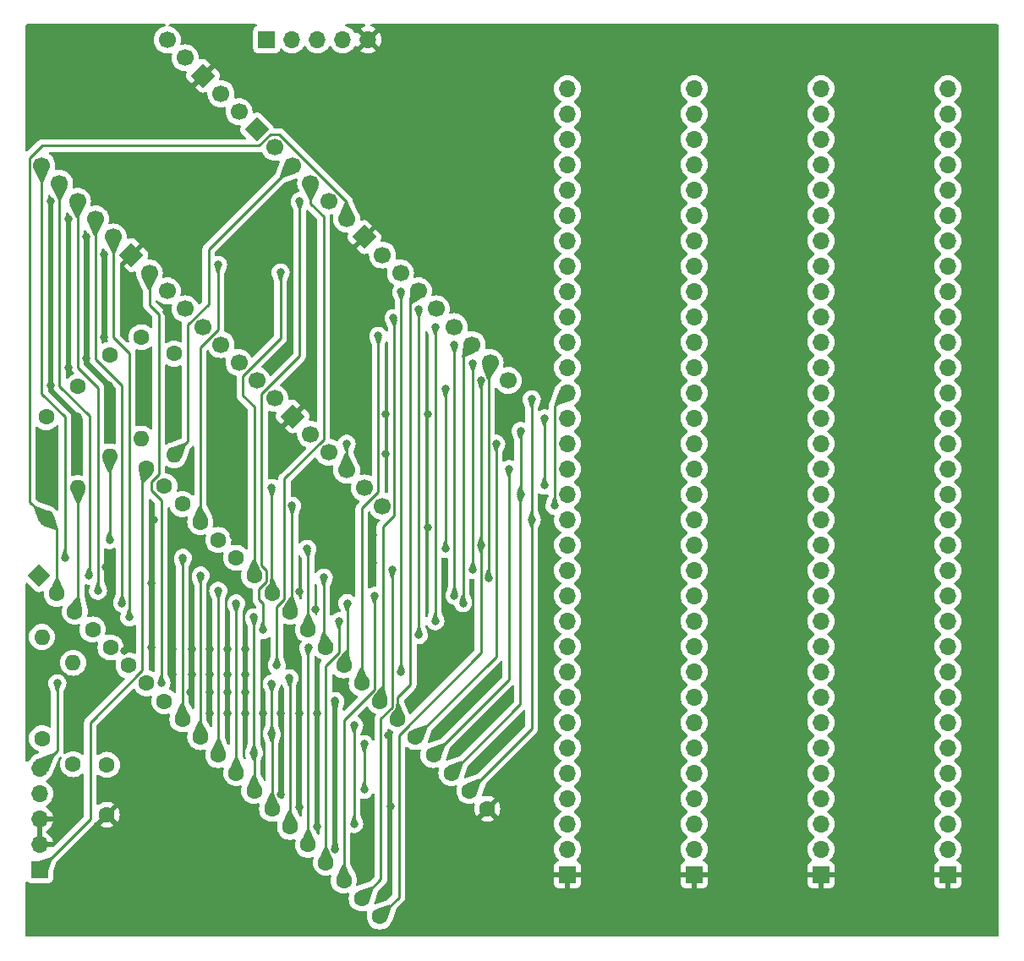
<source format=gbr>
%TF.GenerationSoftware,KiCad,Pcbnew,7.0.8*%
%TF.CreationDate,2023-12-31T18:01:57+01:00*%
%TF.ProjectId,Sorbus-Junior,536f7262-7573-42d4-9a75-6e696f722e6b,rev?*%
%TF.SameCoordinates,Original*%
%TF.FileFunction,Copper,L2,Bot*%
%TF.FilePolarity,Positive*%
%FSLAX46Y46*%
G04 Gerber Fmt 4.6, Leading zero omitted, Abs format (unit mm)*
G04 Created by KiCad (PCBNEW 7.0.8) date 2023-12-31 18:01:57*
%MOMM*%
%LPD*%
G01*
G04 APERTURE LIST*
G04 Aperture macros list*
%AMHorizOval*
0 Thick line with rounded ends*
0 $1 width*
0 $2 $3 position (X,Y) of the first rounded end (center of the circle)*
0 $4 $5 position (X,Y) of the second rounded end (center of the circle)*
0 Add line between two ends*
20,1,$1,$2,$3,$4,$5,0*
0 Add two circle primitives to create the rounded ends*
1,1,$1,$2,$3*
1,1,$1,$4,$5*%
%AMRotRect*
0 Rectangle, with rotation*
0 The origin of the aperture is its center*
0 $1 length*
0 $2 width*
0 $3 Rotation angle, in degrees counterclockwise*
0 Add horizontal line*
21,1,$1,$2,0,0,$3*%
G04 Aperture macros list end*
%TA.AperFunction,ComponentPad*%
%ADD10R,1.700000X1.700000*%
%TD*%
%TA.AperFunction,ComponentPad*%
%ADD11O,1.700000X1.700000*%
%TD*%
%TA.AperFunction,ComponentPad*%
%ADD12C,1.600000*%
%TD*%
%TA.AperFunction,ComponentPad*%
%ADD13O,1.600000X1.600000*%
%TD*%
%TA.AperFunction,ComponentPad*%
%ADD14HorizOval,1.700000X0.000000X0.000000X0.000000X0.000000X0*%
%TD*%
%TA.AperFunction,ComponentPad*%
%ADD15RotRect,1.700000X1.700000X45.000000*%
%TD*%
%TA.AperFunction,ComponentPad*%
%ADD16RotRect,1.600000X1.600000X45.000000*%
%TD*%
%TA.AperFunction,ComponentPad*%
%ADD17HorizOval,1.600000X0.000000X0.000000X0.000000X0.000000X0*%
%TD*%
%TA.AperFunction,ViaPad*%
%ADD18C,0.800000*%
%TD*%
%TA.AperFunction,ViaPad*%
%ADD19C,3.400000*%
%TD*%
%TA.AperFunction,Conductor*%
%ADD20C,0.508000*%
%TD*%
%TA.AperFunction,Conductor*%
%ADD21C,0.250000*%
%TD*%
G04 APERTURE END LIST*
D10*
%TO.P,J6,1,Pin_1*%
%TO.N,~{RESET}*%
X28067000Y-111506000D03*
D11*
%TO.P,J6,2,Pin_2*%
%TO.N,GND*%
X28067000Y-108966000D03*
%TO.P,J6,3,Pin_3*%
X28067000Y-106426000D03*
%TO.P,J6,4,Pin_4*%
%TO.N,VCC*%
X28067000Y-103886000D03*
%TO.P,J6,5,Pin_5*%
%TO.N,SYNC*%
X28067000Y-101346000D03*
%TD*%
D12*
%TO.P,R4,1*%
%TO.N,VCC*%
X28740026Y-66167641D03*
D13*
%TO.P,R4,2*%
%TO.N,RDY*%
X28740026Y-76327641D03*
%TD*%
D12*
%TO.P,R6,1*%
%TO.N,VCC*%
X35090026Y-59944641D03*
D13*
%TO.P,R6,2*%
%TO.N,Net-(U2-BE)*%
X35090026Y-70104641D03*
%TD*%
D10*
%TO.P,J5,1,Pin_1*%
%TO.N,VBUS*%
X50805000Y-28346400D03*
D11*
%TO.P,J5,2,Pin_2*%
%TO.N,VCC*%
X53345000Y-28346400D03*
%TO.P,J5,3,Pin_3*%
%TO.N,3V3*%
X55885000Y-28346400D03*
%TO.P,J5,4,Pin_4*%
%TO.N,RUN*%
X58425000Y-28346400D03*
%TO.P,J5,5,Pin_5*%
%TO.N,GND*%
X60965000Y-28346400D03*
%TD*%
D12*
%TO.P,R7,1*%
%TO.N,VCC*%
X38265026Y-58166641D03*
D13*
%TO.P,R7,2*%
%TO.N,Net-(U2-~{SO})*%
X38265026Y-68326641D03*
%TD*%
D12*
%TO.P,R3,1*%
%TO.N,VCC*%
X28295600Y-98348800D03*
D13*
%TO.P,R3,2*%
%TO.N,~{IRQ}*%
X28295600Y-88188800D03*
%TD*%
D12*
%TO.P,C1,1*%
%TO.N,GND*%
X34798000Y-106005000D03*
%TO.P,C1,2*%
%TO.N,VCC*%
X34798000Y-101005000D03*
%TD*%
D10*
%TO.P,J2,1,Pin_1*%
%TO.N,GND*%
X106299000Y-112014000D03*
D11*
%TO.P,J2,2,Pin_2*%
%TO.N,VCC*%
X106299000Y-109474000D03*
%TO.P,J2,3,Pin_3*%
%TO.N,A0*%
X106299000Y-106934000D03*
%TO.P,J2,4,Pin_4*%
%TO.N,A1*%
X106299000Y-104394000D03*
%TO.P,J2,5,Pin_5*%
%TO.N,A2*%
X106299000Y-101854000D03*
%TO.P,J2,6,Pin_6*%
%TO.N,A3*%
X106299000Y-99314000D03*
%TO.P,J2,7,Pin_7*%
%TO.N,A4*%
X106299000Y-96774000D03*
%TO.P,J2,8,Pin_8*%
%TO.N,A5*%
X106299000Y-94234000D03*
%TO.P,J2,9,Pin_9*%
%TO.N,A6*%
X106299000Y-91694000D03*
%TO.P,J2,10,Pin_10*%
%TO.N,A7*%
X106299000Y-89154000D03*
%TO.P,J2,11,Pin_11*%
%TO.N,A8*%
X106299000Y-86614000D03*
%TO.P,J2,12,Pin_12*%
%TO.N,A9*%
X106299000Y-84074000D03*
%TO.P,J2,13,Pin_13*%
%TO.N,A10*%
X106299000Y-81534000D03*
%TO.P,J2,14,Pin_14*%
%TO.N,A11*%
X106299000Y-78994000D03*
%TO.P,J2,15,Pin_15*%
%TO.N,A12*%
X106299000Y-76454000D03*
%TO.P,J2,16,Pin_16*%
%TO.N,A13*%
X106299000Y-73914000D03*
%TO.P,J2,17,Pin_17*%
%TO.N,A14*%
X106299000Y-71374000D03*
%TO.P,J2,18,Pin_18*%
%TO.N,A15*%
X106299000Y-68834000D03*
%TO.P,J2,19,Pin_19*%
%TO.N,D0*%
X106299000Y-66294000D03*
%TO.P,J2,20,Pin_20*%
%TO.N,D1*%
X106299000Y-63754000D03*
%TO.P,J2,21,Pin_21*%
%TO.N,D2*%
X106299000Y-61214000D03*
%TO.P,J2,22,Pin_22*%
%TO.N,D3*%
X106299000Y-58674000D03*
%TO.P,J2,23,Pin_23*%
%TO.N,D4*%
X106299000Y-56134000D03*
%TO.P,J2,24,Pin_24*%
%TO.N,D5*%
X106299000Y-53594000D03*
%TO.P,J2,25,Pin_25*%
%TO.N,D6*%
X106299000Y-51054000D03*
%TO.P,J2,26,Pin_26*%
%TO.N,D7*%
X106299000Y-48514000D03*
%TO.P,J2,27,Pin_27*%
%TO.N,R{slash}~{W}*%
X106299000Y-45974000D03*
%TO.P,J2,28,Pin_28*%
%TO.N,CLK*%
X106299000Y-43434000D03*
%TO.P,J2,29,Pin_29*%
%TO.N,RDY*%
X106299000Y-40894000D03*
%TO.P,J2,30,Pin_30*%
%TO.N,~{IRQ}*%
X106299000Y-38354000D03*
%TO.P,J2,31,Pin_31*%
%TO.N,~{NMI}*%
X106299000Y-35814000D03*
%TO.P,J2,32,Pin_32*%
%TO.N,~{RESET}*%
X106299000Y-33274000D03*
%TD*%
D12*
%TO.P,R2,1*%
%TO.N,VCC*%
X31419800Y-100939600D03*
D13*
%TO.P,R2,2*%
%TO.N,~{NMI}*%
X31419800Y-90779600D03*
%TD*%
D10*
%TO.P,J1,1,Pin_1*%
%TO.N,GND*%
X118999000Y-112014000D03*
D11*
%TO.P,J1,2,Pin_2*%
%TO.N,VCC*%
X118999000Y-109474000D03*
%TO.P,J1,3,Pin_3*%
%TO.N,A0*%
X118999000Y-106934000D03*
%TO.P,J1,4,Pin_4*%
%TO.N,A1*%
X118999000Y-104394000D03*
%TO.P,J1,5,Pin_5*%
%TO.N,A2*%
X118999000Y-101854000D03*
%TO.P,J1,6,Pin_6*%
%TO.N,A3*%
X118999000Y-99314000D03*
%TO.P,J1,7,Pin_7*%
%TO.N,A4*%
X118999000Y-96774000D03*
%TO.P,J1,8,Pin_8*%
%TO.N,A5*%
X118999000Y-94234000D03*
%TO.P,J1,9,Pin_9*%
%TO.N,A6*%
X118999000Y-91694000D03*
%TO.P,J1,10,Pin_10*%
%TO.N,A7*%
X118999000Y-89154000D03*
%TO.P,J1,11,Pin_11*%
%TO.N,A8*%
X118999000Y-86614000D03*
%TO.P,J1,12,Pin_12*%
%TO.N,A9*%
X118999000Y-84074000D03*
%TO.P,J1,13,Pin_13*%
%TO.N,A10*%
X118999000Y-81534000D03*
%TO.P,J1,14,Pin_14*%
%TO.N,A11*%
X118999000Y-78994000D03*
%TO.P,J1,15,Pin_15*%
%TO.N,A12*%
X118999000Y-76454000D03*
%TO.P,J1,16,Pin_16*%
%TO.N,A13*%
X118999000Y-73914000D03*
%TO.P,J1,17,Pin_17*%
%TO.N,A14*%
X118999000Y-71374000D03*
%TO.P,J1,18,Pin_18*%
%TO.N,A15*%
X118999000Y-68834000D03*
%TO.P,J1,19,Pin_19*%
%TO.N,D0*%
X118999000Y-66294000D03*
%TO.P,J1,20,Pin_20*%
%TO.N,D1*%
X118999000Y-63754000D03*
%TO.P,J1,21,Pin_21*%
%TO.N,D2*%
X118999000Y-61214000D03*
%TO.P,J1,22,Pin_22*%
%TO.N,D3*%
X118999000Y-58674000D03*
%TO.P,J1,23,Pin_23*%
%TO.N,D4*%
X118999000Y-56134000D03*
%TO.P,J1,24,Pin_24*%
%TO.N,D5*%
X118999000Y-53594000D03*
%TO.P,J1,25,Pin_25*%
%TO.N,D6*%
X118999000Y-51054000D03*
%TO.P,J1,26,Pin_26*%
%TO.N,D7*%
X118999000Y-48514000D03*
%TO.P,J1,27,Pin_27*%
%TO.N,R{slash}~{W}*%
X118999000Y-45974000D03*
%TO.P,J1,28,Pin_28*%
%TO.N,CLK*%
X118999000Y-43434000D03*
%TO.P,J1,29,Pin_29*%
%TO.N,RDY*%
X118999000Y-40894000D03*
%TO.P,J1,30,Pin_30*%
%TO.N,~{IRQ}*%
X118999000Y-38354000D03*
%TO.P,J1,31,Pin_31*%
%TO.N,~{NMI}*%
X118999000Y-35814000D03*
%TO.P,J1,32,Pin_32*%
%TO.N,~{RESET}*%
X118999000Y-33274000D03*
%TD*%
D10*
%TO.P,J4,1,Pin_1*%
%TO.N,GND*%
X80924400Y-112014000D03*
D11*
%TO.P,J4,2,Pin_2*%
%TO.N,VCC*%
X80924400Y-109474000D03*
%TO.P,J4,3,Pin_3*%
%TO.N,A0*%
X80924400Y-106934000D03*
%TO.P,J4,4,Pin_4*%
%TO.N,A1*%
X80924400Y-104394000D03*
%TO.P,J4,5,Pin_5*%
%TO.N,A2*%
X80924400Y-101854000D03*
%TO.P,J4,6,Pin_6*%
%TO.N,A3*%
X80924400Y-99314000D03*
%TO.P,J4,7,Pin_7*%
%TO.N,A4*%
X80924400Y-96774000D03*
%TO.P,J4,8,Pin_8*%
%TO.N,A5*%
X80924400Y-94234000D03*
%TO.P,J4,9,Pin_9*%
%TO.N,A6*%
X80924400Y-91694000D03*
%TO.P,J4,10,Pin_10*%
%TO.N,A7*%
X80924400Y-89154000D03*
%TO.P,J4,11,Pin_11*%
%TO.N,A8*%
X80924400Y-86614000D03*
%TO.P,J4,12,Pin_12*%
%TO.N,A9*%
X80924400Y-84074000D03*
%TO.P,J4,13,Pin_13*%
%TO.N,A10*%
X80924400Y-81534000D03*
%TO.P,J4,14,Pin_14*%
%TO.N,A11*%
X80924400Y-78994000D03*
%TO.P,J4,15,Pin_15*%
%TO.N,A12*%
X80924400Y-76454000D03*
%TO.P,J4,16,Pin_16*%
%TO.N,A13*%
X80924400Y-73914000D03*
%TO.P,J4,17,Pin_17*%
%TO.N,A14*%
X80924400Y-71374000D03*
%TO.P,J4,18,Pin_18*%
%TO.N,A15*%
X80924400Y-68834000D03*
%TO.P,J4,19,Pin_19*%
%TO.N,D0*%
X80924400Y-66294000D03*
%TO.P,J4,20,Pin_20*%
%TO.N,D1*%
X80924400Y-63754000D03*
%TO.P,J4,21,Pin_21*%
%TO.N,D2*%
X80924400Y-61214000D03*
%TO.P,J4,22,Pin_22*%
%TO.N,D3*%
X80924400Y-58674000D03*
%TO.P,J4,23,Pin_23*%
%TO.N,D4*%
X80924400Y-56134000D03*
%TO.P,J4,24,Pin_24*%
%TO.N,D5*%
X80924400Y-53594000D03*
%TO.P,J4,25,Pin_25*%
%TO.N,D6*%
X80924400Y-51054000D03*
%TO.P,J4,26,Pin_26*%
%TO.N,D7*%
X80924400Y-48514000D03*
%TO.P,J4,27,Pin_27*%
%TO.N,R{slash}~{W}*%
X80924400Y-45974000D03*
%TO.P,J4,28,Pin_28*%
%TO.N,CLK*%
X80924400Y-43434000D03*
%TO.P,J4,29,Pin_29*%
%TO.N,RDY*%
X80924400Y-40894000D03*
%TO.P,J4,30,Pin_30*%
%TO.N,~{IRQ}*%
X80924400Y-38354000D03*
%TO.P,J4,31,Pin_31*%
%TO.N,~{NMI}*%
X80924400Y-35814000D03*
%TO.P,J4,32,Pin_32*%
%TO.N,~{RESET}*%
X80924400Y-33274000D03*
%TD*%
D14*
%TO.P,U1,1,GPIO0*%
%TO.N,A0*%
X28274195Y-40948795D03*
%TO.P,U1,2,GPIO1*%
%TO.N,A1*%
X30070246Y-42744846D03*
%TO.P,U1,3,GPIO2*%
%TO.N,A2*%
X31866298Y-44540897D03*
%TO.P,U1,4,GPIO3*%
%TO.N,A3*%
X33662349Y-46336948D03*
%TO.P,U1,5,GPIO4*%
%TO.N,A4*%
X35458400Y-48133000D03*
D15*
%TO.P,U1,6,GND*%
%TO.N,GND*%
X37254451Y-49929051D03*
D14*
%TO.P,U1,7,GPIO5*%
%TO.N,A5*%
X39050502Y-51725102D03*
%TO.P,U1,8,GPIO6*%
%TO.N,A6*%
X40846554Y-53521153D03*
%TO.P,U1,9,GPIO7*%
%TO.N,A7*%
X42642605Y-55317204D03*
%TO.P,U1,10,GPIO8*%
%TO.N,A8*%
X44438656Y-57113256D03*
%TO.P,U1,11,GPIO9*%
%TO.N,A9*%
X46234707Y-58909307D03*
%TO.P,U1,12,GPIO10*%
%TO.N,A10*%
X48030759Y-60705358D03*
%TO.P,U1,13,GPIO11*%
%TO.N,A11*%
X49826810Y-62501409D03*
%TO.P,U1,14,GPIO12*%
%TO.N,A12*%
X51622861Y-64297461D03*
D15*
%TO.P,U1,15,GND*%
%TO.N,GND*%
X53418912Y-66093512D03*
D14*
%TO.P,U1,16,GPIO13*%
%TO.N,A13*%
X55214963Y-67889563D03*
%TO.P,U1,17,GPIO14*%
%TO.N,A14*%
X57011015Y-69685614D03*
%TO.P,U1,18,GPIO15*%
%TO.N,A15*%
X58807066Y-71481665D03*
%TO.P,U1,19,GPIO16*%
%TO.N,D0*%
X60603117Y-73277717D03*
%TO.P,U1,20,GPIO17*%
%TO.N,D1*%
X62399168Y-75073768D03*
%TO.P,U1,21,GPIO18*%
%TO.N,D2*%
X74971527Y-62501409D03*
%TO.P,U1,22,GPIO19*%
%TO.N,D3*%
X73175476Y-60705358D03*
%TO.P,U1,23,GPIO20*%
%TO.N,D4*%
X71379424Y-58909307D03*
%TO.P,U1,24,GPIO21*%
%TO.N,D5*%
X69583373Y-57113256D03*
%TO.P,U1,25,GPIO22*%
%TO.N,D6*%
X67787322Y-55317204D03*
%TO.P,U1,26,GPIO23*%
%TO.N,D7*%
X65991271Y-53521153D03*
%TO.P,U1,27,GPIO24*%
%TO.N,R{slash}~{W}*%
X64195220Y-51725102D03*
%TO.P,U1,28,GPIO25*%
%TO.N,CLK*%
X62399168Y-49929051D03*
D15*
%TO.P,U1,29,AGND*%
%TO.N,GND*%
X60603117Y-48133000D03*
D14*
%TO.P,U1,30,GPIO26_ADC0*%
%TO.N,RDY*%
X58807066Y-46336948D03*
%TO.P,U1,31,GPIO27_ADC1*%
%TO.N,~{IRQ}*%
X57011015Y-44540897D03*
%TO.P,U1,32,GPIO28_ADC2*%
%TO.N,~{NMI}*%
X55214963Y-42744846D03*
%TO.P,U1,33,GPIO29_ADC3*%
%TO.N,~{RESET}*%
X53418912Y-40948795D03*
%TO.P,U1,34,RUN*%
%TO.N,RUN*%
X51622861Y-39152743D03*
D15*
%TO.P,U1,35,GND*%
%TO.N,unconnected-(U1-GND-Pad35)*%
X49826810Y-37356692D03*
D14*
%TO.P,U1,36,3V3*%
%TO.N,3V3*%
X48030759Y-35560641D03*
%TO.P,U1,37,3V3_EN*%
%TO.N,unconnected-(U1-3V3_EN-Pad37)*%
X46234707Y-33764590D03*
D15*
%TO.P,U1,38,GND*%
%TO.N,GND*%
X44438656Y-31968539D03*
D14*
%TO.P,U1,39,VIN*%
%TO.N,unconnected-(U1-VIN-Pad39)*%
X42642605Y-30172487D03*
%TO.P,U1,40,VBUS*%
%TO.N,VBUS*%
X40846554Y-28376436D03*
%TD*%
D12*
%TO.P,R5,1*%
%TO.N,VCC*%
X31915026Y-63119641D03*
D13*
%TO.P,R5,2*%
%TO.N,Net-(U2-\u03D51)*%
X31915026Y-73279641D03*
%TD*%
D12*
%TO.P,R1,1*%
%TO.N,VCC*%
X41529000Y-59817000D03*
D13*
%TO.P,R1,2*%
%TO.N,~{RESET}*%
X41529000Y-69977000D03*
%TD*%
D10*
%TO.P,J3,1,Pin_1*%
%TO.N,GND*%
X93599000Y-112014000D03*
D11*
%TO.P,J3,2,Pin_2*%
%TO.N,VCC*%
X93599000Y-109474000D03*
%TO.P,J3,3,Pin_3*%
%TO.N,A0*%
X93599000Y-106934000D03*
%TO.P,J3,4,Pin_4*%
%TO.N,A1*%
X93599000Y-104394000D03*
%TO.P,J3,5,Pin_5*%
%TO.N,A2*%
X93599000Y-101854000D03*
%TO.P,J3,6,Pin_6*%
%TO.N,A3*%
X93599000Y-99314000D03*
%TO.P,J3,7,Pin_7*%
%TO.N,A4*%
X93599000Y-96774000D03*
%TO.P,J3,8,Pin_8*%
%TO.N,A5*%
X93599000Y-94234000D03*
%TO.P,J3,9,Pin_9*%
%TO.N,A6*%
X93599000Y-91694000D03*
%TO.P,J3,10,Pin_10*%
%TO.N,A7*%
X93599000Y-89154000D03*
%TO.P,J3,11,Pin_11*%
%TO.N,A8*%
X93599000Y-86614000D03*
%TO.P,J3,12,Pin_12*%
%TO.N,A9*%
X93599000Y-84074000D03*
%TO.P,J3,13,Pin_13*%
%TO.N,A10*%
X93599000Y-81534000D03*
%TO.P,J3,14,Pin_14*%
%TO.N,A11*%
X93599000Y-78994000D03*
%TO.P,J3,15,Pin_15*%
%TO.N,A12*%
X93599000Y-76454000D03*
%TO.P,J3,16,Pin_16*%
%TO.N,A13*%
X93599000Y-73914000D03*
%TO.P,J3,17,Pin_17*%
%TO.N,A14*%
X93599000Y-71374000D03*
%TO.P,J3,18,Pin_18*%
%TO.N,A15*%
X93599000Y-68834000D03*
%TO.P,J3,19,Pin_19*%
%TO.N,D0*%
X93599000Y-66294000D03*
%TO.P,J3,20,Pin_20*%
%TO.N,D1*%
X93599000Y-63754000D03*
%TO.P,J3,21,Pin_21*%
%TO.N,D2*%
X93599000Y-61214000D03*
%TO.P,J3,22,Pin_22*%
%TO.N,D3*%
X93599000Y-58674000D03*
%TO.P,J3,23,Pin_23*%
%TO.N,D4*%
X93599000Y-56134000D03*
%TO.P,J3,24,Pin_24*%
%TO.N,D5*%
X93599000Y-53594000D03*
%TO.P,J3,25,Pin_25*%
%TO.N,D6*%
X93599000Y-51054000D03*
%TO.P,J3,26,Pin_26*%
%TO.N,D7*%
X93599000Y-48514000D03*
%TO.P,J3,27,Pin_27*%
%TO.N,R{slash}~{W}*%
X93599000Y-45974000D03*
%TO.P,J3,28,Pin_28*%
%TO.N,CLK*%
X93599000Y-43434000D03*
%TO.P,J3,29,Pin_29*%
%TO.N,RDY*%
X93599000Y-40894000D03*
%TO.P,J3,30,Pin_30*%
%TO.N,~{IRQ}*%
X93599000Y-38354000D03*
%TO.P,J3,31,Pin_31*%
%TO.N,~{NMI}*%
X93599000Y-35814000D03*
%TO.P,J3,32,Pin_32*%
%TO.N,~{RESET}*%
X93599000Y-33274000D03*
%TD*%
D16*
%TO.P,U2,1,~{VP}*%
%TO.N,unconnected-(U2-~{VP}-Pad1)*%
X27996719Y-82061334D03*
D17*
%TO.P,U2,2,RDY*%
%TO.N,RDY*%
X29792770Y-83857385D03*
%TO.P,U2,3,\u03D51*%
%TO.N,Net-(U2-\u03D51)*%
X31588821Y-85653436D03*
%TO.P,U2,4,~{IRQ}*%
%TO.N,~{IRQ}*%
X33384873Y-87449488D03*
%TO.P,U2,5,~{ML}*%
%TO.N,unconnected-(U2-~{ML}-Pad5)*%
X35180924Y-89245539D03*
%TO.P,U2,6,~{NMI}*%
%TO.N,~{NMI}*%
X36976975Y-91041590D03*
%TO.P,U2,7,SYNC*%
%TO.N,SYNC*%
X38773026Y-92837641D03*
%TO.P,U2,8,VDD*%
%TO.N,VCC*%
X40569078Y-94633693D03*
%TO.P,U2,9,A0*%
%TO.N,A0*%
X42365129Y-96429744D03*
%TO.P,U2,10,A1*%
%TO.N,A1*%
X44161180Y-98225795D03*
%TO.P,U2,11,A2*%
%TO.N,A2*%
X45957231Y-100021846D03*
%TO.P,U2,12,A3*%
%TO.N,A3*%
X47753282Y-101817897D03*
%TO.P,U2,13,A4*%
%TO.N,A4*%
X49549334Y-103613949D03*
%TO.P,U2,14,A5*%
%TO.N,A5*%
X51345385Y-105410000D03*
%TO.P,U2,15,A6*%
%TO.N,A6*%
X53141436Y-107206051D03*
%TO.P,U2,16,A7*%
%TO.N,A7*%
X54937487Y-109002102D03*
%TO.P,U2,17,A8*%
%TO.N,A8*%
X56733539Y-110798154D03*
%TO.P,U2,18,A9*%
%TO.N,A9*%
X58529590Y-112594205D03*
%TO.P,U2,19,A10*%
%TO.N,A10*%
X60325641Y-114390256D03*
%TO.P,U2,20,A11*%
%TO.N,A11*%
X62121692Y-116186307D03*
%TO.P,U2,21,VSS*%
%TO.N,GND*%
X72898000Y-105410000D03*
%TO.P,U2,22,A12*%
%TO.N,A12*%
X71101948Y-103613949D03*
%TO.P,U2,23,A13*%
%TO.N,A13*%
X69305897Y-101817897D03*
%TO.P,U2,24,A14*%
%TO.N,A14*%
X67509846Y-100021846D03*
%TO.P,U2,25,A15*%
%TO.N,A15*%
X65713795Y-98225795D03*
%TO.P,U2,26,D7*%
%TO.N,D7*%
X63917743Y-96429744D03*
%TO.P,U2,27,D6*%
%TO.N,D6*%
X62121692Y-94633693D03*
%TO.P,U2,28,D5*%
%TO.N,D5*%
X60325641Y-92837641D03*
%TO.P,U2,29,D4*%
%TO.N,D4*%
X58529590Y-91041590D03*
%TO.P,U2,30,D3*%
%TO.N,D3*%
X56733539Y-89245539D03*
%TO.P,U2,31,D2*%
%TO.N,D2*%
X54937487Y-87449488D03*
%TO.P,U2,32,D1*%
%TO.N,D1*%
X53141436Y-85653436D03*
%TO.P,U2,33,D0*%
%TO.N,D0*%
X51345385Y-83857385D03*
%TO.P,U2,34,R/~{W}*%
%TO.N,R{slash}~{W}*%
X49549334Y-82061334D03*
%TO.P,U2,35,nc*%
%TO.N,unconnected-(U2-nc-Pad35)*%
X47753282Y-80265283D03*
%TO.P,U2,36,BE*%
%TO.N,Net-(U2-BE)*%
X45957231Y-78469232D03*
%TO.P,U2,37,\u03D50*%
%TO.N,CLK*%
X44161180Y-76673180D03*
%TO.P,U2,38,~{SO}*%
%TO.N,Net-(U2-~{SO})*%
X42365129Y-74877129D03*
%TO.P,U2,39,\u03D52*%
%TO.N,unconnected-(U2-\u03D52-Pad39)*%
X40569078Y-73081078D03*
%TO.P,U2,40,~{RES}*%
%TO.N,~{RESET}*%
X38773026Y-71285027D03*
%TD*%
D18*
%TO.N,GND*%
X70358000Y-105537000D03*
X91313000Y-44704000D03*
X48641000Y-93726000D03*
X50419000Y-95885000D03*
X49022000Y-52197000D03*
X116713000Y-54864000D03*
X108585000Y-92964000D03*
X70993000Y-87757000D03*
X59563000Y-58039000D03*
X108585000Y-98044000D03*
X67945000Y-97790000D03*
X83185000Y-65024000D03*
X54356000Y-38227000D03*
X45085000Y-91948000D03*
X41275000Y-82804000D03*
X104013000Y-59944000D03*
X33655000Y-94615000D03*
X91313000Y-70104000D03*
X46863000Y-91948000D03*
X37846000Y-27432000D03*
X108585000Y-70104000D03*
X91313000Y-87884000D03*
X83185000Y-90424000D03*
X95885000Y-37084000D03*
X78613000Y-103124000D03*
X75438000Y-65913000D03*
X104013000Y-98044000D03*
X83185000Y-103124000D03*
X116713000Y-75184000D03*
X65151000Y-48895000D03*
X46863000Y-89408000D03*
X60706000Y-95885000D03*
X43307000Y-89408000D03*
X116713000Y-77724000D03*
X116713000Y-85344000D03*
D19*
X29210000Y-115697000D03*
D18*
X95885000Y-62484000D03*
X52197000Y-104013000D03*
X41402000Y-91948000D03*
X104013000Y-49784000D03*
X40767000Y-55626000D03*
X83185000Y-54864000D03*
X108585000Y-95504000D03*
X59436000Y-61595000D03*
X108585000Y-87884000D03*
X78613000Y-59944000D03*
X91313000Y-75184000D03*
X95885000Y-82804000D03*
X59563000Y-59817000D03*
X41402000Y-89408000D03*
X46863000Y-93726000D03*
X56642000Y-71755000D03*
X83185000Y-105664000D03*
X116713000Y-98044000D03*
X95885000Y-39624000D03*
X47498000Y-78105000D03*
X51308000Y-41148000D03*
X43720855Y-80397541D03*
X108585000Y-82804000D03*
X83185000Y-85344000D03*
X56134000Y-40005000D03*
X55880000Y-107188000D03*
X55662487Y-85471000D03*
X104013000Y-85344000D03*
X83185000Y-100584000D03*
X91313000Y-80264000D03*
X104013000Y-80264000D03*
X95885000Y-105664000D03*
X104013000Y-75184000D03*
X32766000Y-48133000D03*
X45974000Y-61214000D03*
X52197000Y-95885000D03*
X116713000Y-57404000D03*
X83185000Y-59944000D03*
X83185000Y-57404000D03*
X91313000Y-52324000D03*
X83185000Y-108204000D03*
X108585000Y-62484000D03*
X60706000Y-69723000D03*
X45085000Y-89408000D03*
X104013000Y-37084000D03*
X91313000Y-39624000D03*
X104013000Y-77724000D03*
X50673000Y-89408000D03*
X57150000Y-30099000D03*
X59436000Y-63373000D03*
X34696400Y-81229200D03*
X67056000Y-50800000D03*
X83185000Y-80264000D03*
X95885000Y-65024000D03*
X95885000Y-87884000D03*
X28194000Y-95758000D03*
X116713000Y-80264000D03*
D19*
X121412000Y-29337000D03*
D18*
X104013000Y-67564000D03*
X38227000Y-66421000D03*
X83185000Y-72644000D03*
X75057000Y-69977000D03*
X104013000Y-82804000D03*
X83185000Y-70104000D03*
X116713000Y-62484000D03*
X78613000Y-39624000D03*
X116713000Y-82804000D03*
X78613000Y-52324000D03*
X34544000Y-49911000D03*
X62738000Y-69850000D03*
X78613000Y-87884000D03*
X91313000Y-100584000D03*
X66319400Y-92989400D03*
X108585000Y-42164000D03*
X116713000Y-47244000D03*
X36703000Y-51943000D03*
X61468000Y-80772000D03*
X57912000Y-41783000D03*
X116713000Y-95504000D03*
X116713000Y-49784000D03*
X28295600Y-90017600D03*
X83185000Y-49784000D03*
X95885000Y-95504000D03*
X60579000Y-112395000D03*
X104013000Y-108204000D03*
X95885000Y-72644000D03*
X91313000Y-42164000D03*
X66294000Y-89916000D03*
X116713000Y-103124000D03*
X55372000Y-46863000D03*
X78613000Y-49784000D03*
X59436000Y-65913000D03*
X104013000Y-105664000D03*
X95885000Y-49784000D03*
X116713000Y-67564000D03*
X78613000Y-108204000D03*
X95885000Y-59944000D03*
X83185000Y-39624000D03*
X91313000Y-82804000D03*
X116713000Y-59944000D03*
X91313000Y-92964000D03*
X83185000Y-75184000D03*
X52959000Y-43307000D03*
X104013000Y-47244000D03*
X104013000Y-92964000D03*
X61468000Y-77978000D03*
X108585000Y-57404000D03*
X91313000Y-47244000D03*
X108585000Y-34544000D03*
X95885000Y-108204000D03*
X108585000Y-49784000D03*
X78613000Y-80264000D03*
X108585000Y-44704000D03*
X116713000Y-105664000D03*
X72390000Y-56134000D03*
X95885000Y-52324000D03*
X83185000Y-82804000D03*
X41529000Y-61722000D03*
X73914000Y-95377000D03*
X83185000Y-77724000D03*
X48641000Y-89408000D03*
X28702000Y-67945000D03*
X95885000Y-90424000D03*
X39534000Y-76500883D03*
X62738000Y-65913000D03*
X95885000Y-47244000D03*
X35052000Y-68199000D03*
X116713000Y-72644000D03*
X95885000Y-67564000D03*
X78613000Y-77724000D03*
X108585000Y-103124000D03*
X43307000Y-91948000D03*
X95885000Y-77724000D03*
X104013000Y-52324000D03*
X78613000Y-82804000D03*
X63246000Y-105156000D03*
X59563000Y-54483000D03*
X45085000Y-93726000D03*
X83185000Y-47244000D03*
X116713000Y-65024000D03*
X104013000Y-57404000D03*
X36703000Y-56769000D03*
X66929000Y-77216000D03*
X39243000Y-89281000D03*
X69723000Y-99695000D03*
X104013000Y-103124000D03*
X35052000Y-62992000D03*
X104013000Y-87884000D03*
X104013000Y-62484000D03*
X28702000Y-74549000D03*
X38227000Y-60071000D03*
X52959000Y-88011000D03*
X104013000Y-39624000D03*
X116713000Y-52324000D03*
X30988000Y-46355000D03*
X95885000Y-92964000D03*
X108585000Y-59944000D03*
X78613000Y-57404000D03*
X116713000Y-42164000D03*
X68834000Y-52578000D03*
X104013000Y-95504000D03*
X43180000Y-93726000D03*
X91313000Y-95504000D03*
X35179000Y-82804000D03*
X83185000Y-52324000D03*
X95885000Y-75184000D03*
X95885000Y-103124000D03*
X108585000Y-39624000D03*
X52324000Y-59944000D03*
X108585000Y-108204000D03*
X58293000Y-77343000D03*
X78613000Y-44704000D03*
X116713000Y-100584000D03*
X29210000Y-62992000D03*
X104013000Y-65024000D03*
X108585000Y-72644000D03*
X83185000Y-92964000D03*
D19*
X29210000Y-29337000D03*
D18*
X39243000Y-82804000D03*
X95885000Y-100584000D03*
X95885000Y-85344000D03*
X49022000Y-56261000D03*
X78613000Y-42164000D03*
X104013000Y-100584000D03*
X31877000Y-102870000D03*
X41529000Y-68072000D03*
X83185000Y-95504000D03*
X54102000Y-83693000D03*
X108585000Y-54864000D03*
X49022000Y-54483000D03*
X91313000Y-85344000D03*
X78613000Y-92964000D03*
X83185000Y-44704000D03*
X108585000Y-105664000D03*
X95885000Y-54864000D03*
X74168000Y-57912000D03*
X34544000Y-58166000D03*
X46863000Y-95885000D03*
X116713000Y-44704000D03*
X37846000Y-95504000D03*
X66929000Y-65913000D03*
X91313000Y-37084000D03*
X83185000Y-87884000D03*
D19*
X121539000Y-115697000D03*
D18*
X83185000Y-42164000D03*
X91313000Y-59944000D03*
X95885000Y-44704000D03*
X78613000Y-100584000D03*
X95885000Y-34544000D03*
X78613000Y-62484000D03*
X95885000Y-42164000D03*
X91313000Y-67564000D03*
X116713000Y-70104000D03*
X78613000Y-95504000D03*
X108585000Y-37084000D03*
X91313000Y-105664000D03*
X108585000Y-65024000D03*
X41656000Y-99060000D03*
X31877000Y-66167000D03*
X91313000Y-49784000D03*
X27178000Y-38100000D03*
X42418000Y-72898000D03*
X54102000Y-105283000D03*
X78613000Y-37084000D03*
X91313000Y-77724000D03*
X44577000Y-29718000D03*
X116713000Y-34544000D03*
X116713000Y-87884000D03*
X104013000Y-72644000D03*
X95885000Y-57404000D03*
X91313000Y-103124000D03*
X70612000Y-54356000D03*
X95885000Y-80264000D03*
X31877000Y-71374000D03*
X78613000Y-90424000D03*
X91313000Y-108204000D03*
X55245000Y-59944000D03*
X108585000Y-67564000D03*
X108585000Y-90424000D03*
X54102000Y-95885000D03*
X52197000Y-30099000D03*
X78613000Y-85344000D03*
X91313000Y-62484000D03*
X51525000Y-68258490D03*
X108585000Y-80264000D03*
X95885000Y-70104000D03*
X108585000Y-77724000D03*
X95885000Y-98044000D03*
X91313000Y-90424000D03*
X104013000Y-42164000D03*
X49022000Y-58039000D03*
X91313000Y-72644000D03*
X78613000Y-34544000D03*
X30988000Y-61214000D03*
X27889200Y-85953600D03*
X48641000Y-95885000D03*
X83185000Y-98044000D03*
X62992000Y-98044000D03*
X78613000Y-54864000D03*
X116713000Y-37084000D03*
X78613000Y-47244000D03*
X60960000Y-105156000D03*
X108585000Y-47244000D03*
X108585000Y-75184000D03*
X108585000Y-52324000D03*
X32766000Y-60325000D03*
X108585000Y-85344000D03*
X83185000Y-67564000D03*
X104013000Y-44704000D03*
X62484000Y-114173000D03*
X104013000Y-90424000D03*
X91313000Y-57404000D03*
X48641000Y-91948000D03*
X83185000Y-34544000D03*
X91313000Y-54864000D03*
X104013000Y-54864000D03*
X58928000Y-94234000D03*
X116713000Y-90424000D03*
X116713000Y-92964000D03*
X104013000Y-34544000D03*
X59563000Y-56261000D03*
X71501000Y-97790000D03*
X91313000Y-65024000D03*
X36576000Y-89560400D03*
X91313000Y-98044000D03*
X83185000Y-62484000D03*
X73109247Y-92870447D03*
X51562000Y-35433000D03*
X116713000Y-39624000D03*
X55880000Y-95885000D03*
X83185000Y-37084000D03*
X91313000Y-34544000D03*
X59817000Y-43561000D03*
X116713000Y-108204000D03*
X78613000Y-105664000D03*
X76073000Y-59817000D03*
X30353000Y-40640000D03*
X29210000Y-44577000D03*
X72644000Y-100330000D03*
X108585000Y-100584000D03*
X78613000Y-98044000D03*
X104013000Y-70104000D03*
X45085000Y-95885000D03*
%TO.N,VCC*%
X57658000Y-94615006D03*
X57658000Y-109474000D03*
%TO.N,A0*%
X42418014Y-80264000D03*
X59563000Y-106933996D03*
X59563000Y-97028000D03*
X30607000Y-80264000D03*
%TO.N,A1*%
X60579000Y-103505000D03*
X44196000Y-82042000D03*
X60579000Y-98933000D03*
X33020000Y-82042000D03*
%TO.N,A2*%
X33909000Y-83566000D03*
X45957231Y-83566000D03*
%TO.N,A3*%
X36322000Y-84836000D03*
X47752000Y-84836000D03*
%TO.N,A4*%
X49530000Y-99822000D03*
X49530000Y-86233002D03*
X37047000Y-86233000D03*
%TO.N,A5*%
X51308000Y-92862400D03*
X40259000Y-92811600D03*
X51308000Y-97917000D03*
%TO.N,A6*%
X64262004Y-53594000D03*
X53086000Y-92329000D03*
X64261996Y-91694000D03*
%TO.N,A7*%
X66040000Y-88011000D03*
X66040000Y-55372000D03*
X54990996Y-89280992D03*
%TO.N,A8*%
X67691002Y-86614000D03*
X67691000Y-57150000D03*
X58039000Y-86614000D03*
%TO.N,A9*%
X61595000Y-84074000D03*
X69596000Y-58928000D03*
X69596000Y-84060200D03*
%TO.N,A10*%
X71442152Y-60774154D03*
X63372994Y-81483200D03*
X71424800Y-81483198D03*
%TO.N,A11*%
X72263000Y-78994002D03*
X72263000Y-62501409D03*
%TO.N,A12*%
X77343000Y-64389002D03*
X77343000Y-76454000D03*
%TO.N,A13*%
X76215829Y-73914000D03*
X76215829Y-67567836D03*
%TO.N,A14*%
X75057000Y-71374002D03*
%TO.N,A15*%
X73787000Y-68833994D03*
X58807066Y-68834002D03*
%TO.N,D0*%
X51308000Y-73277717D03*
X78613000Y-73025000D03*
X78613002Y-66294000D03*
%TO.N,D1*%
X53340000Y-75057000D03*
X79629000Y-75057000D03*
%TO.N,D2*%
X54864000Y-79375000D03*
X68707000Y-63373002D03*
X68707000Y-79375000D03*
%TO.N,D3*%
X56515000Y-82245200D03*
X73022567Y-82259000D03*
%TO.N,D4*%
X70463343Y-84799000D03*
X58877198Y-84799000D03*
%TO.N,D5*%
X61976000Y-58039002D03*
%TO.N,D6*%
X63500000Y-56261004D03*
%TO.N,CLK*%
X45937000Y-50927000D03*
%TO.N,~{IRQ}*%
X54102000Y-44540897D03*
X50419000Y-87503000D03*
%TO.N,~{NMI}*%
X51816000Y-91059000D03*
%TO.N,Net-(U2-BE)*%
X35090026Y-78486006D03*
%TO.N,R{slash}~{W}*%
X52197000Y-51689000D03*
%TO.N,SYNC*%
X29845002Y-92837000D03*
%TD*%
D20*
%TO.N,VCC*%
X57658000Y-94615006D02*
X57658000Y-94869000D01*
X57658000Y-94869000D02*
X57658000Y-109474000D01*
D21*
%TO.N,A0*%
X30607000Y-66167000D02*
X30607000Y-80264000D01*
X59563000Y-97028000D02*
X59563000Y-106933996D01*
X42365129Y-96429744D02*
X42365129Y-80316885D01*
X42365129Y-80316885D02*
X42418014Y-80264000D01*
X28274195Y-63834195D02*
X30607000Y-66167000D01*
X28274195Y-40948795D02*
X28274195Y-63834195D01*
%TO.N,A1*%
X44398559Y-82244559D02*
X44196000Y-82042000D01*
X44161180Y-98225795D02*
X44161180Y-82076820D01*
X33040026Y-66060026D02*
X33040026Y-82021974D01*
X33040026Y-82021974D02*
X33020000Y-82042000D01*
X30070246Y-63090246D02*
X33040026Y-66060026D01*
X60579000Y-98933000D02*
X60579000Y-103505000D01*
X44161180Y-82076820D02*
X44196000Y-82042000D01*
X30070246Y-42744846D02*
X30070246Y-63090246D01*
%TO.N,A2*%
X45957231Y-100021846D02*
X45957231Y-83566000D01*
X33909000Y-63246000D02*
X33909000Y-83566000D01*
X31866298Y-44540897D02*
X31866298Y-61203298D01*
X31866298Y-61203298D02*
X33909000Y-63246000D01*
X45974000Y-83549231D02*
X45957231Y-83566000D01*
%TO.N,A3*%
X33662349Y-46336948D02*
X33662349Y-60332349D01*
X36322000Y-62992000D02*
X36322000Y-84836000D01*
X47753282Y-84837282D02*
X47752000Y-84836000D01*
X47753282Y-101817897D02*
X47753282Y-84837282D01*
X33662349Y-60332349D02*
X36322000Y-62992000D01*
%TO.N,A4*%
X35458400Y-48133000D02*
X35458400Y-58191400D01*
X49530000Y-99822000D02*
X49530000Y-86233002D01*
X49549334Y-103613949D02*
X49549334Y-99841334D01*
X35458400Y-58191400D02*
X37047000Y-59780000D01*
X37047000Y-59780000D02*
X37047000Y-86233000D01*
X49549334Y-99841334D02*
X49530000Y-99822000D01*
%TO.N,A5*%
X40005000Y-55880000D02*
X39050502Y-54925502D01*
X40259000Y-92811600D02*
X40259000Y-74549000D01*
X51308000Y-97917000D02*
X51308000Y-92862400D01*
X39050502Y-54925502D02*
X39050502Y-51725102D01*
X51345385Y-105410000D02*
X51345385Y-97954385D01*
X39243000Y-73533000D02*
X39243000Y-72644000D01*
X40259000Y-74549000D02*
X39243000Y-73533000D01*
X40005000Y-71882000D02*
X40005000Y-55880000D01*
X51345385Y-97954385D02*
X51308000Y-97917000D01*
X39243000Y-72644000D02*
X40005000Y-71882000D01*
%TO.N,A6*%
X64262004Y-91693992D02*
X64261996Y-91694000D01*
X53141436Y-107206051D02*
X53141436Y-92384436D01*
X64262004Y-53594000D02*
X64262004Y-91693992D01*
X53141436Y-92384436D02*
X53086000Y-92329000D01*
%TO.N,A7*%
X54937487Y-89334501D02*
X54990996Y-89280992D01*
X54937487Y-109002102D02*
X54937487Y-89334501D01*
X66040000Y-55372000D02*
X66040000Y-88011000D01*
%TO.N,A8*%
X67691000Y-57150000D02*
X67691000Y-86187200D01*
X56733539Y-110798154D02*
X56733539Y-91094461D01*
X67691000Y-86187200D02*
X67691000Y-86613998D01*
X56733539Y-91094461D02*
X58039000Y-89789000D01*
X67691000Y-86613998D02*
X67691002Y-86614000D01*
X58039000Y-89789000D02*
X58039000Y-86614000D01*
%TO.N,A9*%
X69596000Y-58928000D02*
X69596000Y-84060200D01*
X58529590Y-96537410D02*
X61595000Y-93472000D01*
X61595000Y-93472000D02*
X61595000Y-84074000D01*
X58529590Y-112594205D02*
X58529590Y-96537410D01*
%TO.N,A10*%
X62244004Y-112471893D02*
X62244004Y-96378996D01*
X71442152Y-60774154D02*
X71442152Y-81465846D01*
X62244004Y-96378996D02*
X63372994Y-95250006D01*
X63372994Y-95250006D02*
X63372994Y-81483200D01*
X71442152Y-81465846D02*
X71424800Y-81483198D01*
X60325641Y-114390256D02*
X62244004Y-112471893D01*
%TO.N,A11*%
X72263000Y-89789000D02*
X64040056Y-98011944D01*
X72263000Y-62501409D02*
X72263000Y-78994002D01*
X64040056Y-114267944D02*
X62121692Y-116186307D01*
X72263000Y-78994002D02*
X72263000Y-89789000D01*
X64040056Y-98011944D02*
X64040056Y-114267944D01*
%TO.N,A12*%
X71101948Y-103613949D02*
X77343000Y-97372897D01*
X77343000Y-97372897D02*
X77343000Y-76454000D01*
X77343000Y-64389002D02*
X77343000Y-76454000D01*
%TO.N,A13*%
X76215829Y-67567836D02*
X76215829Y-73914000D01*
X76200000Y-94923794D02*
X76200000Y-73929829D01*
X69305897Y-101817897D02*
X76200000Y-94923794D01*
X76200000Y-73929829D02*
X76215829Y-73914000D01*
%TO.N,A14*%
X67509846Y-100021846D02*
X75057000Y-92474692D01*
X75057000Y-92474692D02*
X75057000Y-71374002D01*
%TO.N,A15*%
X73787000Y-90152590D02*
X73787000Y-89662000D01*
X58807066Y-71481665D02*
X58807066Y-68834002D01*
X65713795Y-98225795D02*
X73787000Y-90152590D01*
X73787000Y-89662000D02*
X73787000Y-68833994D01*
%TO.N,D0*%
X78613002Y-66294000D02*
X78613000Y-66294002D01*
X51308000Y-83977677D02*
X51308000Y-73277717D01*
X78613000Y-66294002D02*
X78613000Y-73025000D01*
%TO.N,D1*%
X79645001Y-65033399D02*
X79645001Y-75040999D01*
X53340000Y-85454872D02*
X53340000Y-75057000D01*
X53141436Y-85653436D02*
X53340000Y-85454872D01*
X80924400Y-63754000D02*
X79645001Y-65033399D01*
X79645001Y-75040999D02*
X79629000Y-75057000D01*
%TO.N,D2*%
X54937487Y-79448487D02*
X54864000Y-79375000D01*
X54937487Y-87449488D02*
X54937487Y-79448487D01*
X68707000Y-63373002D02*
X68707000Y-79375000D01*
%TO.N,D3*%
X73175476Y-60705358D02*
X73022567Y-60858267D01*
X73022567Y-60858267D02*
X73022567Y-82259000D01*
X56515000Y-89546985D02*
X56515000Y-82245200D01*
%TO.N,D4*%
X70483599Y-84778744D02*
X70463343Y-84799000D01*
X58529590Y-91041590D02*
X58877198Y-90693982D01*
X58877198Y-90693982D02*
X58877198Y-84799000D01*
X70483599Y-59805132D02*
X70483599Y-84778744D01*
X71379424Y-58909307D02*
X70483599Y-59805132D01*
%TO.N,D5*%
X60515500Y-75120500D02*
X61976000Y-73660000D01*
X60325641Y-75310359D02*
X60515500Y-75120500D01*
X61976000Y-73660000D02*
X61976000Y-58039002D01*
X60325641Y-92837641D02*
X60325641Y-75310359D01*
%TO.N,D6*%
X62121692Y-94633693D02*
X62447000Y-94308385D01*
X63574168Y-56335172D02*
X63500000Y-56261004D01*
X62447000Y-94308385D02*
X62447000Y-77158082D01*
X62447000Y-77158082D02*
X63574168Y-76030914D01*
X63574168Y-76030914D02*
X63574168Y-56335172D01*
%TO.N,D7*%
X65182999Y-92964000D02*
X65182999Y-54329425D01*
X63917743Y-94229256D02*
X65182999Y-92964000D01*
X63917743Y-96429744D02*
X63917743Y-94229256D01*
X65182999Y-54329425D02*
X65991271Y-53521153D01*
%TO.N,CLK*%
X44767500Y-58610500D02*
X45937000Y-57441000D01*
X44161180Y-76673180D02*
X44161180Y-59216820D01*
X45937000Y-57441000D02*
X45937000Y-50927000D01*
X44161180Y-59216820D02*
X44767500Y-58610500D01*
%TO.N,RDY*%
X28321000Y-76835000D02*
X28321000Y-76327000D01*
X29792770Y-83857385D02*
X29792770Y-77380385D01*
X28321000Y-38989000D02*
X50018775Y-38989000D01*
X29792770Y-77380385D02*
X28740026Y-76327641D01*
X27051000Y-40259000D02*
X28321000Y-38989000D01*
X52070000Y-37846000D02*
X58807066Y-44583066D01*
X51161775Y-37846000D02*
X52070000Y-37846000D01*
X58807066Y-44583066D02*
X58807066Y-46336948D01*
X28740026Y-76327641D02*
X27051000Y-74638615D01*
X27051000Y-74638615D02*
X27051000Y-40259000D01*
X50018775Y-38989000D02*
X51161775Y-37846000D01*
%TO.N,~{IRQ}*%
X50038000Y-83439000D02*
X50038000Y-84455000D01*
X54102000Y-44540897D02*
X54102000Y-60042136D01*
X50800000Y-81505139D02*
X50800000Y-82677000D01*
X50038000Y-84455000D02*
X50419000Y-84836000D01*
X50800000Y-82677000D02*
X50038000Y-83439000D01*
X50292000Y-63852136D02*
X50292000Y-80997139D01*
X54102000Y-60042136D02*
X50292000Y-63852136D01*
X50419000Y-84836000D02*
X50419000Y-87503000D01*
X50292000Y-80997139D02*
X50800000Y-81505139D01*
%TO.N,~{NMI}*%
X52578000Y-84455000D02*
X51816000Y-85217000D01*
X55214963Y-44800963D02*
X56515000Y-46101000D01*
X56515000Y-46101000D02*
X56515000Y-68414790D01*
X55214963Y-42744846D02*
X55214963Y-44800963D01*
X51816000Y-85217000D02*
X51816000Y-91059000D01*
X52578000Y-72351790D02*
X52578000Y-84455000D01*
X56515000Y-68414790D02*
X52578000Y-72351790D01*
%TO.N,~{RESET}*%
X33147000Y-96774000D02*
X33147000Y-106400600D01*
X42926000Y-68580000D02*
X42926000Y-68072000D01*
X38354000Y-71704053D02*
X38354000Y-91567000D01*
X38773026Y-71285027D02*
X38354000Y-71704053D01*
X42926000Y-56896000D02*
X42926000Y-68072000D01*
X44995000Y-54827000D02*
X42926000Y-56896000D01*
X33147000Y-106400600D02*
X28041600Y-111506000D01*
X41529000Y-69977000D02*
X42926000Y-68580000D01*
X53418912Y-40948795D02*
X44995000Y-49372707D01*
X44995000Y-49372707D02*
X44995000Y-54827000D01*
X38354000Y-91567000D02*
X33147000Y-96774000D01*
%TO.N,Net-(U2-\u03D51)*%
X31915026Y-73279641D02*
X31915026Y-85327231D01*
X31915026Y-85327231D02*
X31588821Y-85653436D01*
%TO.N,Net-(U2-BE)*%
X35090026Y-70104641D02*
X35090026Y-78486006D01*
%TO.N,R{slash}~{W}*%
X48438466Y-62051534D02*
X52197000Y-58293000D01*
X48438466Y-64008000D02*
X48438466Y-62051534D01*
X49549334Y-82061334D02*
X49549334Y-65118868D01*
X49549334Y-65118868D02*
X48438466Y-64008000D01*
X52197000Y-58293000D02*
X52197000Y-51689000D01*
%TO.N,SYNC*%
X28041600Y-101346000D02*
X29845002Y-99542598D01*
X29845002Y-99542598D02*
X29845002Y-92837000D01*
%TD*%
%TA.AperFunction,Conductor*%
%TO.N,A4*%
G36*
X49655188Y-99025427D02*
G01*
X49657859Y-99029563D01*
X49895551Y-99658344D01*
X49895271Y-99667294D01*
X49889109Y-99673280D01*
X49534502Y-99821123D01*
X49525548Y-99821144D01*
X49525498Y-99821123D01*
X49170890Y-99673280D01*
X49164572Y-99666933D01*
X49164448Y-99658345D01*
X49402141Y-99029562D01*
X49408272Y-99023036D01*
X49413085Y-99022000D01*
X49646915Y-99022000D01*
X49655188Y-99025427D01*
G37*
%TD.AperFunction*%
%TD*%
%TA.AperFunction,Conductor*%
%TO.N,A15*%
G36*
X59166175Y-68982721D02*
G01*
X59172493Y-68989068D01*
X59172617Y-68997657D01*
X58934925Y-69626439D01*
X58928794Y-69632966D01*
X58923981Y-69634002D01*
X58690151Y-69634002D01*
X58681878Y-69630575D01*
X58679207Y-69626439D01*
X58441514Y-68997657D01*
X58441794Y-68988707D01*
X58447955Y-68982721D01*
X58802566Y-68834877D01*
X58811515Y-68834857D01*
X59166175Y-68982721D01*
G37*
%TD.AperFunction*%
%TD*%
%TA.AperFunction,Conductor*%
%TO.N,Net-(U2-BE)*%
G36*
X35215214Y-77689433D02*
G01*
X35217885Y-77693569D01*
X35455577Y-78322350D01*
X35455297Y-78331300D01*
X35449135Y-78337286D01*
X35094528Y-78485129D01*
X35085574Y-78485150D01*
X35085524Y-78485129D01*
X34730916Y-78337286D01*
X34724598Y-78330939D01*
X34724474Y-78322351D01*
X34962167Y-77693568D01*
X34968298Y-77687042D01*
X34973111Y-77686006D01*
X35206941Y-77686006D01*
X35215214Y-77689433D01*
G37*
%TD.AperFunction*%
%TD*%
%TA.AperFunction,Conductor*%
%TO.N,D5*%
G36*
X62335109Y-58187721D02*
G01*
X62341427Y-58194068D01*
X62341551Y-58202657D01*
X62103859Y-58831439D01*
X62097728Y-58837966D01*
X62092915Y-58839002D01*
X61859085Y-58839002D01*
X61850812Y-58835575D01*
X61848141Y-58831439D01*
X61610448Y-58202657D01*
X61610728Y-58193707D01*
X61616889Y-58187721D01*
X61971500Y-58039877D01*
X61980449Y-58039857D01*
X62335109Y-58187721D01*
G37*
%TD.AperFunction*%
%TD*%
%TA.AperFunction,Conductor*%
%TO.N,D1*%
G36*
X53464824Y-84096360D02*
G01*
X53467657Y-84100954D01*
X53877123Y-85336975D01*
X53876472Y-85345906D01*
X53870507Y-85351458D01*
X53145926Y-85652570D01*
X53136972Y-85652580D01*
X52415291Y-85352674D01*
X52408967Y-85346336D01*
X52408978Y-85337381D01*
X52409958Y-85335517D01*
X52994875Y-84432695D01*
X53211542Y-84098271D01*
X53218916Y-84093191D01*
X53221361Y-84092933D01*
X53456551Y-84092933D01*
X53464824Y-84096360D01*
G37*
%TD.AperFunction*%
%TD*%
%TA.AperFunction,Conductor*%
%TO.N,A2*%
G36*
X31870787Y-44541762D02*
G01*
X32640190Y-44861439D01*
X32646515Y-44867778D01*
X32646506Y-44876733D01*
X32646248Y-44877310D01*
X31994484Y-46234263D01*
X31987813Y-46240236D01*
X31983937Y-46240897D01*
X31748659Y-46240897D01*
X31740386Y-46237470D01*
X31738112Y-46234263D01*
X31086347Y-44877310D01*
X31085855Y-44868368D01*
X31091828Y-44861697D01*
X31092393Y-44861444D01*
X31861809Y-44541761D01*
X31870764Y-44541753D01*
X31870787Y-44541762D01*
G37*
%TD.AperFunction*%
%TD*%
%TA.AperFunction,Conductor*%
%TO.N,A5*%
G36*
X40384188Y-92015027D02*
G01*
X40386859Y-92019163D01*
X40624551Y-92647944D01*
X40624271Y-92656894D01*
X40618109Y-92662880D01*
X40263502Y-92810723D01*
X40254548Y-92810744D01*
X40254498Y-92810723D01*
X39899890Y-92662880D01*
X39893572Y-92656533D01*
X39893448Y-92647945D01*
X40131141Y-92019162D01*
X40137272Y-92012636D01*
X40142085Y-92011600D01*
X40375915Y-92011600D01*
X40384188Y-92015027D01*
G37*
%TD.AperFunction*%
%TD*%
%TA.AperFunction,Conductor*%
%TO.N,~{RESET}*%
G36*
X52645018Y-40628223D02*
G01*
X53415127Y-40946233D01*
X53421464Y-40952556D01*
X53421474Y-40952580D01*
X53739479Y-41722678D01*
X53739470Y-41731633D01*
X53733131Y-41737958D01*
X53732541Y-41738183D01*
X52312163Y-42236826D01*
X52303221Y-42236334D01*
X52300014Y-42234060D01*
X52133646Y-42067692D01*
X52130219Y-42059419D01*
X52130880Y-42055543D01*
X52242373Y-41737958D01*
X52629524Y-40635163D01*
X52635496Y-40628494D01*
X52644438Y-40628002D01*
X52645018Y-40628223D01*
G37*
%TD.AperFunction*%
%TD*%
%TA.AperFunction,Conductor*%
%TO.N,A5*%
G36*
X39054991Y-51725967D02*
G01*
X39824394Y-52045644D01*
X39830719Y-52051983D01*
X39830710Y-52060938D01*
X39830452Y-52061515D01*
X39178688Y-53418468D01*
X39172017Y-53424441D01*
X39168141Y-53425102D01*
X38932863Y-53425102D01*
X38924590Y-53421675D01*
X38922316Y-53418468D01*
X38270551Y-52061515D01*
X38270059Y-52052573D01*
X38276032Y-52045902D01*
X38276597Y-52045649D01*
X39046013Y-51725966D01*
X39054968Y-51725958D01*
X39054991Y-51725967D01*
G37*
%TD.AperFunction*%
%TD*%
%TA.AperFunction,Conductor*%
%TO.N,A15*%
G36*
X66758751Y-97008970D02*
G01*
X66762007Y-97011267D01*
X66928322Y-97177582D01*
X66931749Y-97185855D01*
X66931070Y-97189782D01*
X66457024Y-98520363D01*
X66451020Y-98527006D01*
X66442076Y-98527457D01*
X66441538Y-98527251D01*
X65717582Y-98228357D01*
X65711243Y-98222032D01*
X65711232Y-98222007D01*
X65412338Y-97498051D01*
X65412349Y-97489096D01*
X65418688Y-97482771D01*
X65419184Y-97482580D01*
X66749809Y-97008519D01*
X66758751Y-97008970D01*
G37*
%TD.AperFunction*%
%TD*%
%TA.AperFunction,Conductor*%
%TO.N,VCC*%
G36*
X57910515Y-108677427D02*
G01*
X57913752Y-108683599D01*
X58055487Y-109460233D01*
X58053601Y-109468987D01*
X58046078Y-109473844D01*
X58044006Y-109474034D01*
X57658000Y-109475000D01*
X57271993Y-109474034D01*
X57263728Y-109470586D01*
X57260322Y-109462305D01*
X57260512Y-109460233D01*
X57402248Y-108683599D01*
X57407105Y-108676076D01*
X57413758Y-108674000D01*
X57902242Y-108674000D01*
X57910515Y-108677427D01*
G37*
%TD.AperFunction*%
%TD*%
%TA.AperFunction,Conductor*%
%TO.N,A4*%
G36*
X35462889Y-48133865D02*
G01*
X36232292Y-48453542D01*
X36238617Y-48459881D01*
X36238608Y-48468836D01*
X36238350Y-48469413D01*
X35586586Y-49826366D01*
X35579915Y-49832339D01*
X35576039Y-49833000D01*
X35340761Y-49833000D01*
X35332488Y-49829573D01*
X35330214Y-49826366D01*
X34678449Y-48469413D01*
X34677957Y-48460471D01*
X34683930Y-48453800D01*
X34684495Y-48453547D01*
X35453911Y-48133864D01*
X35462866Y-48133856D01*
X35462889Y-48133865D01*
G37*
%TD.AperFunction*%
%TD*%
%TA.AperFunction,Conductor*%
%TO.N,A10*%
G36*
X71801261Y-60922873D02*
G01*
X71807579Y-60929220D01*
X71807703Y-60937809D01*
X71570011Y-61566591D01*
X71563880Y-61573118D01*
X71559067Y-61574154D01*
X71325237Y-61574154D01*
X71316964Y-61570727D01*
X71314293Y-61566591D01*
X71076600Y-60937809D01*
X71076880Y-60928859D01*
X71083041Y-60922873D01*
X71437652Y-60775029D01*
X71446601Y-60775009D01*
X71801261Y-60922873D01*
G37*
%TD.AperFunction*%
%TD*%
%TA.AperFunction,Conductor*%
%TO.N,A4*%
G36*
X49675209Y-102017376D02*
G01*
X49677506Y-102020632D01*
X50283167Y-103296697D01*
X50283618Y-103305641D01*
X50277614Y-103312284D01*
X50277087Y-103312518D01*
X49553824Y-103613083D01*
X49544870Y-103613093D01*
X49544844Y-103613083D01*
X48821580Y-103312518D01*
X48815255Y-103306179D01*
X48815266Y-103297224D01*
X48815488Y-103296722D01*
X49421162Y-102020631D01*
X49427805Y-102014628D01*
X49431732Y-102013949D01*
X49666936Y-102013949D01*
X49675209Y-102017376D01*
G37*
%TD.AperFunction*%
%TD*%
%TA.AperFunction,Conductor*%
%TO.N,A8*%
G36*
X58398109Y-86762719D02*
G01*
X58404427Y-86769066D01*
X58404551Y-86777655D01*
X58166859Y-87406437D01*
X58160728Y-87412964D01*
X58155915Y-87414000D01*
X57922085Y-87414000D01*
X57913812Y-87410573D01*
X57911141Y-87406437D01*
X57673448Y-86777655D01*
X57673728Y-86768705D01*
X57679889Y-86762719D01*
X58034500Y-86614875D01*
X58043449Y-86614855D01*
X58398109Y-86762719D01*
G37*
%TD.AperFunction*%
%TD*%
%TA.AperFunction,Conductor*%
%TO.N,A7*%
G36*
X55063362Y-107405529D02*
G01*
X55065659Y-107408785D01*
X55671320Y-108684850D01*
X55671771Y-108693794D01*
X55665767Y-108700437D01*
X55665240Y-108700671D01*
X54941977Y-109001236D01*
X54933023Y-109001246D01*
X54932997Y-109001236D01*
X54209733Y-108700671D01*
X54203408Y-108694332D01*
X54203419Y-108685377D01*
X54203641Y-108684875D01*
X54809315Y-107408784D01*
X54815958Y-107402781D01*
X54819885Y-107402102D01*
X55055089Y-107402102D01*
X55063362Y-107405529D01*
G37*
%TD.AperFunction*%
%TD*%
%TA.AperFunction,Conductor*%
%TO.N,A4*%
G36*
X49888811Y-99970595D02*
G01*
X49889363Y-99970825D01*
X49895681Y-99977172D01*
X49895903Y-99985491D01*
X49677077Y-100610321D01*
X49671109Y-100616997D01*
X49666035Y-100618154D01*
X49432180Y-100618154D01*
X49423907Y-100614727D01*
X49421356Y-100610896D01*
X49332832Y-100395169D01*
X49164864Y-99985834D01*
X49164893Y-99976881D01*
X49171184Y-99970596D01*
X49525500Y-99822875D01*
X49534449Y-99822855D01*
X49888811Y-99970595D01*
G37*
%TD.AperFunction*%
%TD*%
%TA.AperFunction,Conductor*%
%TO.N,A0*%
G36*
X59922109Y-97176719D02*
G01*
X59928427Y-97183066D01*
X59928551Y-97191655D01*
X59690859Y-97820437D01*
X59684728Y-97826964D01*
X59679915Y-97828000D01*
X59446085Y-97828000D01*
X59437812Y-97824573D01*
X59435141Y-97820437D01*
X59197448Y-97191655D01*
X59197728Y-97182705D01*
X59203889Y-97176719D01*
X59558500Y-97028875D01*
X59567449Y-97028855D01*
X59922109Y-97176719D01*
G37*
%TD.AperFunction*%
%TD*%
%TA.AperFunction,Conductor*%
%TO.N,~{NMI}*%
G36*
X55219452Y-42745711D02*
G01*
X55988855Y-43065388D01*
X55995180Y-43071727D01*
X55995171Y-43080682D01*
X55994913Y-43081259D01*
X55343149Y-44438212D01*
X55336478Y-44444185D01*
X55332602Y-44444846D01*
X55097324Y-44444846D01*
X55089051Y-44441419D01*
X55086777Y-44438212D01*
X54435012Y-43081259D01*
X54434520Y-43072317D01*
X54440493Y-43065646D01*
X54441058Y-43065393D01*
X55210474Y-42745710D01*
X55219429Y-42745702D01*
X55219452Y-42745711D01*
G37*
%TD.AperFunction*%
%TD*%
%TA.AperFunction,Conductor*%
%TO.N,A3*%
G36*
X47879157Y-100221324D02*
G01*
X47881454Y-100224580D01*
X48487115Y-101500645D01*
X48487566Y-101509589D01*
X48481562Y-101516232D01*
X48481035Y-101516466D01*
X47757772Y-101817031D01*
X47748818Y-101817041D01*
X47748792Y-101817031D01*
X47025528Y-101516466D01*
X47019203Y-101510127D01*
X47019214Y-101501172D01*
X47019436Y-101500670D01*
X47625110Y-100224579D01*
X47631753Y-100218576D01*
X47635680Y-100217897D01*
X47870884Y-100217897D01*
X47879157Y-100221324D01*
G37*
%TD.AperFunction*%
%TD*%
%TA.AperFunction,Conductor*%
%TO.N,A3*%
G36*
X36447188Y-84039427D02*
G01*
X36449859Y-84043563D01*
X36687551Y-84672344D01*
X36687271Y-84681294D01*
X36681109Y-84687280D01*
X36326502Y-84835123D01*
X36317548Y-84835144D01*
X36317498Y-84835123D01*
X35962890Y-84687280D01*
X35956572Y-84680933D01*
X35956448Y-84672345D01*
X36194141Y-84043562D01*
X36200272Y-84037036D01*
X36205085Y-84036000D01*
X36438915Y-84036000D01*
X36447188Y-84039427D01*
G37*
%TD.AperFunction*%
%TD*%
%TA.AperFunction,Conductor*%
%TO.N,R{slash}~{W}*%
G36*
X52556109Y-51837719D02*
G01*
X52562427Y-51844066D01*
X52562551Y-51852655D01*
X52324859Y-52481437D01*
X52318728Y-52487964D01*
X52313915Y-52489000D01*
X52080085Y-52489000D01*
X52071812Y-52485573D01*
X52069141Y-52481437D01*
X51831448Y-51852655D01*
X51831728Y-51843705D01*
X51837889Y-51837719D01*
X52192500Y-51689875D01*
X52201449Y-51689855D01*
X52556109Y-51837719D01*
G37*
%TD.AperFunction*%
%TD*%
%TA.AperFunction,Conductor*%
%TO.N,A0*%
G36*
X42491004Y-94833171D02*
G01*
X42493301Y-94836427D01*
X43098962Y-96112492D01*
X43099413Y-96121436D01*
X43093409Y-96128079D01*
X43092882Y-96128313D01*
X42369619Y-96428878D01*
X42360665Y-96428888D01*
X42360639Y-96428878D01*
X41637375Y-96128313D01*
X41631050Y-96121974D01*
X41631061Y-96113019D01*
X41631283Y-96112517D01*
X42236957Y-94836426D01*
X42243600Y-94830423D01*
X42247527Y-94829744D01*
X42482731Y-94829744D01*
X42491004Y-94833171D01*
G37*
%TD.AperFunction*%
%TD*%
%TA.AperFunction,Conductor*%
%TO.N,~{IRQ}*%
G36*
X50544188Y-86706427D02*
G01*
X50546859Y-86710563D01*
X50784551Y-87339344D01*
X50784271Y-87348294D01*
X50778109Y-87354280D01*
X50423502Y-87502123D01*
X50414548Y-87502144D01*
X50414498Y-87502123D01*
X50059890Y-87354280D01*
X50053572Y-87347933D01*
X50053448Y-87339345D01*
X50291141Y-86710562D01*
X50297272Y-86704036D01*
X50302085Y-86703000D01*
X50535915Y-86703000D01*
X50544188Y-86706427D01*
G37*
%TD.AperFunction*%
%TD*%
%TA.AperFunction,Conductor*%
%TO.N,A6*%
G36*
X64387192Y-90897429D02*
G01*
X64389863Y-90901565D01*
X64627547Y-91530344D01*
X64627267Y-91539294D01*
X64621105Y-91545280D01*
X64266498Y-91693123D01*
X64257544Y-91693144D01*
X64257494Y-91693123D01*
X63902886Y-91545280D01*
X63896568Y-91538933D01*
X63896444Y-91530345D01*
X64134145Y-90901565D01*
X64140276Y-90895038D01*
X64145089Y-90894002D01*
X64378919Y-90894002D01*
X64387192Y-90897429D01*
G37*
%TD.AperFunction*%
%TD*%
%TA.AperFunction,Conductor*%
%TO.N,A7*%
G36*
X55349273Y-89429364D02*
G01*
X55355591Y-89435711D01*
X55355570Y-89444665D01*
X55355366Y-89445126D01*
X55113397Y-89961666D01*
X55066392Y-90062013D01*
X55065643Y-90063611D01*
X55059030Y-90069649D01*
X55055048Y-90070348D01*
X54821190Y-90070348D01*
X54812917Y-90066921D01*
X54809984Y-90062013D01*
X54624477Y-89444167D01*
X54625380Y-89435259D01*
X54631180Y-89430005D01*
X54986496Y-89281867D01*
X54995445Y-89281847D01*
X55349273Y-89429364D01*
G37*
%TD.AperFunction*%
%TD*%
%TA.AperFunction,Conductor*%
%TO.N,A8*%
G36*
X67816188Y-85817427D02*
G01*
X67818859Y-85821563D01*
X68056553Y-86450344D01*
X68056273Y-86459294D01*
X68050111Y-86465280D01*
X67695504Y-86613123D01*
X67686550Y-86613144D01*
X67686500Y-86613123D01*
X67331892Y-86465280D01*
X67325574Y-86458933D01*
X67325450Y-86450345D01*
X67563141Y-85821562D01*
X67569272Y-85815036D01*
X67574085Y-85814000D01*
X67807915Y-85814000D01*
X67816188Y-85817427D01*
G37*
%TD.AperFunction*%
%TD*%
%TA.AperFunction,Conductor*%
%TO.N,A12*%
G36*
X77702109Y-76602719D02*
G01*
X77708427Y-76609066D01*
X77708551Y-76617655D01*
X77470859Y-77246437D01*
X77464728Y-77252964D01*
X77459915Y-77254000D01*
X77226085Y-77254000D01*
X77217812Y-77250573D01*
X77215141Y-77246437D01*
X76977448Y-76617655D01*
X76977728Y-76608705D01*
X76983889Y-76602719D01*
X77338500Y-76454875D01*
X77347449Y-76454855D01*
X77702109Y-76602719D01*
G37*
%TD.AperFunction*%
%TD*%
%TA.AperFunction,Conductor*%
%TO.N,D3*%
G36*
X56874109Y-82393919D02*
G01*
X56880427Y-82400266D01*
X56880551Y-82408855D01*
X56642859Y-83037637D01*
X56636728Y-83044164D01*
X56631915Y-83045200D01*
X56398085Y-83045200D01*
X56389812Y-83041773D01*
X56387141Y-83037637D01*
X56149448Y-82408855D01*
X56149728Y-82399905D01*
X56155889Y-82393919D01*
X56510500Y-82246075D01*
X56519449Y-82246055D01*
X56874109Y-82393919D01*
G37*
%TD.AperFunction*%
%TD*%
%TA.AperFunction,Conductor*%
%TO.N,A6*%
G36*
X53267311Y-105609478D02*
G01*
X53269608Y-105612734D01*
X53875269Y-106888799D01*
X53875720Y-106897743D01*
X53869716Y-106904386D01*
X53869189Y-106904620D01*
X53145926Y-107205185D01*
X53136972Y-107205195D01*
X53136946Y-107205185D01*
X52413682Y-106904620D01*
X52407357Y-106898281D01*
X52407368Y-106889326D01*
X52407590Y-106888824D01*
X53013264Y-105612733D01*
X53019907Y-105606730D01*
X53023834Y-105606051D01*
X53259038Y-105606051D01*
X53267311Y-105609478D01*
G37*
%TD.AperFunction*%
%TD*%
%TA.AperFunction,Conductor*%
%TO.N,A5*%
G36*
X51433188Y-97120427D02*
G01*
X51435859Y-97124563D01*
X51673551Y-97753344D01*
X51673271Y-97762294D01*
X51667109Y-97768280D01*
X51312502Y-97916123D01*
X51303548Y-97916144D01*
X51303498Y-97916123D01*
X50948890Y-97768280D01*
X50942572Y-97761933D01*
X50942448Y-97753345D01*
X51180141Y-97124562D01*
X51186272Y-97118036D01*
X51191085Y-97117000D01*
X51424915Y-97117000D01*
X51433188Y-97120427D01*
G37*
%TD.AperFunction*%
%TD*%
%TA.AperFunction,Conductor*%
%TO.N,SYNC*%
G36*
X30204111Y-92985719D02*
G01*
X30210429Y-92992066D01*
X30210553Y-93000655D01*
X29972861Y-93629437D01*
X29966730Y-93635964D01*
X29961917Y-93637000D01*
X29728087Y-93637000D01*
X29719814Y-93633573D01*
X29717143Y-93629437D01*
X29479450Y-93000655D01*
X29479730Y-92991705D01*
X29485891Y-92985719D01*
X29840502Y-92837875D01*
X29849451Y-92837855D01*
X30204111Y-92985719D01*
G37*
%TD.AperFunction*%
%TD*%
%TA.AperFunction,Conductor*%
%TO.N,A15*%
G36*
X74146109Y-68982713D02*
G01*
X74152427Y-68989060D01*
X74152551Y-68997649D01*
X73914859Y-69626431D01*
X73908728Y-69632958D01*
X73903915Y-69633994D01*
X73670085Y-69633994D01*
X73661812Y-69630567D01*
X73659141Y-69626431D01*
X73421448Y-68997649D01*
X73421728Y-68988699D01*
X73427889Y-68982713D01*
X73782500Y-68834869D01*
X73791449Y-68834849D01*
X74146109Y-68982713D01*
G37*
%TD.AperFunction*%
%TD*%
%TA.AperFunction,Conductor*%
%TO.N,A4*%
G36*
X49889109Y-86381721D02*
G01*
X49895427Y-86388068D01*
X49895551Y-86396657D01*
X49657859Y-87025439D01*
X49651728Y-87031966D01*
X49646915Y-87033002D01*
X49413085Y-87033002D01*
X49404812Y-87029575D01*
X49402141Y-87025439D01*
X49164448Y-86396657D01*
X49164728Y-86387707D01*
X49170889Y-86381721D01*
X49525500Y-86233877D01*
X49534449Y-86233857D01*
X49889109Y-86381721D01*
G37*
%TD.AperFunction*%
%TD*%
%TA.AperFunction,Conductor*%
%TO.N,RDY*%
G36*
X29476111Y-76026448D02*
G01*
X29482436Y-76032787D01*
X29482833Y-76033907D01*
X29913281Y-77476535D01*
X29912362Y-77485442D01*
X29905414Y-77491092D01*
X29902069Y-77491580D01*
X29669729Y-77491580D01*
X29665920Y-77490943D01*
X28445633Y-77070792D01*
X28438926Y-77064858D01*
X28438379Y-77055920D01*
X28438618Y-77055287D01*
X28738169Y-76331129D01*
X28744498Y-76324795D01*
X28744507Y-76324790D01*
X29467157Y-76026437D01*
X29476111Y-76026448D01*
G37*
%TD.AperFunction*%
%TD*%
%TA.AperFunction,Conductor*%
%TO.N,A12*%
G36*
X77468188Y-75657427D02*
G01*
X77470859Y-75661563D01*
X77708551Y-76290344D01*
X77708271Y-76299294D01*
X77702109Y-76305280D01*
X77347502Y-76453123D01*
X77338548Y-76453144D01*
X77338498Y-76453123D01*
X76983890Y-76305280D01*
X76977572Y-76298933D01*
X76977448Y-76290345D01*
X77215141Y-75661562D01*
X77221272Y-75655036D01*
X77226085Y-75654000D01*
X77459915Y-75654000D01*
X77468188Y-75657427D01*
G37*
%TD.AperFunction*%
%TD*%
%TA.AperFunction,Conductor*%
%TO.N,SYNC*%
G36*
X29406034Y-99809547D02*
G01*
X29409717Y-99812036D01*
X29575563Y-99977882D01*
X29578990Y-99986155D01*
X29578145Y-99990520D01*
X28896005Y-101687124D01*
X28889740Y-101693521D01*
X28880785Y-101693614D01*
X28880683Y-101693573D01*
X28865069Y-101687124D01*
X28045383Y-101348561D01*
X28039046Y-101342236D01*
X27694026Y-100506914D01*
X27694035Y-100497961D01*
X27700371Y-100491636D01*
X29397081Y-99809454D01*
X29406034Y-99809547D01*
G37*
%TD.AperFunction*%
%TD*%
%TA.AperFunction,Conductor*%
%TO.N,A1*%
G36*
X44498945Y-82167303D02*
G01*
X44554571Y-82190495D01*
X44560889Y-82196842D01*
X44560868Y-82205796D01*
X44560792Y-82205975D01*
X44289244Y-82828055D01*
X44282793Y-82834266D01*
X44278521Y-82835074D01*
X44044658Y-82835074D01*
X44036385Y-82831647D01*
X44033540Y-82827018D01*
X43829816Y-82205350D01*
X43830496Y-82196424D01*
X43836431Y-82190910D01*
X44191500Y-82042875D01*
X44200449Y-82042855D01*
X44498945Y-82167303D01*
G37*
%TD.AperFunction*%
%TD*%
%TA.AperFunction,Conductor*%
%TO.N,A1*%
G36*
X30074735Y-42745711D02*
G01*
X30844138Y-43065388D01*
X30850463Y-43071727D01*
X30850454Y-43080682D01*
X30850196Y-43081259D01*
X30198432Y-44438212D01*
X30191761Y-44444185D01*
X30187885Y-44444846D01*
X29952607Y-44444846D01*
X29944334Y-44441419D01*
X29942060Y-44438212D01*
X29290295Y-43081259D01*
X29289803Y-43072317D01*
X29295776Y-43065646D01*
X29296341Y-43065393D01*
X30065757Y-42745710D01*
X30074712Y-42745702D01*
X30074735Y-42745711D01*
G37*
%TD.AperFunction*%
%TD*%
%TA.AperFunction,Conductor*%
%TO.N,D2*%
G36*
X55063362Y-85852915D02*
G01*
X55065659Y-85856171D01*
X55671320Y-87132236D01*
X55671771Y-87141180D01*
X55665767Y-87147823D01*
X55665240Y-87148057D01*
X54941977Y-87448622D01*
X54933023Y-87448632D01*
X54932997Y-87448622D01*
X54209733Y-87148057D01*
X54203408Y-87141718D01*
X54203419Y-87132763D01*
X54203641Y-87132261D01*
X54809315Y-85856170D01*
X54815958Y-85850167D01*
X54819885Y-85849488D01*
X55055089Y-85849488D01*
X55063362Y-85852915D01*
G37*
%TD.AperFunction*%
%TD*%
%TA.AperFunction,Conductor*%
%TO.N,A13*%
G36*
X70350853Y-100601072D02*
G01*
X70354109Y-100603369D01*
X70520424Y-100769684D01*
X70523851Y-100777957D01*
X70523172Y-100781884D01*
X70049126Y-102112465D01*
X70043122Y-102119108D01*
X70034178Y-102119559D01*
X70033640Y-102119353D01*
X69309684Y-101820459D01*
X69303345Y-101814134D01*
X69303334Y-101814109D01*
X69004440Y-101090153D01*
X69004451Y-101081198D01*
X69010790Y-101074873D01*
X69011286Y-101074682D01*
X70341911Y-100600621D01*
X70350853Y-100601072D01*
G37*
%TD.AperFunction*%
%TD*%
%TA.AperFunction,Conductor*%
%TO.N,A9*%
G36*
X69955109Y-59076719D02*
G01*
X69961427Y-59083066D01*
X69961551Y-59091655D01*
X69723859Y-59720437D01*
X69717728Y-59726964D01*
X69712915Y-59728000D01*
X69479085Y-59728000D01*
X69470812Y-59724573D01*
X69468141Y-59720437D01*
X69230448Y-59091655D01*
X69230728Y-59082705D01*
X69236889Y-59076719D01*
X69591500Y-58928875D01*
X69600449Y-58928855D01*
X69955109Y-59076719D01*
G37*
%TD.AperFunction*%
%TD*%
%TA.AperFunction,Conductor*%
%TO.N,A1*%
G36*
X60938109Y-99081719D02*
G01*
X60944427Y-99088066D01*
X60944551Y-99096655D01*
X60706859Y-99725437D01*
X60700728Y-99731964D01*
X60695915Y-99733000D01*
X60462085Y-99733000D01*
X60453812Y-99729573D01*
X60451141Y-99725437D01*
X60213448Y-99096655D01*
X60213728Y-99087705D01*
X60219889Y-99081719D01*
X60574500Y-98933875D01*
X60583449Y-98933855D01*
X60938109Y-99081719D01*
G37*
%TD.AperFunction*%
%TD*%
%TA.AperFunction,Conductor*%
%TO.N,A9*%
G36*
X61954109Y-84222719D02*
G01*
X61960427Y-84229066D01*
X61960551Y-84237655D01*
X61722859Y-84866437D01*
X61716728Y-84872964D01*
X61711915Y-84874000D01*
X61478085Y-84874000D01*
X61469812Y-84870573D01*
X61467141Y-84866437D01*
X61229448Y-84237655D01*
X61229728Y-84228705D01*
X61235889Y-84222719D01*
X61590500Y-84074875D01*
X61599449Y-84074855D01*
X61954109Y-84222719D01*
G37*
%TD.AperFunction*%
%TD*%
%TA.AperFunction,Conductor*%
%TO.N,A5*%
G36*
X51471260Y-103813427D02*
G01*
X51473557Y-103816683D01*
X51599963Y-104083009D01*
X51600993Y-104086499D01*
X51611955Y-104169763D01*
X51611956Y-104169764D01*
X51672459Y-104315832D01*
X51672462Y-104315837D01*
X51672464Y-104315841D01*
X51672468Y-104315846D01*
X51768714Y-104441278D01*
X51769256Y-104441820D01*
X51769157Y-104441918D01*
X51771960Y-104445390D01*
X52079218Y-105092748D01*
X52079669Y-105101692D01*
X52073665Y-105108335D01*
X52073138Y-105108569D01*
X51349875Y-105409134D01*
X51340921Y-105409144D01*
X51340895Y-105409134D01*
X50617631Y-105108569D01*
X50611306Y-105102230D01*
X50611317Y-105093275D01*
X50611539Y-105092773D01*
X51217213Y-103816682D01*
X51223856Y-103810679D01*
X51227783Y-103810000D01*
X51462987Y-103810000D01*
X51471260Y-103813427D01*
G37*
%TD.AperFunction*%
%TD*%
%TA.AperFunction,Conductor*%
%TO.N,D0*%
G36*
X51667109Y-73426436D02*
G01*
X51673427Y-73432783D01*
X51673551Y-73441372D01*
X51435859Y-74070154D01*
X51429728Y-74076681D01*
X51424915Y-74077717D01*
X51191085Y-74077717D01*
X51182812Y-74074290D01*
X51180141Y-74070154D01*
X50942448Y-73441372D01*
X50942728Y-73432422D01*
X50948889Y-73426436D01*
X51303500Y-73278592D01*
X51312449Y-73278572D01*
X51667109Y-73426436D01*
G37*
%TD.AperFunction*%
%TD*%
%TA.AperFunction,Conductor*%
%TO.N,D7*%
G36*
X64043618Y-94833171D02*
G01*
X64045915Y-94836427D01*
X64651576Y-96112492D01*
X64652027Y-96121436D01*
X64646023Y-96128079D01*
X64645496Y-96128313D01*
X63922233Y-96428878D01*
X63913279Y-96428888D01*
X63913253Y-96428878D01*
X63189989Y-96128313D01*
X63183664Y-96121974D01*
X63183675Y-96113019D01*
X63183897Y-96112517D01*
X63375544Y-95708737D01*
X63377836Y-95705489D01*
X63592947Y-95490377D01*
X63593282Y-95490070D01*
X63626188Y-95462461D01*
X63647662Y-95425265D01*
X63647921Y-95424859D01*
X63672548Y-95389690D01*
X63675913Y-95377125D01*
X63677079Y-95374312D01*
X63683582Y-95363051D01*
X63691039Y-95320756D01*
X63691140Y-95320302D01*
X63702258Y-95278813D01*
X63698515Y-95236035D01*
X63698494Y-95235541D01*
X63698494Y-95030952D01*
X63699624Y-95025935D01*
X63789571Y-94836427D01*
X63796214Y-94830423D01*
X63800141Y-94829744D01*
X64035345Y-94829744D01*
X64043618Y-94833171D01*
G37*
%TD.AperFunction*%
%TD*%
%TA.AperFunction,Conductor*%
%TO.N,A0*%
G36*
X30732188Y-79467427D02*
G01*
X30734859Y-79471563D01*
X30972551Y-80100344D01*
X30972271Y-80109294D01*
X30966109Y-80115280D01*
X30611502Y-80263123D01*
X30602548Y-80263144D01*
X30602498Y-80263123D01*
X30247890Y-80115280D01*
X30241572Y-80108933D01*
X30241448Y-80100345D01*
X30479141Y-79471562D01*
X30485272Y-79465036D01*
X30490085Y-79464000D01*
X30723915Y-79464000D01*
X30732188Y-79467427D01*
G37*
%TD.AperFunction*%
%TD*%
%TA.AperFunction,Conductor*%
%TO.N,A3*%
G36*
X33666838Y-46337813D02*
G01*
X34436241Y-46657490D01*
X34442566Y-46663829D01*
X34442557Y-46672784D01*
X34442299Y-46673361D01*
X33790535Y-48030314D01*
X33783864Y-48036287D01*
X33779988Y-48036948D01*
X33544710Y-48036948D01*
X33536437Y-48033521D01*
X33534163Y-48030314D01*
X32882398Y-46673361D01*
X32881906Y-46664419D01*
X32887879Y-46657748D01*
X32888444Y-46657495D01*
X33657860Y-46337812D01*
X33666815Y-46337804D01*
X33666838Y-46337813D01*
G37*
%TD.AperFunction*%
%TD*%
%TA.AperFunction,Conductor*%
%TO.N,A6*%
G36*
X64621113Y-53742719D02*
G01*
X64627431Y-53749066D01*
X64627555Y-53757655D01*
X64389863Y-54386437D01*
X64383732Y-54392964D01*
X64378919Y-54394000D01*
X64145089Y-54394000D01*
X64136816Y-54390573D01*
X64134145Y-54386437D01*
X63896452Y-53757655D01*
X63896732Y-53748705D01*
X63902893Y-53742719D01*
X64257504Y-53594875D01*
X64266453Y-53594855D01*
X64621113Y-53742719D01*
G37*
%TD.AperFunction*%
%TD*%
%TA.AperFunction,Conductor*%
%TO.N,Net-(U2-BE)*%
G36*
X35746716Y-70376539D02*
G01*
X35817779Y-70406071D01*
X35824104Y-70412410D01*
X35824093Y-70421365D01*
X35823859Y-70421892D01*
X35218198Y-71697958D01*
X35211555Y-71703962D01*
X35207628Y-71704641D01*
X34972424Y-71704641D01*
X34964151Y-71701214D01*
X34961854Y-71697958D01*
X34356192Y-70421892D01*
X34355741Y-70412948D01*
X34361745Y-70406305D01*
X34362260Y-70406075D01*
X35085538Y-70105505D01*
X35094487Y-70105495D01*
X35746716Y-70376539D01*
G37*
%TD.AperFunction*%
%TD*%
%TA.AperFunction,Conductor*%
%TO.N,A2*%
G36*
X46316340Y-83714719D02*
G01*
X46322658Y-83721066D01*
X46322782Y-83729655D01*
X46085090Y-84358437D01*
X46078959Y-84364964D01*
X46074146Y-84366000D01*
X45840316Y-84366000D01*
X45832043Y-84362573D01*
X45829372Y-84358437D01*
X45591679Y-83729655D01*
X45591959Y-83720705D01*
X45598120Y-83714719D01*
X45952731Y-83566875D01*
X45961680Y-83566855D01*
X46316340Y-83714719D01*
G37*
%TD.AperFunction*%
%TD*%
%TA.AperFunction,Conductor*%
%TO.N,A14*%
G36*
X75416109Y-71522721D02*
G01*
X75422427Y-71529068D01*
X75422551Y-71537657D01*
X75184859Y-72166439D01*
X75178728Y-72172966D01*
X75173915Y-72174002D01*
X74940085Y-72174002D01*
X74931812Y-72170575D01*
X74929141Y-72166439D01*
X74691448Y-71537657D01*
X74691728Y-71528707D01*
X74697889Y-71522721D01*
X75052500Y-71374877D01*
X75061449Y-71374857D01*
X75416109Y-71522721D01*
G37*
%TD.AperFunction*%
%TD*%
%TA.AperFunction,Conductor*%
%TO.N,A7*%
G36*
X66399109Y-55520719D02*
G01*
X66405427Y-55527066D01*
X66405551Y-55535655D01*
X66167859Y-56164437D01*
X66161728Y-56170964D01*
X66156915Y-56172000D01*
X65923085Y-56172000D01*
X65914812Y-56168573D01*
X65912141Y-56164437D01*
X65674448Y-55535655D01*
X65674728Y-55526705D01*
X65680889Y-55520719D01*
X66035500Y-55372875D01*
X66044449Y-55372855D01*
X66399109Y-55520719D01*
G37*
%TD.AperFunction*%
%TD*%
%TA.AperFunction,Conductor*%
%TO.N,A0*%
G36*
X59688188Y-106137423D02*
G01*
X59690859Y-106141559D01*
X59928551Y-106770340D01*
X59928271Y-106779290D01*
X59922109Y-106785276D01*
X59567502Y-106933119D01*
X59558548Y-106933140D01*
X59558498Y-106933119D01*
X59203890Y-106785276D01*
X59197572Y-106778929D01*
X59197448Y-106770341D01*
X59435141Y-106141558D01*
X59441272Y-106135032D01*
X59446085Y-106133996D01*
X59679915Y-106133996D01*
X59688188Y-106137423D01*
G37*
%TD.AperFunction*%
%TD*%
%TA.AperFunction,Conductor*%
%TO.N,A3*%
G36*
X48048472Y-84958604D02*
G01*
X48111125Y-84984726D01*
X48117443Y-84991073D01*
X48117574Y-84999645D01*
X47881134Y-85628165D01*
X47875013Y-85634701D01*
X47870183Y-85635745D01*
X47636351Y-85635745D01*
X47628078Y-85632318D01*
X47625415Y-85628203D01*
X47593494Y-85544235D01*
X47386475Y-84999666D01*
X47386738Y-84990717D01*
X47392907Y-84984712D01*
X47747500Y-84836875D01*
X47756449Y-84836855D01*
X48048472Y-84958604D01*
G37*
%TD.AperFunction*%
%TD*%
%TA.AperFunction,Conductor*%
%TO.N,A12*%
G36*
X77702109Y-64537721D02*
G01*
X77708427Y-64544068D01*
X77708551Y-64552657D01*
X77470859Y-65181439D01*
X77464728Y-65187966D01*
X77459915Y-65189002D01*
X77226085Y-65189002D01*
X77217812Y-65185575D01*
X77215141Y-65181439D01*
X76977448Y-64552657D01*
X76977728Y-64543707D01*
X76983889Y-64537721D01*
X77338500Y-64389877D01*
X77347449Y-64389857D01*
X77702109Y-64537721D01*
G37*
%TD.AperFunction*%
%TD*%
%TA.AperFunction,Conductor*%
%TO.N,Net-(U2-\u03D51)*%
G36*
X32039039Y-84131161D02*
G01*
X32042153Y-84136746D01*
X32325640Y-85337612D01*
X32324206Y-85346451D01*
X32318743Y-85351104D01*
X31596056Y-85651429D01*
X31587101Y-85651440D01*
X31583286Y-85648891D01*
X31030522Y-85095150D01*
X31027102Y-85086874D01*
X31029660Y-85079583D01*
X31786513Y-84132132D01*
X31794354Y-84127806D01*
X31795654Y-84127734D01*
X32030766Y-84127734D01*
X32039039Y-84131161D01*
G37*
%TD.AperFunction*%
%TD*%
%TA.AperFunction,Conductor*%
%TO.N,A11*%
G36*
X72388188Y-78197429D02*
G01*
X72390859Y-78201565D01*
X72628551Y-78830346D01*
X72628271Y-78839296D01*
X72622109Y-78845282D01*
X72267502Y-78993125D01*
X72258548Y-78993146D01*
X72258498Y-78993125D01*
X71903890Y-78845282D01*
X71897572Y-78838935D01*
X71897448Y-78830347D01*
X72135141Y-78201564D01*
X72141272Y-78195038D01*
X72146085Y-78194002D01*
X72379915Y-78194002D01*
X72388188Y-78197429D01*
G37*
%TD.AperFunction*%
%TD*%
%TA.AperFunction,Conductor*%
%TO.N,D0*%
G36*
X51434083Y-82268248D02*
G01*
X51436248Y-82271235D01*
X52078791Y-83539987D01*
X52079471Y-83548916D01*
X52073639Y-83555711D01*
X52072843Y-83556077D01*
X51349875Y-83856519D01*
X51340921Y-83856529D01*
X51340895Y-83856519D01*
X50617387Y-83555853D01*
X50611062Y-83549514D01*
X50611073Y-83540559D01*
X50611201Y-83540263D01*
X50611325Y-83539987D01*
X50784337Y-83154070D01*
X50786734Y-83150590D01*
X51019953Y-82917371D01*
X51020288Y-82917064D01*
X51053194Y-82889455D01*
X51074668Y-82852259D01*
X51074927Y-82851853D01*
X51099554Y-82816684D01*
X51102919Y-82804119D01*
X51104085Y-82801306D01*
X51110588Y-82790045D01*
X51118045Y-82747750D01*
X51118146Y-82747296D01*
X51129264Y-82705807D01*
X51125521Y-82663025D01*
X51125500Y-82662531D01*
X51125500Y-82395580D01*
X51126523Y-82390796D01*
X51179900Y-82271734D01*
X51186411Y-82265587D01*
X51190576Y-82264821D01*
X51425810Y-82264821D01*
X51434083Y-82268248D01*
G37*
%TD.AperFunction*%
%TD*%
%TA.AperFunction,Conductor*%
%TO.N,A2*%
G36*
X46083106Y-98425273D02*
G01*
X46085403Y-98428529D01*
X46691064Y-99704594D01*
X46691515Y-99713538D01*
X46685511Y-99720181D01*
X46684984Y-99720415D01*
X45961721Y-100020980D01*
X45952767Y-100020990D01*
X45952741Y-100020980D01*
X45229477Y-99720415D01*
X45223152Y-99714076D01*
X45223163Y-99705121D01*
X45223385Y-99704619D01*
X45829059Y-98428528D01*
X45835702Y-98422525D01*
X45839629Y-98421846D01*
X46074833Y-98421846D01*
X46083106Y-98425273D01*
G37*
%TD.AperFunction*%
%TD*%
%TA.AperFunction,Conductor*%
%TO.N,A15*%
G36*
X58932978Y-69785092D02*
G01*
X58935252Y-69788299D01*
X59587016Y-71145251D01*
X59587508Y-71154193D01*
X59581535Y-71160864D01*
X59580958Y-71161122D01*
X58811555Y-71480799D01*
X58802600Y-71480808D01*
X58802577Y-71480799D01*
X58033173Y-71161122D01*
X58026848Y-71154783D01*
X58026857Y-71145828D01*
X58027115Y-71145251D01*
X58678880Y-69788299D01*
X58685551Y-69782326D01*
X58689427Y-69781665D01*
X58924705Y-69781665D01*
X58932978Y-69785092D01*
G37*
%TD.AperFunction*%
%TD*%
%TA.AperFunction,Conductor*%
%TO.N,D4*%
G36*
X71379869Y-58911733D02*
G01*
X71382417Y-58915543D01*
X71700527Y-59684505D01*
X71700523Y-59693460D01*
X71694915Y-59699460D01*
X70611055Y-60237027D01*
X70605856Y-60238245D01*
X70371900Y-60238245D01*
X70363627Y-60234818D01*
X70360200Y-60226545D01*
X70360295Y-60225053D01*
X70429778Y-59684505D01*
X70528113Y-58919500D01*
X70532567Y-58911734D01*
X70539701Y-58909294D01*
X71371592Y-58908316D01*
X71379869Y-58911733D01*
G37*
%TD.AperFunction*%
%TD*%
%TA.AperFunction,Conductor*%
%TO.N,D0*%
G36*
X78972111Y-66442719D02*
G01*
X78978429Y-66449066D01*
X78978553Y-66457655D01*
X78740859Y-67086437D01*
X78734728Y-67092964D01*
X78729915Y-67094000D01*
X78496085Y-67094000D01*
X78487812Y-67090573D01*
X78485141Y-67086437D01*
X78247450Y-66457655D01*
X78247730Y-66448705D01*
X78253891Y-66442719D01*
X78608502Y-66294875D01*
X78617451Y-66294855D01*
X78972111Y-66442719D01*
G37*
%TD.AperFunction*%
%TD*%
%TA.AperFunction,Conductor*%
%TO.N,D3*%
G36*
X73147755Y-81462427D02*
G01*
X73150426Y-81466563D01*
X73388118Y-82095344D01*
X73387838Y-82104294D01*
X73381676Y-82110280D01*
X73027069Y-82258123D01*
X73018115Y-82258144D01*
X73018065Y-82258123D01*
X72663457Y-82110280D01*
X72657139Y-82103933D01*
X72657015Y-82095345D01*
X72894708Y-81466562D01*
X72900839Y-81460036D01*
X72905652Y-81459000D01*
X73139482Y-81459000D01*
X73147755Y-81462427D01*
G37*
%TD.AperFunction*%
%TD*%
%TA.AperFunction,Conductor*%
%TO.N,A4*%
G36*
X37172188Y-85436427D02*
G01*
X37174859Y-85440563D01*
X37412551Y-86069344D01*
X37412271Y-86078294D01*
X37406109Y-86084280D01*
X37051502Y-86232123D01*
X37042548Y-86232144D01*
X37042498Y-86232123D01*
X36687890Y-86084280D01*
X36681572Y-86077933D01*
X36681448Y-86069345D01*
X36919141Y-85440562D01*
X36925272Y-85434036D01*
X36930085Y-85433000D01*
X37163915Y-85433000D01*
X37172188Y-85436427D01*
G37*
%TD.AperFunction*%
%TD*%
%TA.AperFunction,Conductor*%
%TO.N,CLK*%
G36*
X46296109Y-51075719D02*
G01*
X46302427Y-51082066D01*
X46302551Y-51090655D01*
X46064859Y-51719437D01*
X46058728Y-51725964D01*
X46053915Y-51727000D01*
X45820085Y-51727000D01*
X45811812Y-51723573D01*
X45809141Y-51719437D01*
X45571448Y-51090655D01*
X45571728Y-51081705D01*
X45577889Y-51075719D01*
X45932500Y-50927875D01*
X45941449Y-50927855D01*
X46296109Y-51075719D01*
G37*
%TD.AperFunction*%
%TD*%
%TA.AperFunction,Conductor*%
%TO.N,~{IRQ}*%
G36*
X54461109Y-44689616D02*
G01*
X54467427Y-44695963D01*
X54467551Y-44704552D01*
X54229859Y-45333334D01*
X54223728Y-45339861D01*
X54218915Y-45340897D01*
X53985085Y-45340897D01*
X53976812Y-45337470D01*
X53974141Y-45333334D01*
X53736448Y-44704552D01*
X53736728Y-44695602D01*
X53742889Y-44689616D01*
X54097500Y-44541772D01*
X54106449Y-44541752D01*
X54461109Y-44689616D01*
G37*
%TD.AperFunction*%
%TD*%
%TA.AperFunction,Conductor*%
%TO.N,D3*%
G36*
X73179960Y-60706221D02*
G01*
X73948211Y-61025419D01*
X73954535Y-61031757D01*
X73954526Y-61040712D01*
X73953732Y-61042279D01*
X73150981Y-62369299D01*
X73143767Y-62374604D01*
X73140970Y-62374943D01*
X72905657Y-62374943D01*
X72897384Y-62371516D01*
X72894711Y-62367375D01*
X72394176Y-61041232D01*
X72394460Y-61032281D01*
X72400633Y-61026295D01*
X73170987Y-60706223D01*
X73179942Y-60706214D01*
X73179960Y-60706221D01*
G37*
%TD.AperFunction*%
%TD*%
%TA.AperFunction,Conductor*%
%TO.N,D4*%
G36*
X59001075Y-89533617D02*
G01*
X59004226Y-89539364D01*
X59266578Y-90725873D01*
X59265018Y-90734691D01*
X59259644Y-90739203D01*
X58536825Y-91039583D01*
X58527870Y-91039594D01*
X58524055Y-91037045D01*
X58213432Y-90725873D01*
X57971446Y-90483459D01*
X57968027Y-90475185D01*
X57970739Y-90467705D01*
X58748690Y-89534399D01*
X58756619Y-89530238D01*
X58757677Y-89530190D01*
X58992802Y-89530190D01*
X59001075Y-89533617D01*
G37*
%TD.AperFunction*%
%TD*%
%TA.AperFunction,Conductor*%
%TO.N,D2*%
G36*
X69066109Y-63521721D02*
G01*
X69072427Y-63528068D01*
X69072551Y-63536657D01*
X68834859Y-64165439D01*
X68828728Y-64171966D01*
X68823915Y-64173002D01*
X68590085Y-64173002D01*
X68581812Y-64169575D01*
X68579141Y-64165439D01*
X68341448Y-63536657D01*
X68341728Y-63527707D01*
X68347889Y-63521721D01*
X68702500Y-63373877D01*
X68711449Y-63373857D01*
X69066109Y-63521721D01*
G37*
%TD.AperFunction*%
%TD*%
%TA.AperFunction,Conductor*%
%TO.N,Net-(U2-\u03D51)*%
G36*
X32571716Y-73551539D02*
G01*
X32642779Y-73581071D01*
X32649104Y-73587410D01*
X32649093Y-73596365D01*
X32648859Y-73596892D01*
X32043198Y-74872958D01*
X32036555Y-74878962D01*
X32032628Y-74879641D01*
X31797424Y-74879641D01*
X31789151Y-74876214D01*
X31786854Y-74872958D01*
X31181192Y-73596892D01*
X31180741Y-73587948D01*
X31186745Y-73581305D01*
X31187260Y-73581075D01*
X31910538Y-73280505D01*
X31919487Y-73280495D01*
X32571716Y-73551539D01*
G37*
%TD.AperFunction*%
%TD*%
%TA.AperFunction,Conductor*%
%TO.N,GND*%
G36*
X49777723Y-26816685D02*
G01*
X49823478Y-26869489D01*
X49833422Y-26938647D01*
X49804397Y-27002203D01*
X49754017Y-27037182D01*
X49712671Y-27052602D01*
X49712664Y-27052606D01*
X49597455Y-27138852D01*
X49597452Y-27138855D01*
X49511206Y-27254064D01*
X49511202Y-27254071D01*
X49460908Y-27388917D01*
X49454501Y-27448516D01*
X49454500Y-27448535D01*
X49454500Y-29244270D01*
X49454501Y-29244276D01*
X49460908Y-29303883D01*
X49511202Y-29438728D01*
X49511206Y-29438735D01*
X49597452Y-29553944D01*
X49597455Y-29553947D01*
X49712664Y-29640193D01*
X49712671Y-29640197D01*
X49847517Y-29690491D01*
X49847516Y-29690491D01*
X49854444Y-29691235D01*
X49907127Y-29696900D01*
X51702872Y-29696899D01*
X51762483Y-29690491D01*
X51897331Y-29640196D01*
X52012546Y-29553946D01*
X52098796Y-29438731D01*
X52147810Y-29307316D01*
X52189681Y-29251384D01*
X52255145Y-29226966D01*
X52323418Y-29241817D01*
X52351673Y-29262969D01*
X52473599Y-29384895D01*
X52570384Y-29452665D01*
X52667165Y-29520432D01*
X52667167Y-29520433D01*
X52667170Y-29520435D01*
X52881337Y-29620303D01*
X53109592Y-29681463D01*
X53286034Y-29696900D01*
X53344999Y-29702059D01*
X53345000Y-29702059D01*
X53345001Y-29702059D01*
X53403966Y-29696900D01*
X53580408Y-29681463D01*
X53808663Y-29620303D01*
X54022830Y-29520435D01*
X54216401Y-29384895D01*
X54383495Y-29217801D01*
X54513425Y-29032242D01*
X54568002Y-28988617D01*
X54637500Y-28981423D01*
X54699855Y-29012946D01*
X54716575Y-29032242D01*
X54846505Y-29217801D01*
X55013599Y-29384895D01*
X55110384Y-29452665D01*
X55207165Y-29520432D01*
X55207167Y-29520433D01*
X55207170Y-29520435D01*
X55421337Y-29620303D01*
X55649592Y-29681463D01*
X55826034Y-29696900D01*
X55884999Y-29702059D01*
X55885000Y-29702059D01*
X55885001Y-29702059D01*
X55943966Y-29696900D01*
X56120408Y-29681463D01*
X56348663Y-29620303D01*
X56562830Y-29520435D01*
X56756401Y-29384895D01*
X56923495Y-29217801D01*
X57053425Y-29032242D01*
X57108002Y-28988617D01*
X57177500Y-28981423D01*
X57239855Y-29012946D01*
X57256575Y-29032242D01*
X57386505Y-29217801D01*
X57553599Y-29384895D01*
X57650384Y-29452665D01*
X57747165Y-29520432D01*
X57747167Y-29520433D01*
X57747170Y-29520435D01*
X57961337Y-29620303D01*
X58189592Y-29681463D01*
X58366034Y-29696900D01*
X58424999Y-29702059D01*
X58425000Y-29702059D01*
X58425001Y-29702059D01*
X58483966Y-29696900D01*
X58660408Y-29681463D01*
X58888663Y-29620303D01*
X59102830Y-29520435D01*
X59296401Y-29384895D01*
X59463495Y-29217801D01*
X59593732Y-29031803D01*
X59648307Y-28988180D01*
X59717805Y-28980986D01*
X59780160Y-29012509D01*
X59796880Y-29031805D01*
X59850073Y-29107773D01*
X60481923Y-28475923D01*
X60505507Y-28556244D01*
X60583239Y-28677198D01*
X60691900Y-28771352D01*
X60822685Y-28831080D01*
X60832466Y-28832486D01*
X60203625Y-29461325D01*
X60287421Y-29519999D01*
X60501507Y-29619829D01*
X60501516Y-29619833D01*
X60729673Y-29680967D01*
X60729684Y-29680969D01*
X60964998Y-29701557D01*
X60965002Y-29701557D01*
X61200315Y-29680969D01*
X61200326Y-29680967D01*
X61428483Y-29619833D01*
X61428492Y-29619829D01*
X61642578Y-29520000D01*
X61642582Y-29519998D01*
X61726373Y-29461326D01*
X61726373Y-29461325D01*
X61097533Y-28832486D01*
X61107315Y-28831080D01*
X61238100Y-28771352D01*
X61346761Y-28677198D01*
X61424493Y-28556244D01*
X61448076Y-28475924D01*
X62079925Y-29107773D01*
X62079926Y-29107773D01*
X62138598Y-29023982D01*
X62138600Y-29023978D01*
X62238429Y-28809892D01*
X62238433Y-28809883D01*
X62299567Y-28581726D01*
X62299569Y-28581715D01*
X62320157Y-28346401D01*
X62320157Y-28346398D01*
X62299569Y-28111084D01*
X62299567Y-28111073D01*
X62238433Y-27882916D01*
X62238429Y-27882907D01*
X62138600Y-27668823D01*
X62138599Y-27668821D01*
X62079925Y-27585026D01*
X62079925Y-27585025D01*
X61448076Y-28216875D01*
X61424493Y-28136556D01*
X61346761Y-28015602D01*
X61238100Y-27921448D01*
X61107315Y-27861720D01*
X61097533Y-27860313D01*
X61726373Y-27231473D01*
X61726373Y-27231472D01*
X61642583Y-27172802D01*
X61642579Y-27172800D01*
X61428492Y-27072970D01*
X61428483Y-27072966D01*
X61308342Y-27040775D01*
X61248681Y-27004410D01*
X61218152Y-26941563D01*
X61226447Y-26872188D01*
X61270932Y-26818310D01*
X61337484Y-26797035D01*
X61340435Y-26797000D01*
X123955000Y-26797000D01*
X124022039Y-26816685D01*
X124067794Y-26869489D01*
X124079000Y-26921000D01*
X124079000Y-118113000D01*
X124059315Y-118180039D01*
X124006511Y-118225794D01*
X123955000Y-118237000D01*
X26794000Y-118237000D01*
X26726961Y-118217315D01*
X26681206Y-118164511D01*
X26670000Y-118113000D01*
X26670000Y-112819442D01*
X26689685Y-112752403D01*
X26742489Y-112706648D01*
X26811647Y-112696704D01*
X26868308Y-112720174D01*
X26974665Y-112799793D01*
X26974668Y-112799795D01*
X26974671Y-112799797D01*
X27109517Y-112850091D01*
X27109516Y-112850091D01*
X27116444Y-112850835D01*
X27169127Y-112856500D01*
X28964872Y-112856499D01*
X29024483Y-112850091D01*
X29159331Y-112799796D01*
X29274546Y-112713546D01*
X29360796Y-112598331D01*
X29411091Y-112463483D01*
X29417500Y-112403873D01*
X29417499Y-111696155D01*
X29424499Y-111655082D01*
X29765375Y-110684099D01*
X29794691Y-110637497D01*
X33530788Y-106901401D01*
X33543042Y-106891586D01*
X33542859Y-106891364D01*
X33548866Y-106886392D01*
X33548877Y-106886386D01*
X33579775Y-106853482D01*
X33596227Y-106835964D01*
X33606671Y-106825518D01*
X33617120Y-106815071D01*
X33621379Y-106809578D01*
X33625151Y-106805162D01*
X33655876Y-106772444D01*
X33707087Y-106742358D01*
X34400046Y-106049400D01*
X34412835Y-106130148D01*
X34470359Y-106243045D01*
X34559955Y-106332641D01*
X34672852Y-106390165D01*
X34753599Y-106402953D01*
X34072526Y-107084025D01*
X34072526Y-107084026D01*
X34145512Y-107135131D01*
X34145516Y-107135133D01*
X34351673Y-107231265D01*
X34351682Y-107231269D01*
X34571389Y-107290139D01*
X34571400Y-107290141D01*
X34797998Y-107309966D01*
X34798002Y-107309966D01*
X35024599Y-107290141D01*
X35024610Y-107290139D01*
X35244317Y-107231269D01*
X35244331Y-107231264D01*
X35450478Y-107135136D01*
X35523472Y-107084025D01*
X34842401Y-106402953D01*
X34923148Y-106390165D01*
X35036045Y-106332641D01*
X35125641Y-106243045D01*
X35183165Y-106130148D01*
X35195953Y-106049400D01*
X35877025Y-106730472D01*
X35928136Y-106657478D01*
X36024264Y-106451331D01*
X36024269Y-106451317D01*
X36083139Y-106231610D01*
X36083141Y-106231599D01*
X36102966Y-106005002D01*
X36102966Y-106004997D01*
X36083141Y-105778400D01*
X36083139Y-105778389D01*
X36024269Y-105558682D01*
X36024265Y-105558673D01*
X35928133Y-105352516D01*
X35928131Y-105352512D01*
X35877026Y-105279526D01*
X35877025Y-105279526D01*
X35195953Y-105960598D01*
X35183165Y-105879852D01*
X35125641Y-105766955D01*
X35036045Y-105677359D01*
X34923148Y-105619835D01*
X34842400Y-105607046D01*
X35523472Y-104925974D01*
X35523471Y-104925973D01*
X35450483Y-104874866D01*
X35450481Y-104874865D01*
X35244326Y-104778734D01*
X35244317Y-104778730D01*
X35024610Y-104719860D01*
X35024599Y-104719858D01*
X34798002Y-104700034D01*
X34797998Y-104700034D01*
X34571400Y-104719858D01*
X34571389Y-104719860D01*
X34351682Y-104778730D01*
X34351673Y-104778734D01*
X34145517Y-104874866D01*
X33967624Y-104999429D01*
X33901418Y-105021756D01*
X33833650Y-105004746D01*
X33785837Y-104953798D01*
X33772500Y-104897854D01*
X33772500Y-102112757D01*
X33792185Y-102045718D01*
X33844989Y-101999963D01*
X33914147Y-101990019D01*
X33967622Y-102011181D01*
X34145266Y-102135568D01*
X34351504Y-102231739D01*
X34571308Y-102290635D01*
X34733230Y-102304801D01*
X34797998Y-102310468D01*
X34798000Y-102310468D01*
X34798002Y-102310468D01*
X34854673Y-102305509D01*
X35024692Y-102290635D01*
X35244496Y-102231739D01*
X35450734Y-102135568D01*
X35637139Y-102005047D01*
X35798047Y-101844139D01*
X35928568Y-101657734D01*
X36024739Y-101451496D01*
X36083635Y-101231692D01*
X36103468Y-101005000D01*
X36083635Y-100778308D01*
X36024739Y-100558504D01*
X35928568Y-100352266D01*
X35823499Y-100202211D01*
X35798045Y-100165858D01*
X35637141Y-100004954D01*
X35450734Y-99874432D01*
X35450732Y-99874431D01*
X35244497Y-99778261D01*
X35244488Y-99778258D01*
X35024697Y-99719366D01*
X35024693Y-99719365D01*
X35024692Y-99719365D01*
X35024691Y-99719364D01*
X35024686Y-99719364D01*
X34798002Y-99699532D01*
X34797998Y-99699532D01*
X34571313Y-99719364D01*
X34571302Y-99719366D01*
X34351511Y-99778258D01*
X34351502Y-99778261D01*
X34145267Y-99874431D01*
X34145265Y-99874432D01*
X33967623Y-99998817D01*
X33901416Y-100021145D01*
X33833649Y-100004133D01*
X33785837Y-99953185D01*
X33772500Y-99897242D01*
X33772500Y-97084452D01*
X33792185Y-97017413D01*
X33808819Y-96996771D01*
X35602871Y-95202719D01*
X37413170Y-93392419D01*
X37474491Y-93358936D01*
X37544183Y-93363920D01*
X37600116Y-93405792D01*
X37613231Y-93427697D01*
X37642457Y-93490373D01*
X37642458Y-93490375D01*
X37772980Y-93676782D01*
X37933884Y-93837686D01*
X37933887Y-93837688D01*
X38120292Y-93968209D01*
X38326530Y-94064380D01*
X38326535Y-94064381D01*
X38326537Y-94064382D01*
X38379441Y-94078557D01*
X38546334Y-94123276D01*
X38708256Y-94137442D01*
X38773024Y-94143109D01*
X38773026Y-94143109D01*
X38773028Y-94143109D01*
X38829699Y-94138150D01*
X38999718Y-94123276D01*
X39179838Y-94075013D01*
X39249686Y-94076676D01*
X39307549Y-94115838D01*
X39335053Y-94180067D01*
X39331705Y-94226881D01*
X39283444Y-94406995D01*
X39283442Y-94407006D01*
X39263610Y-94633691D01*
X39263610Y-94633694D01*
X39283442Y-94860379D01*
X39283444Y-94860390D01*
X39342336Y-95080181D01*
X39342339Y-95080190D01*
X39438509Y-95286425D01*
X39438510Y-95286427D01*
X39569032Y-95472834D01*
X39729936Y-95633738D01*
X39729939Y-95633740D01*
X39916344Y-95764261D01*
X40122582Y-95860432D01*
X40342386Y-95919328D01*
X40504308Y-95933494D01*
X40569076Y-95939161D01*
X40569078Y-95939161D01*
X40569080Y-95939161D01*
X40625751Y-95934202D01*
X40795770Y-95919328D01*
X40969681Y-95872729D01*
X40975888Y-95871066D01*
X41045738Y-95872729D01*
X41103600Y-95911892D01*
X41131104Y-95976120D01*
X41127756Y-96022934D01*
X41079495Y-96203046D01*
X41079493Y-96203057D01*
X41059661Y-96429742D01*
X41059661Y-96429745D01*
X41079493Y-96656430D01*
X41079495Y-96656441D01*
X41138387Y-96876232D01*
X41138390Y-96876241D01*
X41234560Y-97082476D01*
X41234561Y-97082478D01*
X41365083Y-97268885D01*
X41525987Y-97429789D01*
X41525990Y-97429791D01*
X41712395Y-97560312D01*
X41918633Y-97656483D01*
X42138437Y-97715379D01*
X42300359Y-97729545D01*
X42365127Y-97735212D01*
X42365129Y-97735212D01*
X42365131Y-97735212D01*
X42421802Y-97730253D01*
X42591821Y-97715379D01*
X42765732Y-97668780D01*
X42771939Y-97667117D01*
X42841789Y-97668780D01*
X42899651Y-97707943D01*
X42927155Y-97772171D01*
X42923807Y-97818985D01*
X42875546Y-97999097D01*
X42875544Y-97999108D01*
X42855712Y-98225793D01*
X42855712Y-98225796D01*
X42875544Y-98452481D01*
X42875546Y-98452492D01*
X42934438Y-98672283D01*
X42934441Y-98672292D01*
X43030611Y-98878527D01*
X43030612Y-98878529D01*
X43161134Y-99064936D01*
X43322038Y-99225840D01*
X43322041Y-99225842D01*
X43508446Y-99356363D01*
X43714684Y-99452534D01*
X43934488Y-99511430D01*
X44096410Y-99525596D01*
X44161178Y-99531263D01*
X44161180Y-99531263D01*
X44161182Y-99531263D01*
X44217853Y-99526304D01*
X44387872Y-99511430D01*
X44561783Y-99464831D01*
X44567990Y-99463168D01*
X44637840Y-99464831D01*
X44695702Y-99503994D01*
X44723206Y-99568222D01*
X44719858Y-99615036D01*
X44671597Y-99795148D01*
X44671595Y-99795159D01*
X44651763Y-100021844D01*
X44651763Y-100021847D01*
X44671595Y-100248532D01*
X44671597Y-100248543D01*
X44730489Y-100468334D01*
X44730492Y-100468343D01*
X44826662Y-100674578D01*
X44826663Y-100674580D01*
X44957185Y-100860987D01*
X45118089Y-101021891D01*
X45118092Y-101021893D01*
X45304497Y-101152414D01*
X45510735Y-101248585D01*
X45730539Y-101307481D01*
X45892461Y-101321647D01*
X45957229Y-101327314D01*
X45957231Y-101327314D01*
X45957233Y-101327314D01*
X46013904Y-101322355D01*
X46183923Y-101307481D01*
X46357834Y-101260882D01*
X46364041Y-101259219D01*
X46433891Y-101260882D01*
X46491753Y-101300045D01*
X46519257Y-101364273D01*
X46515909Y-101411087D01*
X46467648Y-101591199D01*
X46467646Y-101591210D01*
X46447814Y-101817895D01*
X46447814Y-101817898D01*
X46467646Y-102044583D01*
X46467648Y-102044594D01*
X46526540Y-102264385D01*
X46526543Y-102264394D01*
X46622713Y-102470629D01*
X46622714Y-102470631D01*
X46753236Y-102657038D01*
X46914140Y-102817942D01*
X46956355Y-102847501D01*
X47100548Y-102948465D01*
X47306786Y-103044636D01*
X47306791Y-103044637D01*
X47306793Y-103044638D01*
X47359697Y-103058813D01*
X47526590Y-103103532D01*
X47688512Y-103117698D01*
X47753280Y-103123365D01*
X47753282Y-103123365D01*
X47753284Y-103123365D01*
X47809955Y-103118406D01*
X47979974Y-103103532D01*
X48160094Y-103055269D01*
X48229942Y-103056932D01*
X48287805Y-103096094D01*
X48315309Y-103160323D01*
X48311961Y-103207137D01*
X48263700Y-103387251D01*
X48263698Y-103387262D01*
X48243866Y-103613947D01*
X48243866Y-103613950D01*
X48263698Y-103840635D01*
X48263700Y-103840646D01*
X48322592Y-104060437D01*
X48322595Y-104060446D01*
X48418765Y-104266681D01*
X48418766Y-104266683D01*
X48549288Y-104453090D01*
X48710192Y-104613994D01*
X48710195Y-104613996D01*
X48896600Y-104744517D01*
X49102838Y-104840688D01*
X49322642Y-104899584D01*
X49484564Y-104913750D01*
X49549332Y-104919417D01*
X49549334Y-104919417D01*
X49549336Y-104919417D01*
X49606007Y-104914458D01*
X49776026Y-104899584D01*
X49910626Y-104863518D01*
X49956144Y-104851322D01*
X50025994Y-104852985D01*
X50083856Y-104892148D01*
X50111360Y-104956376D01*
X50108012Y-105003190D01*
X50059751Y-105183302D01*
X50059749Y-105183313D01*
X50039917Y-105409998D01*
X50039917Y-105410001D01*
X50059749Y-105636686D01*
X50059751Y-105636697D01*
X50118643Y-105856488D01*
X50118646Y-105856497D01*
X50214816Y-106062732D01*
X50214817Y-106062734D01*
X50345339Y-106249141D01*
X50506243Y-106410045D01*
X50506246Y-106410047D01*
X50692651Y-106540568D01*
X50898889Y-106636739D01*
X51118693Y-106695635D01*
X51280615Y-106709801D01*
X51345383Y-106715468D01*
X51345385Y-106715468D01*
X51345387Y-106715468D01*
X51402058Y-106710509D01*
X51572077Y-106695635D01*
X51745988Y-106649036D01*
X51752195Y-106647373D01*
X51822045Y-106649036D01*
X51879907Y-106688199D01*
X51907411Y-106752427D01*
X51904063Y-106799241D01*
X51855802Y-106979353D01*
X51855800Y-106979364D01*
X51835968Y-107206049D01*
X51835968Y-107206052D01*
X51855800Y-107432737D01*
X51855802Y-107432748D01*
X51914694Y-107652539D01*
X51914697Y-107652548D01*
X52010867Y-107858783D01*
X52010868Y-107858785D01*
X52141390Y-108045192D01*
X52302294Y-108206096D01*
X52331434Y-108226500D01*
X52488702Y-108336619D01*
X52694940Y-108432790D01*
X52694945Y-108432791D01*
X52694947Y-108432792D01*
X52705076Y-108435506D01*
X52914744Y-108491686D01*
X53076666Y-108505852D01*
X53141434Y-108511519D01*
X53141436Y-108511519D01*
X53141438Y-108511519D01*
X53198109Y-108506560D01*
X53368128Y-108491686D01*
X53542039Y-108445087D01*
X53548246Y-108443424D01*
X53618096Y-108445087D01*
X53675958Y-108484250D01*
X53703462Y-108548478D01*
X53700114Y-108595292D01*
X53651853Y-108775404D01*
X53651851Y-108775415D01*
X53632019Y-109002100D01*
X53632019Y-109002103D01*
X53651851Y-109228788D01*
X53651853Y-109228799D01*
X53710745Y-109448590D01*
X53710748Y-109448599D01*
X53806918Y-109654834D01*
X53806919Y-109654836D01*
X53937441Y-109841243D01*
X54098345Y-110002147D01*
X54098348Y-110002149D01*
X54284753Y-110132670D01*
X54490991Y-110228841D01*
X54490996Y-110228842D01*
X54490998Y-110228843D01*
X54543902Y-110243018D01*
X54710795Y-110287737D01*
X54872717Y-110301903D01*
X54937485Y-110307570D01*
X54937487Y-110307570D01*
X54937489Y-110307570D01*
X54994160Y-110302611D01*
X55164179Y-110287737D01*
X55344299Y-110239474D01*
X55414147Y-110241137D01*
X55472010Y-110280299D01*
X55499514Y-110344528D01*
X55496166Y-110391342D01*
X55447905Y-110571456D01*
X55447903Y-110571467D01*
X55428071Y-110798152D01*
X55428071Y-110798155D01*
X55447903Y-111024840D01*
X55447905Y-111024851D01*
X55506797Y-111244642D01*
X55506800Y-111244651D01*
X55602970Y-111450886D01*
X55602971Y-111450888D01*
X55733493Y-111637295D01*
X55894397Y-111798199D01*
X55894400Y-111798201D01*
X56080805Y-111928722D01*
X56287043Y-112024893D01*
X56506847Y-112083789D01*
X56668769Y-112097955D01*
X56733537Y-112103622D01*
X56733539Y-112103622D01*
X56733541Y-112103622D01*
X56790212Y-112098663D01*
X56960231Y-112083789D01*
X57134142Y-112037190D01*
X57140349Y-112035527D01*
X57210199Y-112037190D01*
X57268061Y-112076353D01*
X57295565Y-112140581D01*
X57292217Y-112187395D01*
X57243956Y-112367507D01*
X57243954Y-112367518D01*
X57224122Y-112594203D01*
X57224122Y-112594206D01*
X57243954Y-112820891D01*
X57243956Y-112820902D01*
X57302848Y-113040693D01*
X57302851Y-113040702D01*
X57399021Y-113246937D01*
X57399022Y-113246939D01*
X57529544Y-113433346D01*
X57690448Y-113594250D01*
X57737283Y-113627044D01*
X57876856Y-113724773D01*
X58083094Y-113820944D01*
X58302898Y-113879840D01*
X58464820Y-113894006D01*
X58529588Y-113899673D01*
X58529590Y-113899673D01*
X58529592Y-113899673D01*
X58586263Y-113894714D01*
X58756282Y-113879840D01*
X58936399Y-113831578D01*
X59006249Y-113833241D01*
X59064111Y-113872404D01*
X59091615Y-113936632D01*
X59088267Y-113983446D01*
X59040007Y-114163558D01*
X59040005Y-114163569D01*
X59020173Y-114390254D01*
X59020173Y-114390257D01*
X59040005Y-114616942D01*
X59040007Y-114616953D01*
X59098899Y-114836744D01*
X59098902Y-114836753D01*
X59195072Y-115042988D01*
X59195073Y-115042990D01*
X59325595Y-115229397D01*
X59486499Y-115390301D01*
X59533334Y-115423095D01*
X59672907Y-115520824D01*
X59879145Y-115616995D01*
X60098949Y-115675891D01*
X60260871Y-115690057D01*
X60325639Y-115695724D01*
X60325641Y-115695724D01*
X60325643Y-115695724D01*
X60382314Y-115690765D01*
X60552333Y-115675891D01*
X60732450Y-115627629D01*
X60802300Y-115629292D01*
X60860162Y-115668455D01*
X60887666Y-115732683D01*
X60884318Y-115779497D01*
X60836058Y-115959609D01*
X60836056Y-115959620D01*
X60816224Y-116186305D01*
X60816224Y-116186308D01*
X60836056Y-116412993D01*
X60836058Y-116413004D01*
X60894950Y-116632795D01*
X60894953Y-116632804D01*
X60991123Y-116839039D01*
X60991124Y-116839041D01*
X61121646Y-117025448D01*
X61282550Y-117186352D01*
X61282553Y-117186354D01*
X61468958Y-117316875D01*
X61675196Y-117413046D01*
X61895000Y-117471942D01*
X62056922Y-117486108D01*
X62121690Y-117491775D01*
X62121692Y-117491775D01*
X62121694Y-117491775D01*
X62178365Y-117486816D01*
X62348384Y-117471942D01*
X62568188Y-117413046D01*
X62774426Y-117316875D01*
X62960831Y-117186354D01*
X63121739Y-117025446D01*
X63252260Y-116839041D01*
X63332355Y-116667274D01*
X63333667Y-116664629D01*
X63341103Y-116650524D01*
X63343154Y-116644763D01*
X63345356Y-116639395D01*
X63348431Y-116632803D01*
X63350870Y-116623695D01*
X63352335Y-116618992D01*
X63773953Y-115435573D01*
X63803077Y-115389511D01*
X64423843Y-114768746D01*
X64436098Y-114758930D01*
X64435915Y-114758708D01*
X64441922Y-114753736D01*
X64441933Y-114753730D01*
X64472831Y-114720826D01*
X64489283Y-114703308D01*
X64499727Y-114692862D01*
X64510176Y-114682415D01*
X64514435Y-114676922D01*
X64518208Y-114672505D01*
X64550118Y-114638526D01*
X64559771Y-114620964D01*
X64570445Y-114604714D01*
X64582729Y-114588880D01*
X64601236Y-114546111D01*
X64603805Y-114540868D01*
X64612710Y-114524670D01*
X64626253Y-114500036D01*
X64631233Y-114480635D01*
X64637534Y-114462232D01*
X64645494Y-114443840D01*
X64652786Y-114397793D01*
X64653967Y-114392096D01*
X64665556Y-114346963D01*
X64665556Y-114326927D01*
X64667083Y-114307526D01*
X64670216Y-114287748D01*
X64665831Y-114241359D01*
X64665556Y-114235521D01*
X64665556Y-99316105D01*
X64685241Y-99249066D01*
X64738045Y-99203311D01*
X64807203Y-99193367D01*
X64870759Y-99222392D01*
X64872727Y-99224224D01*
X64874650Y-99225838D01*
X64929272Y-99264084D01*
X65061061Y-99356363D01*
X65267299Y-99452534D01*
X65487103Y-99511430D01*
X65649025Y-99525596D01*
X65713793Y-99531263D01*
X65713795Y-99531263D01*
X65713797Y-99531263D01*
X65770468Y-99526304D01*
X65940487Y-99511430D01*
X66120604Y-99463168D01*
X66190454Y-99464831D01*
X66248316Y-99503994D01*
X66275820Y-99568222D01*
X66272472Y-99615036D01*
X66224212Y-99795148D01*
X66224210Y-99795159D01*
X66204378Y-100021844D01*
X66204378Y-100021847D01*
X66224210Y-100248532D01*
X66224212Y-100248543D01*
X66283104Y-100468334D01*
X66283107Y-100468343D01*
X66379277Y-100674578D01*
X66379278Y-100674580D01*
X66509800Y-100860987D01*
X66670704Y-101021891D01*
X66670707Y-101021893D01*
X66857112Y-101152414D01*
X67063350Y-101248585D01*
X67283154Y-101307481D01*
X67445076Y-101321647D01*
X67509844Y-101327314D01*
X67509846Y-101327314D01*
X67509848Y-101327314D01*
X67566519Y-101322355D01*
X67736538Y-101307481D01*
X67916655Y-101259219D01*
X67986505Y-101260882D01*
X68044367Y-101300045D01*
X68071871Y-101364273D01*
X68068523Y-101411087D01*
X68020263Y-101591199D01*
X68020261Y-101591210D01*
X68000429Y-101817895D01*
X68000429Y-101817898D01*
X68020261Y-102044583D01*
X68020263Y-102044594D01*
X68079155Y-102264385D01*
X68079158Y-102264394D01*
X68175328Y-102470629D01*
X68175329Y-102470631D01*
X68305851Y-102657038D01*
X68466755Y-102817942D01*
X68508970Y-102847501D01*
X68653163Y-102948465D01*
X68859401Y-103044636D01*
X68859406Y-103044637D01*
X68859408Y-103044638D01*
X68912312Y-103058813D01*
X69079205Y-103103532D01*
X69241127Y-103117698D01*
X69305895Y-103123365D01*
X69305897Y-103123365D01*
X69305899Y-103123365D01*
X69362570Y-103118406D01*
X69532589Y-103103532D01*
X69712709Y-103055269D01*
X69782556Y-103056932D01*
X69840419Y-103096094D01*
X69867923Y-103160323D01*
X69864575Y-103207137D01*
X69816314Y-103387251D01*
X69816312Y-103387262D01*
X69796480Y-103613947D01*
X69796480Y-103613950D01*
X69816312Y-103840635D01*
X69816314Y-103840646D01*
X69875206Y-104060437D01*
X69875209Y-104060446D01*
X69971379Y-104266681D01*
X69971380Y-104266683D01*
X70101902Y-104453090D01*
X70262806Y-104613994D01*
X70262809Y-104613996D01*
X70449214Y-104744517D01*
X70655452Y-104840688D01*
X70875256Y-104899584D01*
X71037178Y-104913750D01*
X71101946Y-104919417D01*
X71101948Y-104919417D01*
X71101950Y-104919417D01*
X71158621Y-104914458D01*
X71328640Y-104899584D01*
X71509316Y-104851172D01*
X71579165Y-104852835D01*
X71637028Y-104891997D01*
X71664532Y-104956226D01*
X71661184Y-105003040D01*
X71612860Y-105183389D01*
X71612858Y-105183400D01*
X71593034Y-105409997D01*
X71593034Y-105410002D01*
X71612858Y-105636599D01*
X71612860Y-105636610D01*
X71671730Y-105856317D01*
X71671734Y-105856326D01*
X71767865Y-106062481D01*
X71767866Y-106062483D01*
X71818973Y-106135471D01*
X71818973Y-106135472D01*
X72500046Y-105454400D01*
X72512835Y-105535148D01*
X72570359Y-105648045D01*
X72659955Y-105737641D01*
X72772852Y-105795165D01*
X72853599Y-105807953D01*
X72172526Y-106489025D01*
X72172526Y-106489026D01*
X72245512Y-106540131D01*
X72245516Y-106540133D01*
X72451673Y-106636265D01*
X72451682Y-106636269D01*
X72671389Y-106695139D01*
X72671400Y-106695141D01*
X72897998Y-106714966D01*
X72898002Y-106714966D01*
X73124599Y-106695141D01*
X73124610Y-106695139D01*
X73344317Y-106636269D01*
X73344331Y-106636264D01*
X73550478Y-106540136D01*
X73623472Y-106489025D01*
X72942401Y-105807953D01*
X73023148Y-105795165D01*
X73136045Y-105737641D01*
X73225641Y-105648045D01*
X73283165Y-105535148D01*
X73295953Y-105454400D01*
X73977025Y-106135472D01*
X74028136Y-106062478D01*
X74124264Y-105856331D01*
X74124269Y-105856317D01*
X74183139Y-105636610D01*
X74183141Y-105636599D01*
X74202966Y-105410002D01*
X74202966Y-105409997D01*
X74183141Y-105183400D01*
X74183139Y-105183389D01*
X74124269Y-104963682D01*
X74124265Y-104963673D01*
X74028133Y-104757516D01*
X74028131Y-104757512D01*
X73977026Y-104684526D01*
X73977025Y-104684526D01*
X73295953Y-105365598D01*
X73283165Y-105284852D01*
X73225641Y-105171955D01*
X73136045Y-105082359D01*
X73023148Y-105024835D01*
X72942400Y-105012046D01*
X73623472Y-104330974D01*
X73623471Y-104330973D01*
X73550483Y-104279866D01*
X73550481Y-104279865D01*
X73344326Y-104183734D01*
X73344317Y-104183730D01*
X73124610Y-104124860D01*
X73124599Y-104124858D01*
X72898002Y-104105034D01*
X72897998Y-104105034D01*
X72671400Y-104124858D01*
X72671389Y-104124860D01*
X72494207Y-104172336D01*
X72424357Y-104170673D01*
X72366495Y-104131510D01*
X72338991Y-104067282D01*
X72345305Y-104010948D01*
X72754209Y-102863214D01*
X72783333Y-102817152D01*
X77726788Y-97873698D01*
X77739042Y-97863883D01*
X77738859Y-97863661D01*
X77744866Y-97858689D01*
X77744877Y-97858683D01*
X77782156Y-97818985D01*
X77792227Y-97808261D01*
X77802671Y-97797815D01*
X77813120Y-97787368D01*
X77817379Y-97781875D01*
X77821152Y-97777458D01*
X77853062Y-97743479D01*
X77862713Y-97725921D01*
X77873396Y-97709658D01*
X77885673Y-97693833D01*
X77904185Y-97651050D01*
X77906738Y-97645838D01*
X77929197Y-97604989D01*
X77934180Y-97585577D01*
X77940481Y-97567177D01*
X77948437Y-97548793D01*
X77955729Y-97502749D01*
X77956906Y-97497068D01*
X77968500Y-97451916D01*
X77968500Y-97431880D01*
X77970027Y-97412479D01*
X77973160Y-97392701D01*
X77968775Y-97346312D01*
X77968500Y-97340474D01*
X77968500Y-77382235D01*
X77976511Y-77338389D01*
X78059192Y-77119668D01*
X78181394Y-76796399D01*
X78195580Y-76753054D01*
X78196016Y-76749674D01*
X78201066Y-76727221D01*
X78202530Y-76722717D01*
X78228674Y-76642256D01*
X78248460Y-76454000D01*
X78228674Y-76265744D01*
X78188374Y-76141715D01*
X78186814Y-76135998D01*
X78182408Y-76116165D01*
X78181394Y-76111600D01*
X77976511Y-75569610D01*
X77968500Y-75525764D01*
X77968500Y-73913185D01*
X77988185Y-73846146D01*
X78040989Y-73800391D01*
X78110147Y-73790447D01*
X78153373Y-73808087D01*
X78154637Y-73805899D01*
X78160270Y-73809151D01*
X78333192Y-73886142D01*
X78333197Y-73886144D01*
X78518354Y-73925500D01*
X78518355Y-73925500D01*
X78707644Y-73925500D01*
X78707646Y-73925500D01*
X78869721Y-73891050D01*
X78939387Y-73896366D01*
X78995121Y-73938503D01*
X79019226Y-74004083D01*
X79019501Y-74012340D01*
X79019501Y-74125264D01*
X79010443Y-74171786D01*
X78994310Y-74211646D01*
X78801219Y-74688716D01*
X78795214Y-74703552D01*
X78778366Y-74752153D01*
X78777702Y-74756873D01*
X78772846Y-74777890D01*
X78752194Y-74841452D01*
X78743326Y-74868744D01*
X78723540Y-75057000D01*
X78743326Y-75245256D01*
X78743327Y-75245259D01*
X78801818Y-75425277D01*
X78801821Y-75425284D01*
X78896467Y-75589216D01*
X79010867Y-75716270D01*
X79023129Y-75729888D01*
X79176265Y-75841148D01*
X79176270Y-75841151D01*
X79349192Y-75918142D01*
X79349193Y-75918142D01*
X79349197Y-75918144D01*
X79524750Y-75955458D01*
X79586231Y-75988650D01*
X79620008Y-76049813D01*
X79618744Y-76108841D01*
X79589338Y-76218586D01*
X79589336Y-76218596D01*
X79568741Y-76453999D01*
X79568741Y-76454000D01*
X79589336Y-76689403D01*
X79589338Y-76689413D01*
X79650494Y-76917655D01*
X79650496Y-76917659D01*
X79650497Y-76917663D01*
X79744698Y-77119677D01*
X79750365Y-77131830D01*
X79750367Y-77131834D01*
X79885901Y-77325395D01*
X79885906Y-77325402D01*
X80052997Y-77492493D01*
X80053003Y-77492498D01*
X80238558Y-77622425D01*
X80282183Y-77677002D01*
X80289377Y-77746500D01*
X80257854Y-77808855D01*
X80238558Y-77825575D01*
X80052997Y-77955505D01*
X79885905Y-78122597D01*
X79750365Y-78316169D01*
X79750364Y-78316171D01*
X79650498Y-78530335D01*
X79650494Y-78530344D01*
X79589338Y-78758586D01*
X79589336Y-78758596D01*
X79568741Y-78993999D01*
X79568741Y-78994000D01*
X79589336Y-79229403D01*
X79589338Y-79229413D01*
X79650494Y-79457655D01*
X79650496Y-79457659D01*
X79650497Y-79457663D01*
X79716776Y-79599799D01*
X79750365Y-79671830D01*
X79750367Y-79671834D01*
X79885901Y-79865395D01*
X79885906Y-79865402D01*
X80052997Y-80032493D01*
X80053003Y-80032498D01*
X80238558Y-80162425D01*
X80282183Y-80217002D01*
X80289377Y-80286500D01*
X80257854Y-80348855D01*
X80238558Y-80365575D01*
X80052997Y-80495505D01*
X79885905Y-80662597D01*
X79750365Y-80856169D01*
X79750364Y-80856171D01*
X79650498Y-81070335D01*
X79650494Y-81070344D01*
X79589338Y-81298586D01*
X79589336Y-81298596D01*
X79568741Y-81533999D01*
X79568741Y-81534000D01*
X79589336Y-81769403D01*
X79589338Y-81769413D01*
X79650494Y-81997655D01*
X79650496Y-81997659D01*
X79650497Y-81997663D01*
X79746616Y-82203791D01*
X79750365Y-82211830D01*
X79750367Y-82211834D01*
X79829563Y-82324936D01*
X79884472Y-82403355D01*
X79885901Y-82405395D01*
X79885906Y-82405402D01*
X80052997Y-82572493D01*
X80053003Y-82572498D01*
X80238558Y-82702425D01*
X80282183Y-82757002D01*
X80289377Y-82826500D01*
X80257854Y-82888855D01*
X80238558Y-82905575D01*
X80052997Y-83035505D01*
X79885905Y-83202597D01*
X79750365Y-83396169D01*
X79750364Y-83396171D01*
X79650498Y-83610335D01*
X79650494Y-83610344D01*
X79589338Y-83838586D01*
X79589336Y-83838596D01*
X79568741Y-84073999D01*
X79568741Y-84074000D01*
X79589336Y-84309403D01*
X79589338Y-84309413D01*
X79650494Y-84537655D01*
X79650496Y-84537659D01*
X79650497Y-84537663D01*
X79701829Y-84647744D01*
X79750365Y-84751830D01*
X79750367Y-84751834D01*
X79885901Y-84945395D01*
X79885906Y-84945402D01*
X80052997Y-85112493D01*
X80053003Y-85112498D01*
X80238558Y-85242425D01*
X80282183Y-85297002D01*
X80289377Y-85366500D01*
X80257854Y-85428855D01*
X80238558Y-85445575D01*
X80052997Y-85575505D01*
X79885905Y-85742597D01*
X79750365Y-85936169D01*
X79750364Y-85936171D01*
X79650498Y-86150335D01*
X79650494Y-86150344D01*
X79589338Y-86378586D01*
X79589336Y-86378596D01*
X79568741Y-86613999D01*
X79568741Y-86614000D01*
X79589336Y-86849403D01*
X79589338Y-86849413D01*
X79650494Y-87077655D01*
X79650496Y-87077659D01*
X79650497Y-87077663D01*
X79702300Y-87188754D01*
X79750365Y-87291830D01*
X79750367Y-87291834D01*
X79885901Y-87485395D01*
X79885906Y-87485402D01*
X80052997Y-87652493D01*
X80053003Y-87652498D01*
X80238558Y-87782425D01*
X80282183Y-87837002D01*
X80289377Y-87906500D01*
X80257854Y-87968855D01*
X80238558Y-87985575D01*
X80052997Y-88115505D01*
X79885905Y-88282597D01*
X79750365Y-88476169D01*
X79750364Y-88476171D01*
X79650498Y-88690335D01*
X79650494Y-88690344D01*
X79589338Y-88918586D01*
X79589336Y-88918596D01*
X79568741Y-89153999D01*
X79568741Y-89154000D01*
X79589336Y-89389403D01*
X79589338Y-89389413D01*
X79650494Y-89617655D01*
X79650496Y-89617659D01*
X79650497Y-89617663D01*
X79714984Y-89755955D01*
X79750365Y-89831830D01*
X79750367Y-89831834D01*
X79885901Y-90025395D01*
X79885906Y-90025402D01*
X80052997Y-90192493D01*
X80053003Y-90192498D01*
X80238558Y-90322425D01*
X80282183Y-90377002D01*
X80289377Y-90446500D01*
X80257854Y-90508855D01*
X80238558Y-90525575D01*
X80052997Y-90655505D01*
X79885905Y-90822597D01*
X79750365Y-91016169D01*
X79750364Y-91016171D01*
X79650498Y-91230335D01*
X79650494Y-91230344D01*
X79589338Y-91458586D01*
X79589336Y-91458596D01*
X79568741Y-91693999D01*
X79568741Y-91694000D01*
X79589336Y-91929403D01*
X79589338Y-91929413D01*
X79650494Y-92157655D01*
X79650496Y-92157659D01*
X79650497Y-92157663D01*
X79716673Y-92299577D01*
X79750365Y-92371830D01*
X79750367Y-92371834D01*
X79835995Y-92494122D01*
X79881148Y-92558608D01*
X79885901Y-92565395D01*
X79885906Y-92565402D01*
X80052997Y-92732493D01*
X80053003Y-92732498D01*
X80238558Y-92862425D01*
X80282183Y-92917002D01*
X80289377Y-92986500D01*
X80257854Y-93048855D01*
X80238558Y-93065575D01*
X80052997Y-93195505D01*
X79885905Y-93362597D01*
X79750365Y-93556169D01*
X79750364Y-93556171D01*
X79650498Y-93770335D01*
X79650494Y-93770344D01*
X79589338Y-93998586D01*
X79589336Y-93998596D01*
X79568741Y-94233999D01*
X79568741Y-94234000D01*
X79589336Y-94469403D01*
X79589338Y-94469413D01*
X79650494Y-94697655D01*
X79650496Y-94697659D01*
X79650497Y-94697663D01*
X79699737Y-94803258D01*
X79750365Y-94911830D01*
X79750367Y-94911834D01*
X79885901Y-95105395D01*
X79885906Y-95105402D01*
X80052997Y-95272493D01*
X80053003Y-95272498D01*
X80238558Y-95402425D01*
X80282183Y-95457002D01*
X80289377Y-95526500D01*
X80257854Y-95588855D01*
X80238558Y-95605575D01*
X80052997Y-95735505D01*
X79885905Y-95902597D01*
X79750365Y-96096169D01*
X79750364Y-96096171D01*
X79650498Y-96310335D01*
X79650494Y-96310344D01*
X79589338Y-96538586D01*
X79589336Y-96538596D01*
X79568741Y-96773999D01*
X79568741Y-96774000D01*
X79589336Y-97009403D01*
X79589338Y-97009413D01*
X79650494Y-97237655D01*
X79650496Y-97237659D01*
X79650497Y-97237663D01*
X79702300Y-97348754D01*
X79750365Y-97451830D01*
X79750367Y-97451834D01*
X79885901Y-97645395D01*
X79885906Y-97645402D01*
X80052997Y-97812493D01*
X80053003Y-97812498D01*
X80238558Y-97942425D01*
X80282183Y-97997002D01*
X80289377Y-98066500D01*
X80257854Y-98128855D01*
X80238558Y-98145575D01*
X80052997Y-98275505D01*
X79885905Y-98442597D01*
X79750365Y-98636169D01*
X79750364Y-98636171D01*
X79650498Y-98850335D01*
X79650494Y-98850344D01*
X79589338Y-99078586D01*
X79589336Y-99078596D01*
X79568741Y-99313999D01*
X79568741Y-99314000D01*
X79589336Y-99549403D01*
X79589338Y-99549413D01*
X79650494Y-99777655D01*
X79650496Y-99777659D01*
X79650497Y-99777663D01*
X79734155Y-99957068D01*
X79750365Y-99991830D01*
X79750367Y-99991834D01*
X79885901Y-100185395D01*
X79885906Y-100185402D01*
X80052997Y-100352493D01*
X80053003Y-100352498D01*
X80238558Y-100482425D01*
X80282183Y-100537002D01*
X80289377Y-100606500D01*
X80257854Y-100668855D01*
X80238558Y-100685575D01*
X80052997Y-100815505D01*
X79885905Y-100982597D01*
X79750365Y-101176169D01*
X79750364Y-101176171D01*
X79650498Y-101390335D01*
X79650494Y-101390344D01*
X79589338Y-101618586D01*
X79589336Y-101618596D01*
X79568741Y-101853999D01*
X79568741Y-101854000D01*
X79589336Y-102089403D01*
X79589338Y-102089413D01*
X79650494Y-102317655D01*
X79650496Y-102317659D01*
X79650497Y-102317663D01*
X79727773Y-102483381D01*
X79750365Y-102531830D01*
X79750367Y-102531834D01*
X79885901Y-102725395D01*
X79885906Y-102725402D01*
X80052997Y-102892493D01*
X80053003Y-102892498D01*
X80238558Y-103022425D01*
X80282183Y-103077002D01*
X80289377Y-103146500D01*
X80257854Y-103208855D01*
X80238558Y-103225575D01*
X80052997Y-103355505D01*
X79885905Y-103522597D01*
X79750365Y-103716169D01*
X79750364Y-103716171D01*
X79650498Y-103930335D01*
X79650494Y-103930344D01*
X79589338Y-104158586D01*
X79589336Y-104158596D01*
X79568741Y-104393999D01*
X79568741Y-104394000D01*
X79589336Y-104629403D01*
X79589338Y-104629413D01*
X79650494Y-104857655D01*
X79650496Y-104857659D01*
X79650497Y-104857663D01*
X79699935Y-104963682D01*
X79750365Y-105071830D01*
X79750367Y-105071834D01*
X79885901Y-105265395D01*
X79885906Y-105265402D01*
X80052997Y-105432493D01*
X80053003Y-105432498D01*
X80238558Y-105562425D01*
X80282183Y-105617002D01*
X80289377Y-105686500D01*
X80257854Y-105748855D01*
X80238558Y-105765575D01*
X80052997Y-105895505D01*
X79885905Y-106062597D01*
X79750365Y-106256169D01*
X79750364Y-106256171D01*
X79650498Y-106470335D01*
X79650494Y-106470344D01*
X79589338Y-106698586D01*
X79589336Y-106698596D01*
X79568741Y-106933999D01*
X79568741Y-106934000D01*
X79589336Y-107169403D01*
X79589338Y-107169413D01*
X79650494Y-107397655D01*
X79650496Y-107397659D01*
X79650497Y-107397663D01*
X79681480Y-107464105D01*
X79750365Y-107611830D01*
X79750367Y-107611834D01*
X79885901Y-107805395D01*
X79885906Y-107805402D01*
X80052997Y-107972493D01*
X80053003Y-107972498D01*
X80238558Y-108102425D01*
X80282183Y-108157002D01*
X80289377Y-108226500D01*
X80257854Y-108288855D01*
X80238558Y-108305575D01*
X80052997Y-108435505D01*
X79885905Y-108602597D01*
X79750365Y-108796169D01*
X79750364Y-108796171D01*
X79650498Y-109010335D01*
X79650494Y-109010344D01*
X79589338Y-109238586D01*
X79589336Y-109238596D01*
X79568741Y-109473999D01*
X79568741Y-109474000D01*
X79589336Y-109709403D01*
X79589338Y-109709413D01*
X79650494Y-109937655D01*
X79650496Y-109937659D01*
X79650497Y-109937663D01*
X79689105Y-110020457D01*
X79750365Y-110151830D01*
X79750367Y-110151834D01*
X79837997Y-110276981D01*
X79885901Y-110345396D01*
X79885906Y-110345402D01*
X80008218Y-110467714D01*
X80041703Y-110529037D01*
X80036719Y-110598729D01*
X79994847Y-110654662D01*
X79963871Y-110671577D01*
X79832312Y-110720646D01*
X79832306Y-110720649D01*
X79717212Y-110806809D01*
X79717209Y-110806812D01*
X79631049Y-110921906D01*
X79631045Y-110921913D01*
X79580803Y-111056620D01*
X79580801Y-111056627D01*
X79574400Y-111116155D01*
X79574400Y-111764000D01*
X80490714Y-111764000D01*
X80464907Y-111804156D01*
X80424400Y-111942111D01*
X80424400Y-112085889D01*
X80464907Y-112223844D01*
X80490714Y-112264000D01*
X79574400Y-112264000D01*
X79574400Y-112911844D01*
X79580801Y-112971372D01*
X79580803Y-112971379D01*
X79631045Y-113106086D01*
X79631049Y-113106093D01*
X79717209Y-113221187D01*
X79717212Y-113221190D01*
X79832306Y-113307350D01*
X79832313Y-113307354D01*
X79967020Y-113357596D01*
X79967027Y-113357598D01*
X80026555Y-113363999D01*
X80026572Y-113364000D01*
X80674400Y-113364000D01*
X80674400Y-112449501D01*
X80782085Y-112498680D01*
X80888637Y-112514000D01*
X80960163Y-112514000D01*
X81066715Y-112498680D01*
X81174400Y-112449501D01*
X81174400Y-113364000D01*
X81822228Y-113364000D01*
X81822244Y-113363999D01*
X81881772Y-113357598D01*
X81881779Y-113357596D01*
X82016486Y-113307354D01*
X82016493Y-113307350D01*
X82131587Y-113221190D01*
X82131590Y-113221187D01*
X82217750Y-113106093D01*
X82217754Y-113106086D01*
X82267996Y-112971379D01*
X82267998Y-112971372D01*
X82274399Y-112911844D01*
X82274400Y-112911827D01*
X82274400Y-112264000D01*
X81358086Y-112264000D01*
X81383893Y-112223844D01*
X81424400Y-112085889D01*
X81424400Y-111942111D01*
X81383893Y-111804156D01*
X81358086Y-111764000D01*
X82274400Y-111764000D01*
X82274400Y-111116172D01*
X82274399Y-111116155D01*
X82267998Y-111056627D01*
X82267996Y-111056620D01*
X82217754Y-110921913D01*
X82217750Y-110921906D01*
X82131590Y-110806812D01*
X82131587Y-110806809D01*
X82016493Y-110720649D01*
X82016488Y-110720646D01*
X81884928Y-110671577D01*
X81828995Y-110629705D01*
X81804578Y-110564241D01*
X81819430Y-110495968D01*
X81840575Y-110467720D01*
X81962895Y-110345401D01*
X82098435Y-110151830D01*
X82198303Y-109937663D01*
X82259463Y-109709408D01*
X82280059Y-109474000D01*
X92243341Y-109474000D01*
X92263936Y-109709403D01*
X92263938Y-109709413D01*
X92325094Y-109937655D01*
X92325096Y-109937659D01*
X92325097Y-109937663D01*
X92363705Y-110020457D01*
X92424965Y-110151830D01*
X92424967Y-110151834D01*
X92512597Y-110276981D01*
X92560501Y-110345396D01*
X92560506Y-110345402D01*
X92682818Y-110467714D01*
X92716303Y-110529037D01*
X92711319Y-110598729D01*
X92669447Y-110654662D01*
X92638471Y-110671577D01*
X92506912Y-110720646D01*
X92506906Y-110720649D01*
X92391812Y-110806809D01*
X92391809Y-110806812D01*
X92305649Y-110921906D01*
X92305645Y-110921913D01*
X92255403Y-111056620D01*
X92255401Y-111056627D01*
X92249000Y-111116155D01*
X92249000Y-111764000D01*
X93165314Y-111764000D01*
X93139507Y-111804156D01*
X93099000Y-111942111D01*
X93099000Y-112085889D01*
X93139507Y-112223844D01*
X93165314Y-112264000D01*
X92249000Y-112264000D01*
X92249000Y-112911844D01*
X92255401Y-112971372D01*
X92255403Y-112971379D01*
X92305645Y-113106086D01*
X92305649Y-113106093D01*
X92391809Y-113221187D01*
X92391812Y-113221190D01*
X92506906Y-113307350D01*
X92506913Y-113307354D01*
X92641620Y-113357596D01*
X92641627Y-113357598D01*
X92701155Y-113363999D01*
X92701172Y-113364000D01*
X93349000Y-113364000D01*
X93349000Y-112449501D01*
X93456685Y-112498680D01*
X93563237Y-112514000D01*
X93634763Y-112514000D01*
X93741315Y-112498680D01*
X93849000Y-112449501D01*
X93849000Y-113364000D01*
X94496828Y-113364000D01*
X94496844Y-113363999D01*
X94556372Y-113357598D01*
X94556379Y-113357596D01*
X94691086Y-113307354D01*
X94691093Y-113307350D01*
X94806187Y-113221190D01*
X94806190Y-113221187D01*
X94892350Y-113106093D01*
X94892354Y-113106086D01*
X94942596Y-112971379D01*
X94942598Y-112971372D01*
X94948999Y-112911844D01*
X94949000Y-112911827D01*
X94949000Y-112264000D01*
X94032686Y-112264000D01*
X94058493Y-112223844D01*
X94099000Y-112085889D01*
X94099000Y-111942111D01*
X94058493Y-111804156D01*
X94032686Y-111764000D01*
X94949000Y-111764000D01*
X94949000Y-111116172D01*
X94948999Y-111116155D01*
X94942598Y-111056627D01*
X94942596Y-111056620D01*
X94892354Y-110921913D01*
X94892350Y-110921906D01*
X94806190Y-110806812D01*
X94806187Y-110806809D01*
X94691093Y-110720649D01*
X94691088Y-110720646D01*
X94559528Y-110671577D01*
X94503595Y-110629705D01*
X94479178Y-110564241D01*
X94494030Y-110495968D01*
X94515175Y-110467720D01*
X94637495Y-110345401D01*
X94773035Y-110151830D01*
X94872903Y-109937663D01*
X94934063Y-109709408D01*
X94954659Y-109474000D01*
X104943341Y-109474000D01*
X104963936Y-109709403D01*
X104963938Y-109709413D01*
X105025094Y-109937655D01*
X105025096Y-109937659D01*
X105025097Y-109937663D01*
X105063705Y-110020457D01*
X105124965Y-110151830D01*
X105124967Y-110151834D01*
X105212597Y-110276981D01*
X105260501Y-110345396D01*
X105260506Y-110345402D01*
X105382818Y-110467714D01*
X105416303Y-110529037D01*
X105411319Y-110598729D01*
X105369447Y-110654662D01*
X105338471Y-110671577D01*
X105206912Y-110720646D01*
X105206906Y-110720649D01*
X105091812Y-110806809D01*
X105091809Y-110806812D01*
X105005649Y-110921906D01*
X105005645Y-110921913D01*
X104955403Y-111056620D01*
X104955401Y-111056627D01*
X104949000Y-111116155D01*
X104949000Y-111764000D01*
X105865314Y-111764000D01*
X105839507Y-111804156D01*
X105799000Y-111942111D01*
X105799000Y-112085889D01*
X105839507Y-112223844D01*
X105865314Y-112264000D01*
X104949000Y-112264000D01*
X104949000Y-112911844D01*
X104955401Y-112971372D01*
X104955403Y-112971379D01*
X105005645Y-113106086D01*
X105005649Y-113106093D01*
X105091809Y-113221187D01*
X105091812Y-113221190D01*
X105206906Y-113307350D01*
X105206913Y-113307354D01*
X105341620Y-113357596D01*
X105341627Y-113357598D01*
X105401155Y-113363999D01*
X105401172Y-113364000D01*
X106049000Y-113364000D01*
X106049000Y-112449501D01*
X106156685Y-112498680D01*
X106263237Y-112514000D01*
X106334763Y-112514000D01*
X106441315Y-112498680D01*
X106549000Y-112449501D01*
X106549000Y-113364000D01*
X107196828Y-113364000D01*
X107196844Y-113363999D01*
X107256372Y-113357598D01*
X107256379Y-113357596D01*
X107391086Y-113307354D01*
X107391093Y-113307350D01*
X107506187Y-113221190D01*
X107506190Y-113221187D01*
X107592350Y-113106093D01*
X107592354Y-113106086D01*
X107642596Y-112971379D01*
X107642598Y-112971372D01*
X107648999Y-112911844D01*
X107649000Y-112911827D01*
X107649000Y-112264000D01*
X106732686Y-112264000D01*
X106758493Y-112223844D01*
X106799000Y-112085889D01*
X106799000Y-111942111D01*
X106758493Y-111804156D01*
X106732686Y-111764000D01*
X107649000Y-111764000D01*
X107649000Y-111116172D01*
X107648999Y-111116155D01*
X107642598Y-111056627D01*
X107642596Y-111056620D01*
X107592354Y-110921913D01*
X107592350Y-110921906D01*
X107506190Y-110806812D01*
X107506187Y-110806809D01*
X107391093Y-110720649D01*
X107391088Y-110720646D01*
X107259528Y-110671577D01*
X107203595Y-110629705D01*
X107179178Y-110564241D01*
X107194030Y-110495968D01*
X107215175Y-110467720D01*
X107337495Y-110345401D01*
X107473035Y-110151830D01*
X107572903Y-109937663D01*
X107634063Y-109709408D01*
X107654659Y-109474000D01*
X117643341Y-109474000D01*
X117663936Y-109709403D01*
X117663938Y-109709413D01*
X117725094Y-109937655D01*
X117725096Y-109937659D01*
X117725097Y-109937663D01*
X117763705Y-110020457D01*
X117824965Y-110151830D01*
X117824967Y-110151834D01*
X117912597Y-110276981D01*
X117960501Y-110345396D01*
X117960506Y-110345402D01*
X118082818Y-110467714D01*
X118116303Y-110529037D01*
X118111319Y-110598729D01*
X118069447Y-110654662D01*
X118038471Y-110671577D01*
X117906912Y-110720646D01*
X117906906Y-110720649D01*
X117791812Y-110806809D01*
X117791809Y-110806812D01*
X117705649Y-110921906D01*
X117705645Y-110921913D01*
X117655403Y-111056620D01*
X117655401Y-111056627D01*
X117649000Y-111116155D01*
X117649000Y-111764000D01*
X118565314Y-111764000D01*
X118539507Y-111804156D01*
X118499000Y-111942111D01*
X118499000Y-112085889D01*
X118539507Y-112223844D01*
X118565314Y-112264000D01*
X117649000Y-112264000D01*
X117649000Y-112911844D01*
X117655401Y-112971372D01*
X117655403Y-112971379D01*
X117705645Y-113106086D01*
X117705649Y-113106093D01*
X117791809Y-113221187D01*
X117791812Y-113221190D01*
X117906906Y-113307350D01*
X117906913Y-113307354D01*
X118041620Y-113357596D01*
X118041627Y-113357598D01*
X118101155Y-113363999D01*
X118101172Y-113364000D01*
X118749000Y-113364000D01*
X118749000Y-112449501D01*
X118856685Y-112498680D01*
X118963237Y-112514000D01*
X119034763Y-112514000D01*
X119141315Y-112498680D01*
X119249000Y-112449501D01*
X119249000Y-113364000D01*
X119896828Y-113364000D01*
X119896844Y-113363999D01*
X119956372Y-113357598D01*
X119956379Y-113357596D01*
X120091086Y-113307354D01*
X120091093Y-113307350D01*
X120206187Y-113221190D01*
X120206190Y-113221187D01*
X120292350Y-113106093D01*
X120292354Y-113106086D01*
X120342596Y-112971379D01*
X120342598Y-112971372D01*
X120348999Y-112911844D01*
X120349000Y-112911827D01*
X120349000Y-112264000D01*
X119432686Y-112264000D01*
X119458493Y-112223844D01*
X119499000Y-112085889D01*
X119499000Y-111942111D01*
X119458493Y-111804156D01*
X119432686Y-111764000D01*
X120349000Y-111764000D01*
X120349000Y-111116172D01*
X120348999Y-111116155D01*
X120342598Y-111056627D01*
X120342596Y-111056620D01*
X120292354Y-110921913D01*
X120292350Y-110921906D01*
X120206190Y-110806812D01*
X120206187Y-110806809D01*
X120091093Y-110720649D01*
X120091088Y-110720646D01*
X119959528Y-110671577D01*
X119903595Y-110629705D01*
X119879178Y-110564241D01*
X119894030Y-110495968D01*
X119915175Y-110467720D01*
X120037495Y-110345401D01*
X120173035Y-110151830D01*
X120272903Y-109937663D01*
X120334063Y-109709408D01*
X120354659Y-109474000D01*
X120334063Y-109238592D01*
X120287626Y-109065285D01*
X120272905Y-109010344D01*
X120272904Y-109010343D01*
X120272903Y-109010337D01*
X120173035Y-108796171D01*
X120145017Y-108756156D01*
X120037494Y-108602597D01*
X119870402Y-108435506D01*
X119870396Y-108435501D01*
X119684842Y-108305575D01*
X119641217Y-108250998D01*
X119634023Y-108181500D01*
X119665546Y-108119145D01*
X119684842Y-108102425D01*
X119766582Y-108045190D01*
X119870401Y-107972495D01*
X120037495Y-107805401D01*
X120173035Y-107611830D01*
X120272903Y-107397663D01*
X120334063Y-107169408D01*
X120354659Y-106934000D01*
X120334063Y-106698592D01*
X120287445Y-106524611D01*
X120272905Y-106470344D01*
X120272904Y-106470343D01*
X120272903Y-106470337D01*
X120173035Y-106256171D01*
X120168112Y-106249139D01*
X120037494Y-106062597D01*
X119870402Y-105895506D01*
X119870396Y-105895501D01*
X119684842Y-105765575D01*
X119641217Y-105710998D01*
X119634023Y-105641500D01*
X119665546Y-105579145D01*
X119684842Y-105562425D01*
X119764174Y-105506876D01*
X119870401Y-105432495D01*
X120037495Y-105265401D01*
X120173035Y-105071830D01*
X120272903Y-104857663D01*
X120334063Y-104629408D01*
X120354659Y-104394000D01*
X120334063Y-104158592D01*
X120272903Y-103930337D01*
X120173035Y-103716171D01*
X120127117Y-103650592D01*
X120037494Y-103522597D01*
X119870402Y-103355506D01*
X119870396Y-103355501D01*
X119684842Y-103225575D01*
X119641217Y-103170998D01*
X119634023Y-103101500D01*
X119665546Y-103039145D01*
X119684842Y-103022425D01*
X119707026Y-103006891D01*
X119870401Y-102892495D01*
X120037495Y-102725401D01*
X120173035Y-102531830D01*
X120272903Y-102317663D01*
X120334063Y-102089408D01*
X120354659Y-101854000D01*
X120334063Y-101618592D01*
X120272903Y-101390337D01*
X120173035Y-101176171D01*
X120166122Y-101166297D01*
X120037494Y-100982597D01*
X119870402Y-100815506D01*
X119870396Y-100815501D01*
X119684842Y-100685575D01*
X119641217Y-100630998D01*
X119634023Y-100561500D01*
X119665546Y-100499145D01*
X119684842Y-100482425D01*
X119721360Y-100456855D01*
X119870401Y-100352495D01*
X120037495Y-100185401D01*
X120173035Y-99991830D01*
X120272903Y-99777663D01*
X120334063Y-99549408D01*
X120354659Y-99314000D01*
X120334063Y-99078592D01*
X120280456Y-98878527D01*
X120272905Y-98850344D01*
X120272904Y-98850343D01*
X120272903Y-98850337D01*
X120173035Y-98636171D01*
X120142413Y-98592437D01*
X120037494Y-98442597D01*
X119870402Y-98275506D01*
X119870396Y-98275501D01*
X119684842Y-98145575D01*
X119641217Y-98090998D01*
X119634023Y-98021500D01*
X119665546Y-97959145D01*
X119684842Y-97942425D01*
X119717339Y-97919670D01*
X119870401Y-97812495D01*
X120037495Y-97645401D01*
X120173035Y-97451830D01*
X120272903Y-97237663D01*
X120334063Y-97009408D01*
X120354659Y-96774000D01*
X120334063Y-96538592D01*
X120286081Y-96359519D01*
X120272905Y-96310344D01*
X120272904Y-96310343D01*
X120272903Y-96310337D01*
X120173035Y-96096171D01*
X120146353Y-96058064D01*
X120037494Y-95902597D01*
X119870402Y-95735506D01*
X119870396Y-95735501D01*
X119684842Y-95605575D01*
X119641217Y-95550998D01*
X119634023Y-95481500D01*
X119665546Y-95419145D01*
X119684842Y-95402425D01*
X119730728Y-95370295D01*
X119870401Y-95272495D01*
X120037495Y-95105401D01*
X120173035Y-94911830D01*
X120272903Y-94697663D01*
X120334063Y-94469408D01*
X120354659Y-94234000D01*
X120334063Y-93998592D01*
X120272903Y-93770337D01*
X120173035Y-93556171D01*
X120135892Y-93503124D01*
X120037494Y-93362597D01*
X119870402Y-93195506D01*
X119870396Y-93195501D01*
X119684842Y-93065575D01*
X119641217Y-93010998D01*
X119634023Y-92941500D01*
X119665546Y-92879145D01*
X119684842Y-92862425D01*
X119720240Y-92837639D01*
X119870401Y-92732495D01*
X120037495Y-92565401D01*
X120173035Y-92371830D01*
X120272903Y-92157663D01*
X120334063Y-91929408D01*
X120354659Y-91694000D01*
X120334063Y-91458592D01*
X120283069Y-91268276D01*
X120272905Y-91230344D01*
X120272904Y-91230343D01*
X120272903Y-91230337D01*
X120173035Y-91016171D01*
X120172526Y-91015443D01*
X120037494Y-90822597D01*
X119870402Y-90655506D01*
X119870396Y-90655501D01*
X119684842Y-90525575D01*
X119641217Y-90470998D01*
X119634023Y-90401500D01*
X119665546Y-90339145D01*
X119684842Y-90322425D01*
X119829470Y-90221155D01*
X119870401Y-90192495D01*
X120037495Y-90025401D01*
X120173035Y-89831830D01*
X120272903Y-89617663D01*
X120334063Y-89389408D01*
X120354659Y-89154000D01*
X120334063Y-88918592D01*
X120272903Y-88690337D01*
X120173035Y-88476171D01*
X120154385Y-88449535D01*
X120037494Y-88282597D01*
X119870402Y-88115506D01*
X119870396Y-88115501D01*
X119684842Y-87985575D01*
X119641217Y-87930998D01*
X119634023Y-87861500D01*
X119665546Y-87799145D01*
X119684842Y-87782425D01*
X119707026Y-87766891D01*
X119870401Y-87652495D01*
X120037495Y-87485401D01*
X120173035Y-87291830D01*
X120272903Y-87077663D01*
X120334063Y-86849408D01*
X120354659Y-86614000D01*
X120353546Y-86601284D01*
X120348646Y-86545276D01*
X120334063Y-86378592D01*
X120272903Y-86150337D01*
X120173035Y-85936171D01*
X120171477Y-85933945D01*
X120037494Y-85742597D01*
X119870402Y-85575506D01*
X119870396Y-85575501D01*
X119684842Y-85445575D01*
X119641217Y-85390998D01*
X119634023Y-85321500D01*
X119665546Y-85259145D01*
X119684842Y-85242425D01*
X119744040Y-85200974D01*
X119870401Y-85112495D01*
X120037495Y-84945401D01*
X120173035Y-84751830D01*
X120272903Y-84537663D01*
X120334063Y-84309408D01*
X120354659Y-84074000D01*
X120334063Y-83838592D01*
X120272903Y-83610337D01*
X120173035Y-83396171D01*
X120160133Y-83377744D01*
X120037494Y-83202597D01*
X119870402Y-83035506D01*
X119870396Y-83035501D01*
X119684842Y-82905575D01*
X119641217Y-82850998D01*
X119634023Y-82781500D01*
X119665546Y-82719145D01*
X119684842Y-82702425D01*
X119848827Y-82587601D01*
X119870401Y-82572495D01*
X120037495Y-82405401D01*
X120173035Y-82211830D01*
X120272903Y-81997663D01*
X120334063Y-81769408D01*
X120354659Y-81534000D01*
X120350986Y-81492024D01*
X120342572Y-81395850D01*
X120334063Y-81298592D01*
X120287431Y-81124558D01*
X120272905Y-81070344D01*
X120272904Y-81070343D01*
X120272903Y-81070337D01*
X120173035Y-80856171D01*
X120169943Y-80851754D01*
X120037494Y-80662597D01*
X119870402Y-80495506D01*
X119870396Y-80495501D01*
X119684842Y-80365575D01*
X119641217Y-80310998D01*
X119634023Y-80241500D01*
X119665546Y-80179145D01*
X119684842Y-80162425D01*
X119808635Y-80075744D01*
X119870401Y-80032495D01*
X120037495Y-79865401D01*
X120173035Y-79671830D01*
X120272903Y-79457663D01*
X120334063Y-79229408D01*
X120354659Y-78994000D01*
X120334063Y-78758592D01*
X120272903Y-78530337D01*
X120173035Y-78316171D01*
X120121479Y-78242540D01*
X120037494Y-78122597D01*
X119870402Y-77955506D01*
X119870396Y-77955501D01*
X119684842Y-77825575D01*
X119641217Y-77770998D01*
X119634023Y-77701500D01*
X119665546Y-77639145D01*
X119684842Y-77622425D01*
X119707026Y-77606891D01*
X119870401Y-77492495D01*
X120037495Y-77325401D01*
X120173035Y-77131830D01*
X120272903Y-76917663D01*
X120334063Y-76689408D01*
X120354659Y-76454000D01*
X120334063Y-76218592D01*
X120272903Y-75990337D01*
X120173035Y-75776171D01*
X120140628Y-75729888D01*
X120037494Y-75582597D01*
X119870402Y-75415506D01*
X119870396Y-75415501D01*
X119684842Y-75285575D01*
X119641217Y-75230998D01*
X119634023Y-75161500D01*
X119665546Y-75099145D01*
X119684842Y-75082425D01*
X119707026Y-75066891D01*
X119870401Y-74952495D01*
X120037495Y-74785401D01*
X120173035Y-74591830D01*
X120272903Y-74377663D01*
X120334063Y-74149408D01*
X120354659Y-73914000D01*
X120334063Y-73678592D01*
X120272903Y-73450337D01*
X120173035Y-73236171D01*
X120064439Y-73081078D01*
X120037494Y-73042597D01*
X119870402Y-72875506D01*
X119870396Y-72875501D01*
X119684842Y-72745575D01*
X119641217Y-72690998D01*
X119634023Y-72621500D01*
X119665546Y-72559145D01*
X119684842Y-72542425D01*
X119727909Y-72512269D01*
X119870401Y-72412495D01*
X120037495Y-72245401D01*
X120173035Y-72051830D01*
X120272903Y-71837663D01*
X120334063Y-71609408D01*
X120354659Y-71374000D01*
X120334063Y-71138592D01*
X120272903Y-70910337D01*
X120173035Y-70696171D01*
X120126512Y-70629728D01*
X120037494Y-70502597D01*
X119870402Y-70335506D01*
X119870396Y-70335501D01*
X119684842Y-70205575D01*
X119641217Y-70150998D01*
X119634023Y-70081500D01*
X119665546Y-70019145D01*
X119684842Y-70002425D01*
X119774632Y-69939553D01*
X119870401Y-69872495D01*
X120037495Y-69705401D01*
X120173035Y-69511830D01*
X120272903Y-69297663D01*
X120334063Y-69069408D01*
X120354659Y-68834000D01*
X120354658Y-68833994D01*
X120348269Y-68760964D01*
X120334063Y-68598592D01*
X120272903Y-68370337D01*
X120173035Y-68156171D01*
X120151193Y-68124976D01*
X120037494Y-67962597D01*
X119870402Y-67795506D01*
X119870396Y-67795501D01*
X119684842Y-67665575D01*
X119641217Y-67610998D01*
X119634023Y-67541500D01*
X119665546Y-67479145D01*
X119684842Y-67462425D01*
X119737856Y-67425304D01*
X119870401Y-67332495D01*
X120037495Y-67165401D01*
X120173035Y-66971830D01*
X120272903Y-66757663D01*
X120334063Y-66529408D01*
X120354659Y-66294000D01*
X120334063Y-66058592D01*
X120281727Y-65863268D01*
X120272905Y-65830344D01*
X120272904Y-65830343D01*
X120272903Y-65830337D01*
X120173035Y-65616171D01*
X120161110Y-65599139D01*
X120037494Y-65422597D01*
X119870402Y-65255506D01*
X119870396Y-65255501D01*
X119684842Y-65125575D01*
X119641217Y-65070998D01*
X119634023Y-65001500D01*
X119665546Y-64939145D01*
X119684842Y-64922425D01*
X119742279Y-64882207D01*
X119870401Y-64792495D01*
X120037495Y-64625401D01*
X120173035Y-64431830D01*
X120272903Y-64217663D01*
X120334063Y-63989408D01*
X120354659Y-63754000D01*
X120334063Y-63518592D01*
X120286380Y-63340634D01*
X120272905Y-63290344D01*
X120272904Y-63290343D01*
X120272903Y-63290337D01*
X120173035Y-63076171D01*
X120141346Y-63030913D01*
X120037494Y-62882597D01*
X119870402Y-62715506D01*
X119870396Y-62715501D01*
X119684842Y-62585575D01*
X119641217Y-62530998D01*
X119634023Y-62461500D01*
X119665546Y-62399145D01*
X119684842Y-62382425D01*
X119723630Y-62355265D01*
X119870401Y-62252495D01*
X120037495Y-62085401D01*
X120173035Y-61891830D01*
X120272903Y-61677663D01*
X120334063Y-61449408D01*
X120354659Y-61214000D01*
X120334063Y-60978592D01*
X120272903Y-60750337D01*
X120173035Y-60536171D01*
X120172346Y-60535186D01*
X120037494Y-60342597D01*
X119870402Y-60175506D01*
X119870396Y-60175501D01*
X119684842Y-60045575D01*
X119641217Y-59990998D01*
X119634023Y-59921500D01*
X119665546Y-59859145D01*
X119684842Y-59842425D01*
X119772991Y-59780702D01*
X119870401Y-59712495D01*
X120037495Y-59545401D01*
X120173035Y-59351830D01*
X120272903Y-59137663D01*
X120334063Y-58909408D01*
X120354659Y-58674000D01*
X120334063Y-58438592D01*
X120285187Y-58256183D01*
X120272905Y-58210344D01*
X120272904Y-58210343D01*
X120272903Y-58210337D01*
X120173035Y-57996171D01*
X120163496Y-57982547D01*
X120037494Y-57802597D01*
X119870402Y-57635506D01*
X119870396Y-57635501D01*
X119684842Y-57505575D01*
X119641217Y-57450998D01*
X119634023Y-57381500D01*
X119665546Y-57319145D01*
X119684842Y-57302425D01*
X119737856Y-57265304D01*
X119870401Y-57172495D01*
X120037495Y-57005401D01*
X120173035Y-56811830D01*
X120272903Y-56597663D01*
X120334063Y-56369408D01*
X120354659Y-56134000D01*
X120334063Y-55898592D01*
X120287070Y-55723208D01*
X120272905Y-55670344D01*
X120272904Y-55670343D01*
X120272903Y-55670337D01*
X120173035Y-55456171D01*
X120167602Y-55448411D01*
X120037494Y-55262597D01*
X119870402Y-55095506D01*
X119870396Y-55095501D01*
X119684842Y-54965575D01*
X119641217Y-54910998D01*
X119634023Y-54841500D01*
X119665546Y-54779145D01*
X119684842Y-54762425D01*
X119780866Y-54695188D01*
X119870401Y-54632495D01*
X120037495Y-54465401D01*
X120173035Y-54271830D01*
X120272903Y-54057663D01*
X120334063Y-53829408D01*
X120354659Y-53594000D01*
X120334063Y-53358592D01*
X120272903Y-53130337D01*
X120173035Y-52916171D01*
X120122028Y-52843324D01*
X120037494Y-52722597D01*
X119870402Y-52555506D01*
X119870396Y-52555501D01*
X119684842Y-52425575D01*
X119641217Y-52370998D01*
X119634023Y-52301500D01*
X119665546Y-52239145D01*
X119684842Y-52222425D01*
X119736732Y-52186091D01*
X119870401Y-52092495D01*
X120037495Y-51925401D01*
X120173035Y-51731830D01*
X120272903Y-51517663D01*
X120334063Y-51289408D01*
X120354659Y-51054000D01*
X120354070Y-51047273D01*
X120341610Y-50904851D01*
X120334063Y-50818592D01*
X120272903Y-50590337D01*
X120173035Y-50376171D01*
X120161357Y-50359492D01*
X120037494Y-50182597D01*
X119870402Y-50015506D01*
X119870396Y-50015501D01*
X119684842Y-49885575D01*
X119641217Y-49830998D01*
X119634023Y-49761500D01*
X119665546Y-49699145D01*
X119684842Y-49682425D01*
X119757146Y-49631797D01*
X119870401Y-49552495D01*
X120037495Y-49385401D01*
X120173035Y-49191830D01*
X120272903Y-48977663D01*
X120334063Y-48749408D01*
X120354659Y-48514000D01*
X120334063Y-48278592D01*
X120272903Y-48050337D01*
X120173035Y-47836171D01*
X120161151Y-47819198D01*
X120037494Y-47642597D01*
X119870402Y-47475506D01*
X119870396Y-47475501D01*
X119684842Y-47345575D01*
X119641217Y-47290998D01*
X119634023Y-47221500D01*
X119665546Y-47159145D01*
X119684842Y-47142425D01*
X119753277Y-47094506D01*
X119870401Y-47012495D01*
X120037495Y-46845401D01*
X120173035Y-46651830D01*
X120272903Y-46437663D01*
X120334063Y-46209408D01*
X120354659Y-45974000D01*
X120352052Y-45944208D01*
X120346282Y-45878257D01*
X120334063Y-45738592D01*
X120272903Y-45510337D01*
X120173035Y-45296171D01*
X120079728Y-45162913D01*
X120037494Y-45102597D01*
X119870402Y-44935506D01*
X119870396Y-44935501D01*
X119684842Y-44805575D01*
X119641217Y-44750998D01*
X119634023Y-44681500D01*
X119665546Y-44619145D01*
X119684842Y-44602425D01*
X119787251Y-44530717D01*
X119870401Y-44472495D01*
X120037495Y-44305401D01*
X120173035Y-44111830D01*
X120272903Y-43897663D01*
X120334063Y-43669408D01*
X120354659Y-43434000D01*
X120334063Y-43198592D01*
X120272903Y-42970337D01*
X120173035Y-42756171D01*
X120165106Y-42744846D01*
X120037494Y-42562597D01*
X119870402Y-42395506D01*
X119870396Y-42395501D01*
X119684842Y-42265575D01*
X119641217Y-42210998D01*
X119634023Y-42141500D01*
X119665546Y-42079145D01*
X119684842Y-42062425D01*
X119707026Y-42046891D01*
X119870401Y-41932495D01*
X120037495Y-41765401D01*
X120173035Y-41571830D01*
X120272903Y-41357663D01*
X120334063Y-41129408D01*
X120354659Y-40894000D01*
X120334063Y-40658592D01*
X120272903Y-40430337D01*
X120173035Y-40216171D01*
X120155576Y-40191236D01*
X120037494Y-40022597D01*
X119870402Y-39855506D01*
X119870396Y-39855501D01*
X119684842Y-39725575D01*
X119641217Y-39670998D01*
X119634023Y-39601500D01*
X119665546Y-39539145D01*
X119684842Y-39522425D01*
X119779641Y-39456046D01*
X119870401Y-39392495D01*
X120037495Y-39225401D01*
X120173035Y-39031830D01*
X120272903Y-38817663D01*
X120334063Y-38589408D01*
X120354659Y-38354000D01*
X120334063Y-38118592D01*
X120272903Y-37890337D01*
X120173035Y-37676171D01*
X120140752Y-37630065D01*
X120037494Y-37482597D01*
X119870402Y-37315506D01*
X119870396Y-37315501D01*
X119684842Y-37185575D01*
X119641217Y-37130998D01*
X119634023Y-37061500D01*
X119665546Y-36999145D01*
X119684842Y-36982425D01*
X119779278Y-36916300D01*
X119870401Y-36852495D01*
X120037495Y-36685401D01*
X120173035Y-36491830D01*
X120272903Y-36277663D01*
X120334063Y-36049408D01*
X120354659Y-35814000D01*
X120353088Y-35796049D01*
X120342012Y-35669444D01*
X120334063Y-35578592D01*
X120272903Y-35350337D01*
X120173035Y-35136171D01*
X120161887Y-35120249D01*
X120037494Y-34942597D01*
X119870402Y-34775506D01*
X119870396Y-34775501D01*
X119684842Y-34645575D01*
X119641217Y-34590998D01*
X119634023Y-34521500D01*
X119665546Y-34459145D01*
X119684842Y-34442425D01*
X119764557Y-34386608D01*
X119870401Y-34312495D01*
X120037495Y-34145401D01*
X120173035Y-33951830D01*
X120272903Y-33737663D01*
X120334063Y-33509408D01*
X120354659Y-33274000D01*
X120334063Y-33038592D01*
X120272903Y-32810337D01*
X120173035Y-32596171D01*
X120099176Y-32490688D01*
X120037494Y-32402597D01*
X119870402Y-32235506D01*
X119870395Y-32235501D01*
X119676834Y-32099967D01*
X119676830Y-32099965D01*
X119676828Y-32099964D01*
X119462663Y-32000097D01*
X119462659Y-32000096D01*
X119462655Y-32000094D01*
X119234413Y-31938938D01*
X119234403Y-31938936D01*
X118999001Y-31918341D01*
X118998999Y-31918341D01*
X118763596Y-31938936D01*
X118763586Y-31938938D01*
X118535344Y-32000094D01*
X118535335Y-32000098D01*
X118321171Y-32099964D01*
X118321169Y-32099965D01*
X118127597Y-32235505D01*
X117960505Y-32402597D01*
X117824965Y-32596169D01*
X117824964Y-32596171D01*
X117725098Y-32810335D01*
X117725094Y-32810344D01*
X117663938Y-33038586D01*
X117663936Y-33038596D01*
X117643341Y-33273999D01*
X117643341Y-33274000D01*
X117663936Y-33509403D01*
X117663938Y-33509413D01*
X117725094Y-33737655D01*
X117725096Y-33737659D01*
X117725097Y-33737663D01*
X117824965Y-33951830D01*
X117824967Y-33951834D01*
X117960501Y-34145395D01*
X117960506Y-34145402D01*
X118127597Y-34312493D01*
X118127603Y-34312498D01*
X118313158Y-34442425D01*
X118356783Y-34497002D01*
X118363977Y-34566500D01*
X118332454Y-34628855D01*
X118313158Y-34645575D01*
X118127597Y-34775505D01*
X117960505Y-34942597D01*
X117824965Y-35136169D01*
X117824964Y-35136171D01*
X117725098Y-35350335D01*
X117725094Y-35350344D01*
X117663938Y-35578586D01*
X117663936Y-35578596D01*
X117643341Y-35813999D01*
X117643341Y-35814000D01*
X117663936Y-36049403D01*
X117663938Y-36049413D01*
X117725094Y-36277655D01*
X117725096Y-36277659D01*
X117725097Y-36277663D01*
X117797083Y-36432036D01*
X117824965Y-36491830D01*
X117824967Y-36491834D01*
X117960501Y-36685395D01*
X117960506Y-36685402D01*
X118127597Y-36852493D01*
X118127603Y-36852498D01*
X118313158Y-36982425D01*
X118356783Y-37037002D01*
X118363977Y-37106500D01*
X118332454Y-37168855D01*
X118313158Y-37185575D01*
X118127597Y-37315505D01*
X117960505Y-37482597D01*
X117824965Y-37676169D01*
X117824964Y-37676171D01*
X117725098Y-37890335D01*
X117725094Y-37890344D01*
X117663938Y-38118586D01*
X117663936Y-38118596D01*
X117643341Y-38353999D01*
X117643341Y-38354000D01*
X117663936Y-38589403D01*
X117663938Y-38589413D01*
X117725094Y-38817655D01*
X117725096Y-38817659D01*
X117725097Y-38817663D01*
X117824965Y-39031830D01*
X117824967Y-39031834D01*
X117960501Y-39225395D01*
X117960506Y-39225402D01*
X118127597Y-39392493D01*
X118127603Y-39392498D01*
X118313158Y-39522425D01*
X118356783Y-39577002D01*
X118363977Y-39646500D01*
X118332454Y-39708855D01*
X118313158Y-39725575D01*
X118127597Y-39855505D01*
X117960505Y-40022597D01*
X117824965Y-40216169D01*
X117824964Y-40216171D01*
X117725098Y-40430335D01*
X117725094Y-40430344D01*
X117663938Y-40658586D01*
X117663936Y-40658596D01*
X117643341Y-40893999D01*
X117643341Y-40894000D01*
X117663936Y-41129403D01*
X117663938Y-41129413D01*
X117725094Y-41357655D01*
X117725096Y-41357659D01*
X117725097Y-41357663D01*
X117801749Y-41522044D01*
X117824965Y-41571830D01*
X117824967Y-41571834D01*
X117960501Y-41765395D01*
X117960506Y-41765402D01*
X118127597Y-41932493D01*
X118127603Y-41932498D01*
X118313158Y-42062425D01*
X118356783Y-42117002D01*
X118363977Y-42186500D01*
X118332454Y-42248855D01*
X118313158Y-42265575D01*
X118127597Y-42395505D01*
X117960505Y-42562597D01*
X117824965Y-42756169D01*
X117824964Y-42756171D01*
X117725098Y-42970335D01*
X117725094Y-42970344D01*
X117663938Y-43198586D01*
X117663936Y-43198596D01*
X117643341Y-43433999D01*
X117643341Y-43434000D01*
X117663936Y-43669403D01*
X117663938Y-43669413D01*
X117725094Y-43897655D01*
X117725096Y-43897659D01*
X117725097Y-43897663D01*
X117732298Y-43913105D01*
X117824965Y-44111830D01*
X117824967Y-44111834D01*
X117960501Y-44305395D01*
X117960506Y-44305402D01*
X118127597Y-44472493D01*
X118127603Y-44472498D01*
X118313158Y-44602425D01*
X118356783Y-44657002D01*
X118363977Y-44726500D01*
X118332454Y-44788855D01*
X118313158Y-44805575D01*
X118127597Y-44935505D01*
X117960505Y-45102597D01*
X117824965Y-45296169D01*
X117824964Y-45296171D01*
X117725098Y-45510335D01*
X117725094Y-45510344D01*
X117663938Y-45738586D01*
X117663936Y-45738596D01*
X117643341Y-45973999D01*
X117643341Y-45974000D01*
X117663936Y-46209403D01*
X117663938Y-46209413D01*
X117725094Y-46437655D01*
X117725096Y-46437659D01*
X117725097Y-46437663D01*
X117787903Y-46572351D01*
X117824965Y-46651830D01*
X117824967Y-46651834D01*
X117960501Y-46845395D01*
X117960506Y-46845402D01*
X118127597Y-47012493D01*
X118127603Y-47012498D01*
X118313158Y-47142425D01*
X118356783Y-47197002D01*
X118363977Y-47266500D01*
X118332454Y-47328855D01*
X118313158Y-47345575D01*
X118127597Y-47475505D01*
X117960505Y-47642597D01*
X117824965Y-47836169D01*
X117824964Y-47836171D01*
X117725098Y-48050335D01*
X117725094Y-48050344D01*
X117663938Y-48278586D01*
X117663936Y-48278596D01*
X117643341Y-48513999D01*
X117643341Y-48514000D01*
X117663936Y-48749403D01*
X117663938Y-48749413D01*
X117725094Y-48977655D01*
X117725096Y-48977659D01*
X117725097Y-48977663D01*
X117818710Y-49178417D01*
X117824965Y-49191830D01*
X117824967Y-49191834D01*
X117960501Y-49385395D01*
X117960506Y-49385402D01*
X118127597Y-49552493D01*
X118127603Y-49552498D01*
X118313158Y-49682425D01*
X118356783Y-49737002D01*
X118363977Y-49806500D01*
X118332454Y-49868855D01*
X118313158Y-49885575D01*
X118127597Y-50015505D01*
X117960505Y-50182597D01*
X117824965Y-50376169D01*
X117824964Y-50376171D01*
X117725098Y-50590335D01*
X117725094Y-50590344D01*
X117663938Y-50818586D01*
X117663936Y-50818596D01*
X117643341Y-51053999D01*
X117643341Y-51054000D01*
X117663936Y-51289403D01*
X117663938Y-51289413D01*
X117725094Y-51517655D01*
X117725096Y-51517659D01*
X117725097Y-51517663D01*
X117780406Y-51636273D01*
X117824965Y-51731830D01*
X117824967Y-51731834D01*
X117960501Y-51925395D01*
X117960506Y-51925402D01*
X118127597Y-52092493D01*
X118127603Y-52092498D01*
X118313158Y-52222425D01*
X118356783Y-52277002D01*
X118363977Y-52346500D01*
X118332454Y-52408855D01*
X118313158Y-52425575D01*
X118127597Y-52555505D01*
X117960505Y-52722597D01*
X117824965Y-52916169D01*
X117824964Y-52916171D01*
X117725098Y-53130335D01*
X117725094Y-53130344D01*
X117663938Y-53358586D01*
X117663936Y-53358596D01*
X117643341Y-53593999D01*
X117643341Y-53594000D01*
X117663936Y-53829403D01*
X117663938Y-53829413D01*
X117725094Y-54057655D01*
X117725096Y-54057659D01*
X117725097Y-54057663D01*
X117764970Y-54143171D01*
X117824965Y-54271830D01*
X117824967Y-54271834D01*
X117960501Y-54465395D01*
X117960506Y-54465402D01*
X118127597Y-54632493D01*
X118127603Y-54632498D01*
X118313158Y-54762425D01*
X118356783Y-54817002D01*
X118363977Y-54886500D01*
X118332454Y-54948855D01*
X118313158Y-54965575D01*
X118127597Y-55095505D01*
X117960505Y-55262597D01*
X117824965Y-55456169D01*
X117824964Y-55456171D01*
X117725098Y-55670335D01*
X117725094Y-55670344D01*
X117663938Y-55898586D01*
X117663936Y-55898596D01*
X117643341Y-56133999D01*
X117643341Y-56134000D01*
X117663936Y-56369403D01*
X117663938Y-56369413D01*
X117725094Y-56597655D01*
X117725096Y-56597659D01*
X117725097Y-56597663D01*
X117784216Y-56724444D01*
X117824965Y-56811830D01*
X117824967Y-56811834D01*
X117960501Y-57005395D01*
X117960506Y-57005402D01*
X118127597Y-57172493D01*
X118127603Y-57172498D01*
X118313158Y-57302425D01*
X118356783Y-57357002D01*
X118363977Y-57426500D01*
X118332454Y-57488855D01*
X118313158Y-57505575D01*
X118127597Y-57635505D01*
X117960505Y-57802597D01*
X117824965Y-57996169D01*
X117824964Y-57996171D01*
X117725098Y-58210335D01*
X117725094Y-58210344D01*
X117663938Y-58438586D01*
X117663936Y-58438596D01*
X117643341Y-58673999D01*
X117643341Y-58674000D01*
X117663936Y-58909403D01*
X117663938Y-58909413D01*
X117725094Y-59137655D01*
X117725096Y-59137659D01*
X117725097Y-59137663D01*
X117786996Y-59270406D01*
X117824965Y-59351830D01*
X117824967Y-59351834D01*
X117916500Y-59482556D01*
X117950647Y-59531323D01*
X117960501Y-59545395D01*
X117960506Y-59545402D01*
X118127597Y-59712493D01*
X118127603Y-59712498D01*
X118313158Y-59842425D01*
X118356783Y-59897002D01*
X118363977Y-59966500D01*
X118332454Y-60028855D01*
X118313158Y-60045575D01*
X118127597Y-60175505D01*
X117960505Y-60342597D01*
X117824965Y-60536169D01*
X117824964Y-60536171D01*
X117725098Y-60750335D01*
X117725094Y-60750344D01*
X117663938Y-60978586D01*
X117663936Y-60978596D01*
X117643341Y-61213999D01*
X117643341Y-61214000D01*
X117663936Y-61449403D01*
X117663938Y-61449413D01*
X117725094Y-61677655D01*
X117725096Y-61677659D01*
X117725097Y-61677663D01*
X117798095Y-61834207D01*
X117824965Y-61891830D01*
X117824967Y-61891834D01*
X117960501Y-62085395D01*
X117960506Y-62085402D01*
X118127597Y-62252493D01*
X118127603Y-62252498D01*
X118313158Y-62382425D01*
X118356783Y-62437002D01*
X118363977Y-62506500D01*
X118332454Y-62568855D01*
X118313158Y-62585575D01*
X118127597Y-62715505D01*
X117960505Y-62882597D01*
X117824965Y-63076169D01*
X117824964Y-63076171D01*
X117739726Y-63258966D01*
X117725098Y-63290336D01*
X117725094Y-63290344D01*
X117663938Y-63518586D01*
X117663936Y-63518596D01*
X117643341Y-63753999D01*
X117643341Y-63754000D01*
X117663936Y-63989403D01*
X117663938Y-63989413D01*
X117725094Y-64217655D01*
X117725096Y-64217659D01*
X117725097Y-64217663D01*
X117799955Y-64378195D01*
X117824965Y-64431830D01*
X117824967Y-64431834D01*
X117853947Y-64473221D01*
X117953875Y-64615933D01*
X117960501Y-64625395D01*
X117960506Y-64625402D01*
X118127597Y-64792493D01*
X118127603Y-64792498D01*
X118313158Y-64922425D01*
X118356783Y-64977002D01*
X118363977Y-65046500D01*
X118332454Y-65108855D01*
X118313158Y-65125575D01*
X118127597Y-65255505D01*
X117960505Y-65422597D01*
X117824965Y-65616169D01*
X117824964Y-65616171D01*
X117725098Y-65830335D01*
X117725094Y-65830344D01*
X117663938Y-66058586D01*
X117663936Y-66058596D01*
X117643341Y-66293999D01*
X117643341Y-66294000D01*
X117663936Y-66529403D01*
X117663938Y-66529413D01*
X117725094Y-66757655D01*
X117725096Y-66757659D01*
X117725097Y-66757663D01*
X117807008Y-66933322D01*
X117824965Y-66971830D01*
X117824967Y-66971834D01*
X117960501Y-67165395D01*
X117960506Y-67165402D01*
X118127597Y-67332493D01*
X118127603Y-67332498D01*
X118313158Y-67462425D01*
X118356783Y-67517002D01*
X118363977Y-67586500D01*
X118332454Y-67648855D01*
X118313158Y-67665575D01*
X118127597Y-67795505D01*
X117960505Y-67962597D01*
X117824965Y-68156169D01*
X117824964Y-68156171D01*
X117725098Y-68370335D01*
X117725094Y-68370344D01*
X117663938Y-68598586D01*
X117663936Y-68598596D01*
X117643341Y-68833999D01*
X117643341Y-68834000D01*
X117663936Y-69069403D01*
X117663938Y-69069413D01*
X117725094Y-69297655D01*
X117725096Y-69297659D01*
X117725097Y-69297663D01*
X117749836Y-69350716D01*
X117824965Y-69511830D01*
X117824967Y-69511834D01*
X117960501Y-69705395D01*
X117960506Y-69705402D01*
X118127597Y-69872493D01*
X118127603Y-69872498D01*
X118313158Y-70002425D01*
X118356783Y-70057002D01*
X118363977Y-70126500D01*
X118332454Y-70188855D01*
X118313158Y-70205575D01*
X118127597Y-70335505D01*
X117960505Y-70502597D01*
X117824965Y-70696169D01*
X117824964Y-70696171D01*
X117725098Y-70910335D01*
X117725094Y-70910344D01*
X117663938Y-71138586D01*
X117663936Y-71138596D01*
X117643341Y-71373999D01*
X117643341Y-71374000D01*
X117663936Y-71609403D01*
X117663938Y-71609413D01*
X117725094Y-71837655D01*
X117725096Y-71837659D01*
X117725097Y-71837663D01*
X117792034Y-71981210D01*
X117824965Y-72051830D01*
X117824967Y-72051834D01*
X117960501Y-72245395D01*
X117960506Y-72245402D01*
X118127597Y-72412493D01*
X118127603Y-72412498D01*
X118313158Y-72542425D01*
X118356783Y-72597002D01*
X118363977Y-72666500D01*
X118332454Y-72728855D01*
X118313158Y-72745575D01*
X118127597Y-72875505D01*
X117960505Y-73042597D01*
X117824965Y-73236169D01*
X117824964Y-73236171D01*
X117725098Y-73450335D01*
X117725094Y-73450344D01*
X117663938Y-73678586D01*
X117663936Y-73678596D01*
X117643341Y-73913999D01*
X117643341Y-73914000D01*
X117663936Y-74149403D01*
X117663938Y-74149413D01*
X117725094Y-74377655D01*
X117725096Y-74377659D01*
X117725097Y-74377663D01*
X117782083Y-74499869D01*
X117824965Y-74591830D01*
X117824967Y-74591834D01*
X117926784Y-74737242D01*
X117940529Y-74756873D01*
X117960501Y-74785395D01*
X117960506Y-74785402D01*
X118127597Y-74952493D01*
X118127603Y-74952498D01*
X118313158Y-75082425D01*
X118356783Y-75137002D01*
X118363977Y-75206500D01*
X118332454Y-75268855D01*
X118313158Y-75285575D01*
X118127597Y-75415505D01*
X117960505Y-75582597D01*
X117824965Y-75776169D01*
X117824964Y-75776171D01*
X117725098Y-75990335D01*
X117725094Y-75990344D01*
X117663938Y-76218586D01*
X117663936Y-76218596D01*
X117643341Y-76453999D01*
X117643341Y-76454000D01*
X117663936Y-76689403D01*
X117663938Y-76689413D01*
X117725094Y-76917655D01*
X117725096Y-76917659D01*
X117725097Y-76917663D01*
X117819298Y-77119677D01*
X117824965Y-77131830D01*
X117824967Y-77131834D01*
X117960501Y-77325395D01*
X117960506Y-77325402D01*
X118127597Y-77492493D01*
X118127603Y-77492498D01*
X118313158Y-77622425D01*
X118356783Y-77677002D01*
X118363977Y-77746500D01*
X118332454Y-77808855D01*
X118313158Y-77825575D01*
X118127597Y-77955505D01*
X117960505Y-78122597D01*
X117824965Y-78316169D01*
X117824964Y-78316171D01*
X117725098Y-78530335D01*
X117725094Y-78530344D01*
X117663938Y-78758586D01*
X117663936Y-78758596D01*
X117643341Y-78993999D01*
X117643341Y-78994000D01*
X117663936Y-79229403D01*
X117663938Y-79229413D01*
X117725094Y-79457655D01*
X117725096Y-79457659D01*
X117725097Y-79457663D01*
X117791376Y-79599799D01*
X117824965Y-79671830D01*
X117824967Y-79671834D01*
X117960501Y-79865395D01*
X117960506Y-79865402D01*
X118127597Y-80032493D01*
X118127603Y-80032498D01*
X118313158Y-80162425D01*
X118356783Y-80217002D01*
X118363977Y-80286500D01*
X118332454Y-80348855D01*
X118313158Y-80365575D01*
X118127597Y-80495505D01*
X117960505Y-80662597D01*
X117824965Y-80856169D01*
X117824964Y-80856171D01*
X117725098Y-81070335D01*
X117725094Y-81070344D01*
X117663938Y-81298586D01*
X117663936Y-81298596D01*
X117643341Y-81533999D01*
X117643341Y-81534000D01*
X117663936Y-81769403D01*
X117663938Y-81769413D01*
X117725094Y-81997655D01*
X117725096Y-81997659D01*
X117725097Y-81997663D01*
X117821216Y-82203791D01*
X117824965Y-82211830D01*
X117824967Y-82211834D01*
X117904163Y-82324936D01*
X117959072Y-82403355D01*
X117960501Y-82405395D01*
X117960506Y-82405402D01*
X118127597Y-82572493D01*
X118127603Y-82572498D01*
X118313158Y-82702425D01*
X118356783Y-82757002D01*
X118363977Y-82826500D01*
X118332454Y-82888855D01*
X118313158Y-82905575D01*
X118127597Y-83035505D01*
X117960505Y-83202597D01*
X117824965Y-83396169D01*
X117824964Y-83396171D01*
X117725098Y-83610335D01*
X117725094Y-83610344D01*
X117663938Y-83838586D01*
X117663936Y-83838596D01*
X117643341Y-84073999D01*
X117643341Y-84074000D01*
X117663936Y-84309403D01*
X117663938Y-84309413D01*
X117725094Y-84537655D01*
X117725096Y-84537659D01*
X117725097Y-84537663D01*
X117776429Y-84647744D01*
X117824965Y-84751830D01*
X117824967Y-84751834D01*
X117960501Y-84945395D01*
X117960506Y-84945402D01*
X118127597Y-85112493D01*
X118127603Y-85112498D01*
X118313158Y-85242425D01*
X118356783Y-85297002D01*
X118363977Y-85366500D01*
X118332454Y-85428855D01*
X118313158Y-85445575D01*
X118127597Y-85575505D01*
X117960505Y-85742597D01*
X117824965Y-85936169D01*
X117824964Y-85936171D01*
X117725098Y-86150335D01*
X117725094Y-86150344D01*
X117663938Y-86378586D01*
X117663936Y-86378596D01*
X117643341Y-86613999D01*
X117643341Y-86614000D01*
X117663936Y-86849403D01*
X117663938Y-86849413D01*
X117725094Y-87077655D01*
X117725096Y-87077659D01*
X117725097Y-87077663D01*
X117776900Y-87188754D01*
X117824965Y-87291830D01*
X117824967Y-87291834D01*
X117960501Y-87485395D01*
X117960506Y-87485402D01*
X118127597Y-87652493D01*
X118127603Y-87652498D01*
X118313158Y-87782425D01*
X118356783Y-87837002D01*
X118363977Y-87906500D01*
X118332454Y-87968855D01*
X118313158Y-87985575D01*
X118127597Y-88115505D01*
X117960505Y-88282597D01*
X117824965Y-88476169D01*
X117824964Y-88476171D01*
X117725098Y-88690335D01*
X117725094Y-88690344D01*
X117663938Y-88918586D01*
X117663936Y-88918596D01*
X117643341Y-89153999D01*
X117643341Y-89154000D01*
X117663936Y-89389403D01*
X117663938Y-89389413D01*
X117725094Y-89617655D01*
X117725096Y-89617659D01*
X117725097Y-89617663D01*
X117789584Y-89755955D01*
X117824965Y-89831830D01*
X117824967Y-89831834D01*
X117960501Y-90025395D01*
X117960506Y-90025402D01*
X118127597Y-90192493D01*
X118127603Y-90192498D01*
X118313158Y-90322425D01*
X118356783Y-90377002D01*
X118363977Y-90446500D01*
X118332454Y-90508855D01*
X118313158Y-90525575D01*
X118127597Y-90655505D01*
X117960505Y-90822597D01*
X117824965Y-91016169D01*
X117824964Y-91016171D01*
X117725098Y-91230335D01*
X117725094Y-91230344D01*
X117663938Y-91458586D01*
X117663936Y-91458596D01*
X117643341Y-91693999D01*
X117643341Y-91694000D01*
X117663936Y-91929403D01*
X117663938Y-91929413D01*
X117725094Y-92157655D01*
X117725096Y-92157659D01*
X117725097Y-92157663D01*
X117791273Y-92299577D01*
X117824965Y-92371830D01*
X117824967Y-92371834D01*
X117910595Y-92494122D01*
X117955748Y-92558608D01*
X117960501Y-92565395D01*
X117960506Y-92565402D01*
X118127597Y-92732493D01*
X118127603Y-92732498D01*
X118313158Y-92862425D01*
X118356783Y-92917002D01*
X118363977Y-92986500D01*
X118332454Y-93048855D01*
X118313158Y-93065575D01*
X118127597Y-93195505D01*
X117960505Y-93362597D01*
X117824965Y-93556169D01*
X117824964Y-93556171D01*
X117725098Y-93770335D01*
X117725094Y-93770344D01*
X117663938Y-93998586D01*
X117663936Y-93998596D01*
X117643341Y-94233999D01*
X117643341Y-94234000D01*
X117663936Y-94469403D01*
X117663938Y-94469413D01*
X117725094Y-94697655D01*
X117725096Y-94697659D01*
X117725097Y-94697663D01*
X117774337Y-94803258D01*
X117824965Y-94911830D01*
X117824967Y-94911834D01*
X117960501Y-95105395D01*
X117960506Y-95105402D01*
X118127597Y-95272493D01*
X118127603Y-95272498D01*
X118313158Y-95402425D01*
X118356783Y-95457002D01*
X118363977Y-95526500D01*
X118332454Y-95588855D01*
X118313158Y-95605575D01*
X118127597Y-95735505D01*
X117960505Y-95902597D01*
X117824965Y-96096169D01*
X117824964Y-96096171D01*
X117725098Y-96310335D01*
X117725094Y-96310344D01*
X117663938Y-96538586D01*
X117663936Y-96538596D01*
X117643341Y-96773999D01*
X117643341Y-96774000D01*
X117663936Y-97009403D01*
X117663938Y-97009413D01*
X117725094Y-97237655D01*
X117725096Y-97237659D01*
X117725097Y-97237663D01*
X117776900Y-97348754D01*
X117824965Y-97451830D01*
X117824967Y-97451834D01*
X117960501Y-97645395D01*
X117960506Y-97645402D01*
X118127597Y-97812493D01*
X118127603Y-97812498D01*
X118313158Y-97942425D01*
X118356783Y-97997002D01*
X118363977Y-98066500D01*
X118332454Y-98128855D01*
X118313158Y-98145575D01*
X118127597Y-98275505D01*
X117960505Y-98442597D01*
X117824965Y-98636169D01*
X117824964Y-98636171D01*
X117725098Y-98850335D01*
X117725094Y-98850344D01*
X117663938Y-99078586D01*
X117663936Y-99078596D01*
X117643341Y-99313999D01*
X117643341Y-99314000D01*
X117663936Y-99549403D01*
X117663938Y-99549413D01*
X117725094Y-99777655D01*
X117725096Y-99777659D01*
X117725097Y-99777663D01*
X117808755Y-99957068D01*
X117824965Y-99991830D01*
X117824967Y-99991834D01*
X117960501Y-100185395D01*
X117960506Y-100185402D01*
X118127597Y-100352493D01*
X118127603Y-100352498D01*
X118313158Y-100482425D01*
X118356783Y-100537002D01*
X118363977Y-100606500D01*
X118332454Y-100668855D01*
X118313158Y-100685575D01*
X118127597Y-100815505D01*
X117960505Y-100982597D01*
X117824965Y-101176169D01*
X117824964Y-101176171D01*
X117725098Y-101390335D01*
X117725094Y-101390344D01*
X117663938Y-101618586D01*
X117663936Y-101618596D01*
X117643341Y-101853999D01*
X117643341Y-101854000D01*
X117663936Y-102089403D01*
X117663938Y-102089413D01*
X117725094Y-102317655D01*
X117725096Y-102317659D01*
X117725097Y-102317663D01*
X117802373Y-102483381D01*
X117824965Y-102531830D01*
X117824967Y-102531834D01*
X117960501Y-102725395D01*
X117960506Y-102725402D01*
X118127597Y-102892493D01*
X118127603Y-102892498D01*
X118313158Y-103022425D01*
X118356783Y-103077002D01*
X118363977Y-103146500D01*
X118332454Y-103208855D01*
X118313158Y-103225575D01*
X118127597Y-103355505D01*
X117960505Y-103522597D01*
X117824965Y-103716169D01*
X117824964Y-103716171D01*
X117725098Y-103930335D01*
X117725094Y-103930344D01*
X117663938Y-104158586D01*
X117663936Y-104158596D01*
X117643341Y-104393999D01*
X117643341Y-104394000D01*
X117663936Y-104629403D01*
X117663938Y-104629413D01*
X117725094Y-104857655D01*
X117725096Y-104857659D01*
X117725097Y-104857663D01*
X117774535Y-104963682D01*
X117824965Y-105071830D01*
X117824967Y-105071834D01*
X117960501Y-105265395D01*
X117960506Y-105265402D01*
X118127597Y-105432493D01*
X118127603Y-105432498D01*
X118313158Y-105562425D01*
X118356783Y-105617002D01*
X118363977Y-105686500D01*
X118332454Y-105748855D01*
X118313158Y-105765575D01*
X118127597Y-105895505D01*
X117960505Y-106062597D01*
X117824965Y-106256169D01*
X117824964Y-106256171D01*
X117725098Y-106470335D01*
X117725094Y-106470344D01*
X117663938Y-106698586D01*
X117663936Y-106698596D01*
X117643341Y-106933999D01*
X117643341Y-106934000D01*
X117663936Y-107169403D01*
X117663938Y-107169413D01*
X117725094Y-107397655D01*
X117725096Y-107397659D01*
X117725097Y-107397663D01*
X117756080Y-107464105D01*
X117824965Y-107611830D01*
X117824967Y-107611834D01*
X117960501Y-107805395D01*
X117960506Y-107805402D01*
X118127597Y-107972493D01*
X118127603Y-107972498D01*
X118313158Y-108102425D01*
X118356783Y-108157002D01*
X118363977Y-108226500D01*
X118332454Y-108288855D01*
X118313158Y-108305575D01*
X118127597Y-108435505D01*
X117960505Y-108602597D01*
X117824965Y-108796169D01*
X117824964Y-108796171D01*
X117725098Y-109010335D01*
X117725094Y-109010344D01*
X117663938Y-109238586D01*
X117663936Y-109238596D01*
X117643341Y-109473999D01*
X117643341Y-109474000D01*
X107654659Y-109474000D01*
X107634063Y-109238592D01*
X107587626Y-109065285D01*
X107572905Y-109010344D01*
X107572904Y-109010343D01*
X107572903Y-109010337D01*
X107473035Y-108796171D01*
X107445017Y-108756156D01*
X107337494Y-108602597D01*
X107170402Y-108435506D01*
X107170396Y-108435501D01*
X106984842Y-108305575D01*
X106941217Y-108250998D01*
X106934023Y-108181500D01*
X106965546Y-108119145D01*
X106984842Y-108102425D01*
X107066582Y-108045190D01*
X107170401Y-107972495D01*
X107337495Y-107805401D01*
X107473035Y-107611830D01*
X107572903Y-107397663D01*
X107634063Y-107169408D01*
X107654659Y-106934000D01*
X107634063Y-106698592D01*
X107587445Y-106524611D01*
X107572905Y-106470344D01*
X107572904Y-106470343D01*
X107572903Y-106470337D01*
X107473035Y-106256171D01*
X107468112Y-106249139D01*
X107337494Y-106062597D01*
X107170402Y-105895506D01*
X107170396Y-105895501D01*
X106984842Y-105765575D01*
X106941217Y-105710998D01*
X106934023Y-105641500D01*
X106965546Y-105579145D01*
X106984842Y-105562425D01*
X107064174Y-105506876D01*
X107170401Y-105432495D01*
X107337495Y-105265401D01*
X107473035Y-105071830D01*
X107572903Y-104857663D01*
X107634063Y-104629408D01*
X107654659Y-104394000D01*
X107634063Y-104158592D01*
X107572903Y-103930337D01*
X107473035Y-103716171D01*
X107427117Y-103650592D01*
X107337494Y-103522597D01*
X107170402Y-103355506D01*
X107170396Y-103355501D01*
X106984842Y-103225575D01*
X106941217Y-103170998D01*
X106934023Y-103101500D01*
X106965546Y-103039145D01*
X106984842Y-103022425D01*
X107007026Y-103006891D01*
X107170401Y-102892495D01*
X107337495Y-102725401D01*
X107473035Y-102531830D01*
X107572903Y-102317663D01*
X107634063Y-102089408D01*
X107654659Y-101854000D01*
X107634063Y-101618592D01*
X107572903Y-101390337D01*
X107473035Y-101176171D01*
X107466122Y-101166297D01*
X107337494Y-100982597D01*
X107170402Y-100815506D01*
X107170396Y-100815501D01*
X106984842Y-100685575D01*
X106941217Y-100630998D01*
X106934023Y-100561500D01*
X106965546Y-100499145D01*
X106984842Y-100482425D01*
X107021360Y-100456855D01*
X107170401Y-100352495D01*
X107337495Y-100185401D01*
X107473035Y-99991830D01*
X107572903Y-99777663D01*
X107634063Y-99549408D01*
X107654659Y-99314000D01*
X107634063Y-99078592D01*
X107580456Y-98878527D01*
X107572905Y-98850344D01*
X107572904Y-98850343D01*
X107572903Y-98850337D01*
X107473035Y-98636171D01*
X107442413Y-98592437D01*
X107337494Y-98442597D01*
X107170402Y-98275506D01*
X107170396Y-98275501D01*
X106984842Y-98145575D01*
X106941217Y-98090998D01*
X106934023Y-98021500D01*
X106965546Y-97959145D01*
X106984842Y-97942425D01*
X107017339Y-97919670D01*
X107170401Y-97812495D01*
X107337495Y-97645401D01*
X107473035Y-97451830D01*
X107572903Y-97237663D01*
X107634063Y-97009408D01*
X107654659Y-96774000D01*
X107634063Y-96538592D01*
X107586081Y-96359519D01*
X107572905Y-96310344D01*
X107572904Y-96310343D01*
X107572903Y-96310337D01*
X107473035Y-96096171D01*
X107446353Y-96058064D01*
X107337494Y-95902597D01*
X107170402Y-95735506D01*
X107170396Y-95735501D01*
X106984842Y-95605575D01*
X106941217Y-95550998D01*
X106934023Y-95481500D01*
X106965546Y-95419145D01*
X106984842Y-95402425D01*
X107030728Y-95370295D01*
X107170401Y-95272495D01*
X107337495Y-95105401D01*
X107473035Y-94911830D01*
X107572903Y-94697663D01*
X107634063Y-94469408D01*
X107654659Y-94234000D01*
X107634063Y-93998592D01*
X107572903Y-93770337D01*
X107473035Y-93556171D01*
X107435892Y-93503124D01*
X107337494Y-93362597D01*
X107170402Y-93195506D01*
X107170396Y-93195501D01*
X106984842Y-93065575D01*
X106941217Y-93010998D01*
X106934023Y-92941500D01*
X106965546Y-92879145D01*
X106984842Y-92862425D01*
X107020240Y-92837639D01*
X107170401Y-92732495D01*
X107337495Y-92565401D01*
X107473035Y-92371830D01*
X107572903Y-92157663D01*
X107634063Y-91929408D01*
X107654659Y-91694000D01*
X107634063Y-91458592D01*
X107583069Y-91268276D01*
X107572905Y-91230344D01*
X107572904Y-91230343D01*
X107572903Y-91230337D01*
X107473035Y-91016171D01*
X107472526Y-91015443D01*
X107337494Y-90822597D01*
X107170402Y-90655506D01*
X107170396Y-90655501D01*
X106984842Y-90525575D01*
X106941217Y-90470998D01*
X106934023Y-90401500D01*
X106965546Y-90339145D01*
X106984842Y-90322425D01*
X107129470Y-90221155D01*
X107170401Y-90192495D01*
X107337495Y-90025401D01*
X107473035Y-89831830D01*
X107572903Y-89617663D01*
X107634063Y-89389408D01*
X107654659Y-89154000D01*
X107634063Y-88918592D01*
X107572903Y-88690337D01*
X107473035Y-88476171D01*
X107454385Y-88449535D01*
X107337494Y-88282597D01*
X107170402Y-88115506D01*
X107170396Y-88115501D01*
X106984842Y-87985575D01*
X106941217Y-87930998D01*
X106934023Y-87861500D01*
X106965546Y-87799145D01*
X106984842Y-87782425D01*
X107007026Y-87766891D01*
X107170401Y-87652495D01*
X107337495Y-87485401D01*
X107473035Y-87291830D01*
X107572903Y-87077663D01*
X107634063Y-86849408D01*
X107654659Y-86614000D01*
X107653546Y-86601284D01*
X107648646Y-86545276D01*
X107634063Y-86378592D01*
X107572903Y-86150337D01*
X107473035Y-85936171D01*
X107471477Y-85933945D01*
X107337494Y-85742597D01*
X107170402Y-85575506D01*
X107170396Y-85575501D01*
X106984842Y-85445575D01*
X106941217Y-85390998D01*
X106934023Y-85321500D01*
X106965546Y-85259145D01*
X106984842Y-85242425D01*
X107044040Y-85200974D01*
X107170401Y-85112495D01*
X107337495Y-84945401D01*
X107473035Y-84751830D01*
X107572903Y-84537663D01*
X107634063Y-84309408D01*
X107654659Y-84074000D01*
X107634063Y-83838592D01*
X107572903Y-83610337D01*
X107473035Y-83396171D01*
X107460133Y-83377744D01*
X107337494Y-83202597D01*
X107170402Y-83035506D01*
X107170396Y-83035501D01*
X106984842Y-82905575D01*
X106941217Y-82850998D01*
X106934023Y-82781500D01*
X106965546Y-82719145D01*
X106984842Y-82702425D01*
X107148827Y-82587601D01*
X107170401Y-82572495D01*
X107337495Y-82405401D01*
X107473035Y-82211830D01*
X107572903Y-81997663D01*
X107634063Y-81769408D01*
X107654659Y-81534000D01*
X107650986Y-81492024D01*
X107642572Y-81395850D01*
X107634063Y-81298592D01*
X107587431Y-81124558D01*
X107572905Y-81070344D01*
X107572904Y-81070343D01*
X107572903Y-81070337D01*
X107473035Y-80856171D01*
X107469943Y-80851754D01*
X107337494Y-80662597D01*
X107170402Y-80495506D01*
X107170396Y-80495501D01*
X106984842Y-80365575D01*
X106941217Y-80310998D01*
X106934023Y-80241500D01*
X106965546Y-80179145D01*
X106984842Y-80162425D01*
X107108635Y-80075744D01*
X107170401Y-80032495D01*
X107337495Y-79865401D01*
X107473035Y-79671830D01*
X107572903Y-79457663D01*
X107634063Y-79229408D01*
X107654659Y-78994000D01*
X107634063Y-78758592D01*
X107572903Y-78530337D01*
X107473035Y-78316171D01*
X107421479Y-78242540D01*
X107337494Y-78122597D01*
X107170402Y-77955506D01*
X107170396Y-77955501D01*
X106984842Y-77825575D01*
X106941217Y-77770998D01*
X106934023Y-77701500D01*
X106965546Y-77639145D01*
X106984842Y-77622425D01*
X107007026Y-77606891D01*
X107170401Y-77492495D01*
X107337495Y-77325401D01*
X107473035Y-77131830D01*
X107572903Y-76917663D01*
X107634063Y-76689408D01*
X107654659Y-76454000D01*
X107634063Y-76218592D01*
X107572903Y-75990337D01*
X107473035Y-75776171D01*
X107440628Y-75729888D01*
X107337494Y-75582597D01*
X107170402Y-75415506D01*
X107170396Y-75415501D01*
X106984842Y-75285575D01*
X106941217Y-75230998D01*
X106934023Y-75161500D01*
X106965546Y-75099145D01*
X106984842Y-75082425D01*
X107007026Y-75066891D01*
X107170401Y-74952495D01*
X107337495Y-74785401D01*
X107473035Y-74591830D01*
X107572903Y-74377663D01*
X107634063Y-74149408D01*
X107654659Y-73914000D01*
X107634063Y-73678592D01*
X107572903Y-73450337D01*
X107473035Y-73236171D01*
X107364439Y-73081078D01*
X107337494Y-73042597D01*
X107170402Y-72875506D01*
X107170396Y-72875501D01*
X106984842Y-72745575D01*
X106941217Y-72690998D01*
X106934023Y-72621500D01*
X106965546Y-72559145D01*
X106984842Y-72542425D01*
X107027909Y-72512269D01*
X107170401Y-72412495D01*
X107337495Y-72245401D01*
X107473035Y-72051830D01*
X107572903Y-71837663D01*
X107634063Y-71609408D01*
X107654659Y-71374000D01*
X107634063Y-71138592D01*
X107572903Y-70910337D01*
X107473035Y-70696171D01*
X107426512Y-70629728D01*
X107337494Y-70502597D01*
X107170402Y-70335506D01*
X107170396Y-70335501D01*
X106984842Y-70205575D01*
X106941217Y-70150998D01*
X106934023Y-70081500D01*
X106965546Y-70019145D01*
X106984842Y-70002425D01*
X107074632Y-69939553D01*
X107170401Y-69872495D01*
X107337495Y-69705401D01*
X107473035Y-69511830D01*
X107572903Y-69297663D01*
X107634063Y-69069408D01*
X107654659Y-68834000D01*
X107654658Y-68833994D01*
X107648269Y-68760964D01*
X107634063Y-68598592D01*
X107572903Y-68370337D01*
X107473035Y-68156171D01*
X107451193Y-68124976D01*
X107337494Y-67962597D01*
X107170402Y-67795506D01*
X107170396Y-67795501D01*
X106984842Y-67665575D01*
X106941217Y-67610998D01*
X106934023Y-67541500D01*
X106965546Y-67479145D01*
X106984842Y-67462425D01*
X107037856Y-67425304D01*
X107170401Y-67332495D01*
X107337495Y-67165401D01*
X107473035Y-66971830D01*
X107572903Y-66757663D01*
X107634063Y-66529408D01*
X107654659Y-66294000D01*
X107634063Y-66058592D01*
X107581727Y-65863268D01*
X107572905Y-65830344D01*
X107572904Y-65830343D01*
X107572903Y-65830337D01*
X107473035Y-65616171D01*
X107461110Y-65599139D01*
X107337494Y-65422597D01*
X107170402Y-65255506D01*
X107170396Y-65255501D01*
X106984842Y-65125575D01*
X106941217Y-65070998D01*
X106934023Y-65001500D01*
X106965546Y-64939145D01*
X106984842Y-64922425D01*
X107042279Y-64882207D01*
X107170401Y-64792495D01*
X107337495Y-64625401D01*
X107473035Y-64431830D01*
X107572903Y-64217663D01*
X107634063Y-63989408D01*
X107654659Y-63754000D01*
X107634063Y-63518592D01*
X107586380Y-63340634D01*
X107572905Y-63290344D01*
X107572904Y-63290343D01*
X107572903Y-63290337D01*
X107473035Y-63076171D01*
X107441346Y-63030913D01*
X107337494Y-62882597D01*
X107170402Y-62715506D01*
X107170396Y-62715501D01*
X106984842Y-62585575D01*
X106941217Y-62530998D01*
X106934023Y-62461500D01*
X106965546Y-62399145D01*
X106984842Y-62382425D01*
X107023630Y-62355265D01*
X107170401Y-62252495D01*
X107337495Y-62085401D01*
X107473035Y-61891830D01*
X107572903Y-61677663D01*
X107634063Y-61449408D01*
X107654659Y-61214000D01*
X107634063Y-60978592D01*
X107572903Y-60750337D01*
X107473035Y-60536171D01*
X107472346Y-60535186D01*
X107337494Y-60342597D01*
X107170402Y-60175506D01*
X107170396Y-60175501D01*
X106984842Y-60045575D01*
X106941217Y-59990998D01*
X106934023Y-59921500D01*
X106965546Y-59859145D01*
X106984842Y-59842425D01*
X107072991Y-59780702D01*
X107170401Y-59712495D01*
X107337495Y-59545401D01*
X107473035Y-59351830D01*
X107572903Y-59137663D01*
X107634063Y-58909408D01*
X107654659Y-58674000D01*
X107634063Y-58438592D01*
X107585187Y-58256183D01*
X107572905Y-58210344D01*
X107572904Y-58210343D01*
X107572903Y-58210337D01*
X107473035Y-57996171D01*
X107463496Y-57982547D01*
X107337494Y-57802597D01*
X107170402Y-57635506D01*
X107170396Y-57635501D01*
X106984842Y-57505575D01*
X106941217Y-57450998D01*
X106934023Y-57381500D01*
X106965546Y-57319145D01*
X106984842Y-57302425D01*
X107037856Y-57265304D01*
X107170401Y-57172495D01*
X107337495Y-57005401D01*
X107473035Y-56811830D01*
X107572903Y-56597663D01*
X107634063Y-56369408D01*
X107654659Y-56134000D01*
X107634063Y-55898592D01*
X107587070Y-55723208D01*
X107572905Y-55670344D01*
X107572904Y-55670343D01*
X107572903Y-55670337D01*
X107473035Y-55456171D01*
X107467602Y-55448411D01*
X107337494Y-55262597D01*
X107170402Y-55095506D01*
X107170396Y-55095501D01*
X106984842Y-54965575D01*
X106941217Y-54910998D01*
X106934023Y-54841500D01*
X106965546Y-54779145D01*
X106984842Y-54762425D01*
X107080866Y-54695188D01*
X107170401Y-54632495D01*
X107337495Y-54465401D01*
X107473035Y-54271830D01*
X107572903Y-54057663D01*
X107634063Y-53829408D01*
X107654659Y-53594000D01*
X107634063Y-53358592D01*
X107572903Y-53130337D01*
X107473035Y-52916171D01*
X107422028Y-52843324D01*
X107337494Y-52722597D01*
X107170402Y-52555506D01*
X107170396Y-52555501D01*
X106984842Y-52425575D01*
X106941217Y-52370998D01*
X106934023Y-52301500D01*
X106965546Y-52239145D01*
X106984842Y-52222425D01*
X107036732Y-52186091D01*
X107170401Y-52092495D01*
X107337495Y-51925401D01*
X107473035Y-51731830D01*
X107572903Y-51517663D01*
X107634063Y-51289408D01*
X107654659Y-51054000D01*
X107654070Y-51047273D01*
X107641610Y-50904851D01*
X107634063Y-50818592D01*
X107572903Y-50590337D01*
X107473035Y-50376171D01*
X107461357Y-50359492D01*
X107337494Y-50182597D01*
X107170402Y-50015506D01*
X107170396Y-50015501D01*
X106984842Y-49885575D01*
X106941217Y-49830998D01*
X106934023Y-49761500D01*
X106965546Y-49699145D01*
X106984842Y-49682425D01*
X107057146Y-49631797D01*
X107170401Y-49552495D01*
X107337495Y-49385401D01*
X107473035Y-49191830D01*
X107572903Y-48977663D01*
X107634063Y-48749408D01*
X107654659Y-48514000D01*
X107634063Y-48278592D01*
X107572903Y-48050337D01*
X107473035Y-47836171D01*
X107461151Y-47819198D01*
X107337494Y-47642597D01*
X107170402Y-47475506D01*
X107170396Y-47475501D01*
X106984842Y-47345575D01*
X106941217Y-47290998D01*
X106934023Y-47221500D01*
X106965546Y-47159145D01*
X106984842Y-47142425D01*
X107053277Y-47094506D01*
X107170401Y-47012495D01*
X107337495Y-46845401D01*
X107473035Y-46651830D01*
X107572903Y-46437663D01*
X107634063Y-46209408D01*
X107654659Y-45974000D01*
X107652052Y-45944208D01*
X107646282Y-45878257D01*
X107634063Y-45738592D01*
X107572903Y-45510337D01*
X107473035Y-45296171D01*
X107379728Y-45162913D01*
X107337494Y-45102597D01*
X107170402Y-44935506D01*
X107170396Y-44935501D01*
X106984842Y-44805575D01*
X106941217Y-44750998D01*
X106934023Y-44681500D01*
X106965546Y-44619145D01*
X106984842Y-44602425D01*
X107087251Y-44530717D01*
X107170401Y-44472495D01*
X107337495Y-44305401D01*
X107473035Y-44111830D01*
X107572903Y-43897663D01*
X107634063Y-43669408D01*
X107654659Y-43434000D01*
X107634063Y-43198592D01*
X107572903Y-42970337D01*
X107473035Y-42756171D01*
X107465106Y-42744846D01*
X107337494Y-42562597D01*
X107170402Y-42395506D01*
X107170396Y-42395501D01*
X106984842Y-42265575D01*
X106941217Y-42210998D01*
X106934023Y-42141500D01*
X106965546Y-42079145D01*
X106984842Y-42062425D01*
X107007026Y-42046891D01*
X107170401Y-41932495D01*
X107337495Y-41765401D01*
X107473035Y-41571830D01*
X107572903Y-41357663D01*
X107634063Y-41129408D01*
X107654659Y-40894000D01*
X107634063Y-40658592D01*
X107572903Y-40430337D01*
X107473035Y-40216171D01*
X107455576Y-40191236D01*
X107337494Y-40022597D01*
X107170402Y-39855506D01*
X107170396Y-39855501D01*
X106984842Y-39725575D01*
X106941217Y-39670998D01*
X106934023Y-39601500D01*
X106965546Y-39539145D01*
X106984842Y-39522425D01*
X107079641Y-39456046D01*
X107170401Y-39392495D01*
X107337495Y-39225401D01*
X107473035Y-39031830D01*
X107572903Y-38817663D01*
X107634063Y-38589408D01*
X107654659Y-38354000D01*
X107634063Y-38118592D01*
X107572903Y-37890337D01*
X107473035Y-37676171D01*
X107440752Y-37630065D01*
X107337494Y-37482597D01*
X107170402Y-37315506D01*
X107170396Y-37315501D01*
X106984842Y-37185575D01*
X106941217Y-37130998D01*
X106934023Y-37061500D01*
X106965546Y-36999145D01*
X106984842Y-36982425D01*
X107079278Y-36916300D01*
X107170401Y-36852495D01*
X107337495Y-36685401D01*
X107473035Y-36491830D01*
X107572903Y-36277663D01*
X107634063Y-36049408D01*
X107654659Y-35814000D01*
X107653088Y-35796049D01*
X107642012Y-35669444D01*
X107634063Y-35578592D01*
X107572903Y-35350337D01*
X107473035Y-35136171D01*
X107461887Y-35120249D01*
X107337494Y-34942597D01*
X107170402Y-34775506D01*
X107170396Y-34775501D01*
X106984842Y-34645575D01*
X106941217Y-34590998D01*
X106934023Y-34521500D01*
X106965546Y-34459145D01*
X106984842Y-34442425D01*
X107064557Y-34386608D01*
X107170401Y-34312495D01*
X107337495Y-34145401D01*
X107473035Y-33951830D01*
X107572903Y-33737663D01*
X107634063Y-33509408D01*
X107654659Y-33274000D01*
X107634063Y-33038592D01*
X107572903Y-32810337D01*
X107473035Y-32596171D01*
X107399176Y-32490688D01*
X107337494Y-32402597D01*
X107170402Y-32235506D01*
X107170395Y-32235501D01*
X106976834Y-32099967D01*
X106976830Y-32099965D01*
X106976828Y-32099964D01*
X106762663Y-32000097D01*
X106762659Y-32000096D01*
X106762655Y-32000094D01*
X106534413Y-31938938D01*
X106534403Y-31938936D01*
X106299001Y-31918341D01*
X106298999Y-31918341D01*
X106063596Y-31938936D01*
X106063586Y-31938938D01*
X105835344Y-32000094D01*
X105835335Y-32000098D01*
X105621171Y-32099964D01*
X105621169Y-32099965D01*
X105427597Y-32235505D01*
X105260505Y-32402597D01*
X105124965Y-32596169D01*
X105124964Y-32596171D01*
X105025098Y-32810335D01*
X105025094Y-32810344D01*
X104963938Y-33038586D01*
X104963936Y-33038596D01*
X104943341Y-33273999D01*
X104943341Y-33274000D01*
X104963936Y-33509403D01*
X104963938Y-33509413D01*
X105025094Y-33737655D01*
X105025096Y-33737659D01*
X105025097Y-33737663D01*
X105124965Y-33951830D01*
X105124967Y-33951834D01*
X105260501Y-34145395D01*
X105260506Y-34145402D01*
X105427597Y-34312493D01*
X105427603Y-34312498D01*
X105613158Y-34442425D01*
X105656783Y-34497002D01*
X105663977Y-34566500D01*
X105632454Y-34628855D01*
X105613158Y-34645575D01*
X105427597Y-34775505D01*
X105260505Y-34942597D01*
X105124965Y-35136169D01*
X105124964Y-35136171D01*
X105025098Y-35350335D01*
X105025094Y-35350344D01*
X104963938Y-35578586D01*
X104963936Y-35578596D01*
X104943341Y-35813999D01*
X104943341Y-35814000D01*
X104963936Y-36049403D01*
X104963938Y-36049413D01*
X105025094Y-36277655D01*
X105025096Y-36277659D01*
X105025097Y-36277663D01*
X105097083Y-36432036D01*
X105124965Y-36491830D01*
X105124967Y-36491834D01*
X105260501Y-36685395D01*
X105260506Y-36685402D01*
X105427597Y-36852493D01*
X105427603Y-36852498D01*
X105613158Y-36982425D01*
X105656783Y-37037002D01*
X105663977Y-37106500D01*
X105632454Y-37168855D01*
X105613158Y-37185575D01*
X105427597Y-37315505D01*
X105260505Y-37482597D01*
X105124965Y-37676169D01*
X105124964Y-37676171D01*
X105025098Y-37890335D01*
X105025094Y-37890344D01*
X104963938Y-38118586D01*
X104963936Y-38118596D01*
X104943341Y-38353999D01*
X104943341Y-38354000D01*
X104963936Y-38589403D01*
X104963938Y-38589413D01*
X105025094Y-38817655D01*
X105025096Y-38817659D01*
X105025097Y-38817663D01*
X105124965Y-39031830D01*
X105124967Y-39031834D01*
X105260501Y-39225395D01*
X105260506Y-39225402D01*
X105427597Y-39392493D01*
X105427603Y-39392498D01*
X105613158Y-39522425D01*
X105656783Y-39577002D01*
X105663977Y-39646500D01*
X105632454Y-39708855D01*
X105613158Y-39725575D01*
X105427597Y-39855505D01*
X105260505Y-40022597D01*
X105124965Y-40216169D01*
X105124964Y-40216171D01*
X105025098Y-40430335D01*
X105025094Y-40430344D01*
X104963938Y-40658586D01*
X104963936Y-40658596D01*
X104943341Y-40893999D01*
X104943341Y-40894000D01*
X104963936Y-41129403D01*
X104963938Y-41129413D01*
X105025094Y-41357655D01*
X105025096Y-41357659D01*
X105025097Y-41357663D01*
X105101749Y-41522044D01*
X105124965Y-41571830D01*
X105124967Y-41571834D01*
X105260501Y-41765395D01*
X105260506Y-41765402D01*
X105427597Y-41932493D01*
X105427603Y-41932498D01*
X105613158Y-42062425D01*
X105656783Y-42117002D01*
X105663977Y-42186500D01*
X105632454Y-42248855D01*
X105613158Y-42265575D01*
X105427597Y-42395505D01*
X105260505Y-42562597D01*
X105124965Y-42756169D01*
X105124964Y-42756171D01*
X105025098Y-42970335D01*
X105025094Y-42970344D01*
X104963938Y-43198586D01*
X104963936Y-43198596D01*
X104943341Y-43433999D01*
X104943341Y-43434000D01*
X104963936Y-43669403D01*
X104963938Y-43669413D01*
X105025094Y-43897655D01*
X105025096Y-43897659D01*
X105025097Y-43897663D01*
X105032298Y-43913105D01*
X105124965Y-44111830D01*
X105124967Y-44111834D01*
X105260501Y-44305395D01*
X105260506Y-44305402D01*
X105427597Y-44472493D01*
X105427603Y-44472498D01*
X105613158Y-44602425D01*
X105656783Y-44657002D01*
X105663977Y-44726500D01*
X105632454Y-44788855D01*
X105613158Y-44805575D01*
X105427597Y-44935505D01*
X105260505Y-45102597D01*
X105124965Y-45296169D01*
X105124964Y-45296171D01*
X105025098Y-45510335D01*
X105025094Y-45510344D01*
X104963938Y-45738586D01*
X104963936Y-45738596D01*
X104943341Y-45973999D01*
X104943341Y-45974000D01*
X104963936Y-46209403D01*
X104963938Y-46209413D01*
X105025094Y-46437655D01*
X105025096Y-46437659D01*
X105025097Y-46437663D01*
X105087903Y-46572351D01*
X105124965Y-46651830D01*
X105124967Y-46651834D01*
X105260501Y-46845395D01*
X105260506Y-46845402D01*
X105427597Y-47012493D01*
X105427603Y-47012498D01*
X105613158Y-47142425D01*
X105656783Y-47197002D01*
X105663977Y-47266500D01*
X105632454Y-47328855D01*
X105613158Y-47345575D01*
X105427597Y-47475505D01*
X105260505Y-47642597D01*
X105124965Y-47836169D01*
X105124964Y-47836171D01*
X105025098Y-48050335D01*
X105025094Y-48050344D01*
X104963938Y-48278586D01*
X104963936Y-48278596D01*
X104943341Y-48513999D01*
X104943341Y-48514000D01*
X104963936Y-48749403D01*
X104963938Y-48749413D01*
X105025094Y-48977655D01*
X105025096Y-48977659D01*
X105025097Y-48977663D01*
X105118710Y-49178417D01*
X105124965Y-49191830D01*
X105124967Y-49191834D01*
X105260501Y-49385395D01*
X105260506Y-49385402D01*
X105427597Y-49552493D01*
X105427603Y-49552498D01*
X105613158Y-49682425D01*
X105656783Y-49737002D01*
X105663977Y-49806500D01*
X105632454Y-49868855D01*
X105613158Y-49885575D01*
X105427597Y-50015505D01*
X105260505Y-50182597D01*
X105124965Y-50376169D01*
X105124964Y-50376171D01*
X105025098Y-50590335D01*
X105025094Y-50590344D01*
X104963938Y-50818586D01*
X104963936Y-50818596D01*
X104943341Y-51053999D01*
X104943341Y-51054000D01*
X104963936Y-51289403D01*
X104963938Y-51289413D01*
X105025094Y-51517655D01*
X105025096Y-51517659D01*
X105025097Y-51517663D01*
X105080406Y-51636273D01*
X105124965Y-51731830D01*
X105124967Y-51731834D01*
X105260501Y-51925395D01*
X105260506Y-51925402D01*
X105427597Y-52092493D01*
X105427603Y-52092498D01*
X105613158Y-52222425D01*
X105656783Y-52277002D01*
X105663977Y-52346500D01*
X105632454Y-52408855D01*
X105613158Y-52425575D01*
X105427597Y-52555505D01*
X105260505Y-52722597D01*
X105124965Y-52916169D01*
X105124964Y-52916171D01*
X105025098Y-53130335D01*
X105025094Y-53130344D01*
X104963938Y-53358586D01*
X104963936Y-53358596D01*
X104943341Y-53593999D01*
X104943341Y-53594000D01*
X104963936Y-53829403D01*
X104963938Y-53829413D01*
X105025094Y-54057655D01*
X105025096Y-54057659D01*
X105025097Y-54057663D01*
X105064970Y-54143171D01*
X105124965Y-54271830D01*
X105124967Y-54271834D01*
X105260501Y-54465395D01*
X105260506Y-54465402D01*
X105427597Y-54632493D01*
X105427603Y-54632498D01*
X105613158Y-54762425D01*
X105656783Y-54817002D01*
X105663977Y-54886500D01*
X105632454Y-54948855D01*
X105613158Y-54965575D01*
X105427597Y-55095505D01*
X105260505Y-55262597D01*
X105124965Y-55456169D01*
X105124964Y-55456171D01*
X105025098Y-55670335D01*
X105025094Y-55670344D01*
X104963938Y-55898586D01*
X104963936Y-55898596D01*
X104943341Y-56133999D01*
X104943341Y-56134000D01*
X104963936Y-56369403D01*
X104963938Y-56369413D01*
X105025094Y-56597655D01*
X105025096Y-56597659D01*
X105025097Y-56597663D01*
X105084216Y-56724444D01*
X105124965Y-56811830D01*
X105124967Y-56811834D01*
X105260501Y-57005395D01*
X105260506Y-57005402D01*
X105427597Y-57172493D01*
X105427603Y-57172498D01*
X105613158Y-57302425D01*
X105656783Y-57357002D01*
X105663977Y-57426500D01*
X105632454Y-57488855D01*
X105613158Y-57505575D01*
X105427597Y-57635505D01*
X105260505Y-57802597D01*
X105124965Y-57996169D01*
X105124964Y-57996171D01*
X105025098Y-58210335D01*
X105025094Y-58210344D01*
X104963938Y-58438586D01*
X104963936Y-58438596D01*
X104943341Y-58673999D01*
X104943341Y-58674000D01*
X104963936Y-58909403D01*
X104963938Y-58909413D01*
X105025094Y-59137655D01*
X105025096Y-59137659D01*
X105025097Y-59137663D01*
X105086996Y-59270406D01*
X105124965Y-59351830D01*
X105124967Y-59351834D01*
X105216500Y-59482556D01*
X105250647Y-59531323D01*
X105260501Y-59545395D01*
X105260506Y-59545402D01*
X105427597Y-59712493D01*
X105427603Y-59712498D01*
X105613158Y-59842425D01*
X105656783Y-59897002D01*
X105663977Y-59966500D01*
X105632454Y-60028855D01*
X105613158Y-60045575D01*
X105427597Y-60175505D01*
X105260505Y-60342597D01*
X105124965Y-60536169D01*
X105124964Y-60536171D01*
X105025098Y-60750335D01*
X105025094Y-60750344D01*
X104963938Y-60978586D01*
X104963936Y-60978596D01*
X104943341Y-61213999D01*
X104943341Y-61214000D01*
X104963936Y-61449403D01*
X104963938Y-61449413D01*
X105025094Y-61677655D01*
X105025096Y-61677659D01*
X105025097Y-61677663D01*
X105098095Y-61834207D01*
X105124965Y-61891830D01*
X105124967Y-61891834D01*
X105260501Y-62085395D01*
X105260506Y-62085402D01*
X105427597Y-62252493D01*
X105427603Y-62252498D01*
X105613158Y-62382425D01*
X105656783Y-62437002D01*
X105663977Y-62506500D01*
X105632454Y-62568855D01*
X105613158Y-62585575D01*
X105427597Y-62715505D01*
X105260505Y-62882597D01*
X105124965Y-63076169D01*
X105124964Y-63076171D01*
X105039726Y-63258966D01*
X105025098Y-63290336D01*
X105025094Y-63290344D01*
X104963938Y-63518586D01*
X104963936Y-63518596D01*
X104943341Y-63753999D01*
X104943341Y-63754000D01*
X104963936Y-63989403D01*
X104963938Y-63989413D01*
X105025094Y-64217655D01*
X105025096Y-64217659D01*
X105025097Y-64217663D01*
X105099955Y-64378195D01*
X105124965Y-64431830D01*
X105124967Y-64431834D01*
X105153947Y-64473221D01*
X105253875Y-64615933D01*
X105260501Y-64625395D01*
X105260506Y-64625402D01*
X105427597Y-64792493D01*
X105427603Y-64792498D01*
X105613158Y-64922425D01*
X105656783Y-64977002D01*
X105663977Y-65046500D01*
X105632454Y-65108855D01*
X105613158Y-65125575D01*
X105427597Y-65255505D01*
X105260505Y-65422597D01*
X105124965Y-65616169D01*
X105124964Y-65616171D01*
X105025098Y-65830335D01*
X105025094Y-65830344D01*
X104963938Y-66058586D01*
X104963936Y-66058596D01*
X104943341Y-66293999D01*
X104943341Y-66294000D01*
X104963936Y-66529403D01*
X104963938Y-66529413D01*
X105025094Y-66757655D01*
X105025096Y-66757659D01*
X105025097Y-66757663D01*
X105107008Y-66933322D01*
X105124965Y-66971830D01*
X105124967Y-66971834D01*
X105260501Y-67165395D01*
X105260506Y-67165402D01*
X105427597Y-67332493D01*
X105427603Y-67332498D01*
X105613158Y-67462425D01*
X105656783Y-67517002D01*
X105663977Y-67586500D01*
X105632454Y-67648855D01*
X105613158Y-67665575D01*
X105427597Y-67795505D01*
X105260505Y-67962597D01*
X105124965Y-68156169D01*
X105124964Y-68156171D01*
X105025098Y-68370335D01*
X105025094Y-68370344D01*
X104963938Y-68598586D01*
X104963936Y-68598596D01*
X104943341Y-68833999D01*
X104943341Y-68834000D01*
X104963936Y-69069403D01*
X104963938Y-69069413D01*
X105025094Y-69297655D01*
X105025096Y-69297659D01*
X105025097Y-69297663D01*
X105049836Y-69350716D01*
X105124965Y-69511830D01*
X105124967Y-69511834D01*
X105260501Y-69705395D01*
X105260506Y-69705402D01*
X105427597Y-69872493D01*
X105427603Y-69872498D01*
X105613158Y-70002425D01*
X105656783Y-70057002D01*
X105663977Y-70126500D01*
X105632454Y-70188855D01*
X105613158Y-70205575D01*
X105427597Y-70335505D01*
X105260505Y-70502597D01*
X105124965Y-70696169D01*
X105124964Y-70696171D01*
X105025098Y-70910335D01*
X105025094Y-70910344D01*
X104963938Y-71138586D01*
X104963936Y-71138596D01*
X104943341Y-71373999D01*
X104943341Y-71374000D01*
X104963936Y-71609403D01*
X104963938Y-71609413D01*
X105025094Y-71837655D01*
X105025096Y-71837659D01*
X105025097Y-71837663D01*
X105092034Y-71981210D01*
X105124965Y-72051830D01*
X105124967Y-72051834D01*
X105260501Y-72245395D01*
X105260506Y-72245402D01*
X105427597Y-72412493D01*
X105427603Y-72412498D01*
X105613158Y-72542425D01*
X105656783Y-72597002D01*
X105663977Y-72666500D01*
X105632454Y-72728855D01*
X105613158Y-72745575D01*
X105427597Y-72875505D01*
X105260505Y-73042597D01*
X105124965Y-73236169D01*
X105124964Y-73236171D01*
X105025098Y-73450335D01*
X105025094Y-73450344D01*
X104963938Y-73678586D01*
X104963936Y-73678596D01*
X104943341Y-73913999D01*
X104943341Y-73914000D01*
X104963936Y-74149403D01*
X104963938Y-74149413D01*
X105025094Y-74377655D01*
X105025096Y-74377659D01*
X105025097Y-74377663D01*
X105082083Y-74499869D01*
X105124965Y-74591830D01*
X105124967Y-74591834D01*
X105226784Y-74737242D01*
X105240529Y-74756873D01*
X105260501Y-74785395D01*
X105260506Y-74785402D01*
X105427597Y-74952493D01*
X105427603Y-74952498D01*
X105613158Y-75082425D01*
X105656783Y-75137002D01*
X105663977Y-75206500D01*
X105632454Y-75268855D01*
X105613158Y-75285575D01*
X105427597Y-75415505D01*
X105260505Y-75582597D01*
X105124965Y-75776169D01*
X105124964Y-75776171D01*
X105025098Y-75990335D01*
X105025094Y-75990344D01*
X104963938Y-76218586D01*
X104963936Y-76218596D01*
X104943341Y-76453999D01*
X104943341Y-76454000D01*
X104963936Y-76689403D01*
X104963938Y-76689413D01*
X105025094Y-76917655D01*
X105025096Y-76917659D01*
X105025097Y-76917663D01*
X105119298Y-77119677D01*
X105124965Y-77131830D01*
X105124967Y-77131834D01*
X105260501Y-77325395D01*
X105260506Y-77325402D01*
X105427597Y-77492493D01*
X105427603Y-77492498D01*
X105613158Y-77622425D01*
X105656783Y-77677002D01*
X105663977Y-77746500D01*
X105632454Y-77808855D01*
X105613158Y-77825575D01*
X105427597Y-77955505D01*
X105260505Y-78122597D01*
X105124965Y-78316169D01*
X105124964Y-78316171D01*
X105025098Y-78530335D01*
X105025094Y-78530344D01*
X104963938Y-78758586D01*
X104963936Y-78758596D01*
X104943341Y-78993999D01*
X104943341Y-78994000D01*
X104963936Y-79229403D01*
X104963938Y-79229413D01*
X105025094Y-79457655D01*
X105025096Y-79457659D01*
X105025097Y-79457663D01*
X105091376Y-79599799D01*
X105124965Y-79671830D01*
X105124967Y-79671834D01*
X105260501Y-79865395D01*
X105260506Y-79865402D01*
X105427597Y-80032493D01*
X105427603Y-80032498D01*
X105613158Y-80162425D01*
X105656783Y-80217002D01*
X105663977Y-80286500D01*
X105632454Y-80348855D01*
X105613158Y-80365575D01*
X105427597Y-80495505D01*
X105260505Y-80662597D01*
X105124965Y-80856169D01*
X105124964Y-80856171D01*
X105025098Y-81070335D01*
X105025094Y-81070344D01*
X104963938Y-81298586D01*
X104963936Y-81298596D01*
X104943341Y-81533999D01*
X104943341Y-81534000D01*
X104963936Y-81769403D01*
X104963938Y-81769413D01*
X105025094Y-81997655D01*
X105025096Y-81997659D01*
X105025097Y-81997663D01*
X105121216Y-82203791D01*
X105124965Y-82211830D01*
X105124967Y-82211834D01*
X105204163Y-82324936D01*
X105259072Y-82403355D01*
X105260501Y-82405395D01*
X105260506Y-82405402D01*
X105427597Y-82572493D01*
X105427603Y-82572498D01*
X105613158Y-82702425D01*
X105656783Y-82757002D01*
X105663977Y-82826500D01*
X105632454Y-82888855D01*
X105613158Y-82905575D01*
X105427597Y-83035505D01*
X105260505Y-83202597D01*
X105124965Y-83396169D01*
X105124964Y-83396171D01*
X105025098Y-83610335D01*
X105025094Y-83610344D01*
X104963938Y-83838586D01*
X104963936Y-83838596D01*
X104943341Y-84073999D01*
X104943341Y-84074000D01*
X104963936Y-84309403D01*
X104963938Y-84309413D01*
X105025094Y-84537655D01*
X105025096Y-84537659D01*
X105025097Y-84537663D01*
X105076429Y-84647744D01*
X105124965Y-84751830D01*
X105124967Y-84751834D01*
X105260501Y-84945395D01*
X105260506Y-84945402D01*
X105427597Y-85112493D01*
X105427603Y-85112498D01*
X105613158Y-85242425D01*
X105656783Y-85297002D01*
X105663977Y-85366500D01*
X105632454Y-85428855D01*
X105613158Y-85445575D01*
X105427597Y-85575505D01*
X105260505Y-85742597D01*
X105124965Y-85936169D01*
X105124964Y-85936171D01*
X105025098Y-86150335D01*
X105025094Y-86150344D01*
X104963938Y-86378586D01*
X104963936Y-86378596D01*
X104943341Y-86613999D01*
X104943341Y-86614000D01*
X104963936Y-86849403D01*
X104963938Y-86849413D01*
X105025094Y-87077655D01*
X105025096Y-87077659D01*
X105025097Y-87077663D01*
X105076900Y-87188754D01*
X105124965Y-87291830D01*
X105124967Y-87291834D01*
X105260501Y-87485395D01*
X105260506Y-87485402D01*
X105427597Y-87652493D01*
X105427603Y-87652498D01*
X105613158Y-87782425D01*
X105656783Y-87837002D01*
X105663977Y-87906500D01*
X105632454Y-87968855D01*
X105613158Y-87985575D01*
X105427597Y-88115505D01*
X105260505Y-88282597D01*
X105124965Y-88476169D01*
X105124964Y-88476171D01*
X105025098Y-88690335D01*
X105025094Y-88690344D01*
X104963938Y-88918586D01*
X104963936Y-88918596D01*
X104943341Y-89153999D01*
X104943341Y-89154000D01*
X104963936Y-89389403D01*
X104963938Y-89389413D01*
X105025094Y-89617655D01*
X105025096Y-89617659D01*
X105025097Y-89617663D01*
X105089584Y-89755955D01*
X105124965Y-89831830D01*
X105124967Y-89831834D01*
X105260501Y-90025395D01*
X105260506Y-90025402D01*
X105427597Y-90192493D01*
X105427603Y-90192498D01*
X105613158Y-90322425D01*
X105656783Y-90377002D01*
X105663977Y-90446500D01*
X105632454Y-90508855D01*
X105613158Y-90525575D01*
X105427597Y-90655505D01*
X105260505Y-90822597D01*
X105124965Y-91016169D01*
X105124964Y-91016171D01*
X105025098Y-91230335D01*
X105025094Y-91230344D01*
X104963938Y-91458586D01*
X104963936Y-91458596D01*
X104943341Y-91693999D01*
X104943341Y-91694000D01*
X104963936Y-91929403D01*
X104963938Y-91929413D01*
X105025094Y-92157655D01*
X105025096Y-92157659D01*
X105025097Y-92157663D01*
X105091273Y-92299577D01*
X105124965Y-92371830D01*
X105124967Y-92371834D01*
X105210595Y-92494122D01*
X105255748Y-92558608D01*
X105260501Y-92565395D01*
X105260506Y-92565402D01*
X105427597Y-92732493D01*
X105427603Y-92732498D01*
X105613158Y-92862425D01*
X105656783Y-92917002D01*
X105663977Y-92986500D01*
X105632454Y-93048855D01*
X105613158Y-93065575D01*
X105427597Y-93195505D01*
X105260505Y-93362597D01*
X105124965Y-93556169D01*
X105124964Y-93556171D01*
X105025098Y-93770335D01*
X105025094Y-93770344D01*
X104963938Y-93998586D01*
X104963936Y-93998596D01*
X104943341Y-94233999D01*
X104943341Y-94234000D01*
X104963936Y-94469403D01*
X104963938Y-94469413D01*
X105025094Y-94697655D01*
X105025096Y-94697659D01*
X105025097Y-94697663D01*
X105074337Y-94803258D01*
X105124965Y-94911830D01*
X105124967Y-94911834D01*
X105260501Y-95105395D01*
X105260506Y-95105402D01*
X105427597Y-95272493D01*
X105427603Y-95272498D01*
X105613158Y-95402425D01*
X105656783Y-95457002D01*
X105663977Y-95526500D01*
X105632454Y-95588855D01*
X105613158Y-95605575D01*
X105427597Y-95735505D01*
X105260505Y-95902597D01*
X105124965Y-96096169D01*
X105124964Y-96096171D01*
X105025098Y-96310335D01*
X105025094Y-96310344D01*
X104963938Y-96538586D01*
X104963936Y-96538596D01*
X104943341Y-96773999D01*
X104943341Y-96774000D01*
X104963936Y-97009403D01*
X104963938Y-97009413D01*
X105025094Y-97237655D01*
X105025096Y-97237659D01*
X105025097Y-97237663D01*
X105076900Y-97348754D01*
X105124965Y-97451830D01*
X105124967Y-97451834D01*
X105260501Y-97645395D01*
X105260506Y-97645402D01*
X105427597Y-97812493D01*
X105427603Y-97812498D01*
X105613158Y-97942425D01*
X105656783Y-97997002D01*
X105663977Y-98066500D01*
X105632454Y-98128855D01*
X105613158Y-98145575D01*
X105427597Y-98275505D01*
X105260505Y-98442597D01*
X105124965Y-98636169D01*
X105124964Y-98636171D01*
X105025098Y-98850335D01*
X105025094Y-98850344D01*
X104963938Y-99078586D01*
X104963936Y-99078596D01*
X104943341Y-99313999D01*
X104943341Y-99314000D01*
X104963936Y-99549403D01*
X104963938Y-99549413D01*
X105025094Y-99777655D01*
X105025096Y-99777659D01*
X105025097Y-99777663D01*
X105108755Y-99957068D01*
X105124965Y-99991830D01*
X105124967Y-99991834D01*
X105260501Y-100185395D01*
X105260506Y-100185402D01*
X105427597Y-100352493D01*
X105427603Y-100352498D01*
X105613158Y-100482425D01*
X105656783Y-100537002D01*
X105663977Y-100606500D01*
X105632454Y-100668855D01*
X105613158Y-100685575D01*
X105427597Y-100815505D01*
X105260505Y-100982597D01*
X105124965Y-101176169D01*
X105124964Y-101176171D01*
X105025098Y-101390335D01*
X105025094Y-101390344D01*
X104963938Y-101618586D01*
X104963936Y-101618596D01*
X104943341Y-101853999D01*
X104943341Y-101854000D01*
X104963936Y-102089403D01*
X104963938Y-102089413D01*
X105025094Y-102317655D01*
X105025096Y-102317659D01*
X105025097Y-102317663D01*
X105102373Y-102483381D01*
X105124965Y-102531830D01*
X105124967Y-102531834D01*
X105260501Y-102725395D01*
X105260506Y-102725402D01*
X105427597Y-102892493D01*
X105427603Y-102892498D01*
X105613158Y-103022425D01*
X105656783Y-103077002D01*
X105663977Y-103146500D01*
X105632454Y-103208855D01*
X105613158Y-103225575D01*
X105427597Y-103355505D01*
X105260505Y-103522597D01*
X105124965Y-103716169D01*
X105124964Y-103716171D01*
X105025098Y-103930335D01*
X105025094Y-103930344D01*
X104963938Y-104158586D01*
X104963936Y-104158596D01*
X104943341Y-104393999D01*
X104943341Y-104394000D01*
X104963936Y-104629403D01*
X104963938Y-104629413D01*
X105025094Y-104857655D01*
X105025096Y-104857659D01*
X105025097Y-104857663D01*
X105074535Y-104963682D01*
X105124965Y-105071830D01*
X105124967Y-105071834D01*
X105260501Y-105265395D01*
X105260506Y-105265402D01*
X105427597Y-105432493D01*
X105427603Y-105432498D01*
X105613158Y-105562425D01*
X105656783Y-105617002D01*
X105663977Y-105686500D01*
X105632454Y-105748855D01*
X105613158Y-105765575D01*
X105427597Y-105895505D01*
X105260505Y-106062597D01*
X105124965Y-106256169D01*
X105124964Y-106256171D01*
X105025098Y-106470335D01*
X105025094Y-106470344D01*
X104963938Y-106698586D01*
X104963936Y-106698596D01*
X104943341Y-106933999D01*
X104943341Y-106934000D01*
X104963936Y-107169403D01*
X104963938Y-107169413D01*
X105025094Y-107397655D01*
X105025096Y-107397659D01*
X105025097Y-107397663D01*
X105056080Y-107464105D01*
X105124965Y-107611830D01*
X105124967Y-107611834D01*
X105260501Y-107805395D01*
X105260506Y-107805402D01*
X105427597Y-107972493D01*
X105427603Y-107972498D01*
X105613158Y-108102425D01*
X105656783Y-108157002D01*
X105663977Y-108226500D01*
X105632454Y-108288855D01*
X105613158Y-108305575D01*
X105427597Y-108435505D01*
X105260505Y-108602597D01*
X105124965Y-108796169D01*
X105124964Y-108796171D01*
X105025098Y-109010335D01*
X105025094Y-109010344D01*
X104963938Y-109238586D01*
X104963936Y-109238596D01*
X104943341Y-109473999D01*
X104943341Y-109474000D01*
X94954659Y-109474000D01*
X94934063Y-109238592D01*
X94887626Y-109065285D01*
X94872905Y-109010344D01*
X94872904Y-109010343D01*
X94872903Y-109010337D01*
X94773035Y-108796171D01*
X94745017Y-108756156D01*
X94637494Y-108602597D01*
X94470402Y-108435506D01*
X94470396Y-108435501D01*
X94284842Y-108305575D01*
X94241217Y-108250998D01*
X94234023Y-108181500D01*
X94265546Y-108119145D01*
X94284842Y-108102425D01*
X94366582Y-108045190D01*
X94470401Y-107972495D01*
X94637495Y-107805401D01*
X94773035Y-107611830D01*
X94872903Y-107397663D01*
X94934063Y-107169408D01*
X94954659Y-106934000D01*
X94934063Y-106698592D01*
X94887445Y-106524611D01*
X94872905Y-106470344D01*
X94872904Y-106470343D01*
X94872903Y-106470337D01*
X94773035Y-106256171D01*
X94768112Y-106249139D01*
X94637494Y-106062597D01*
X94470402Y-105895506D01*
X94470396Y-105895501D01*
X94284842Y-105765575D01*
X94241217Y-105710998D01*
X94234023Y-105641500D01*
X94265546Y-105579145D01*
X94284842Y-105562425D01*
X94364174Y-105506876D01*
X94470401Y-105432495D01*
X94637495Y-105265401D01*
X94773035Y-105071830D01*
X94872903Y-104857663D01*
X94934063Y-104629408D01*
X94954659Y-104394000D01*
X94934063Y-104158592D01*
X94872903Y-103930337D01*
X94773035Y-103716171D01*
X94727117Y-103650592D01*
X94637494Y-103522597D01*
X94470402Y-103355506D01*
X94470396Y-103355501D01*
X94284842Y-103225575D01*
X94241217Y-103170998D01*
X94234023Y-103101500D01*
X94265546Y-103039145D01*
X94284842Y-103022425D01*
X94307026Y-103006891D01*
X94470401Y-102892495D01*
X94637495Y-102725401D01*
X94773035Y-102531830D01*
X94872903Y-102317663D01*
X94934063Y-102089408D01*
X94954659Y-101854000D01*
X94934063Y-101618592D01*
X94872903Y-101390337D01*
X94773035Y-101176171D01*
X94766122Y-101166297D01*
X94637494Y-100982597D01*
X94470402Y-100815506D01*
X94470396Y-100815501D01*
X94284842Y-100685575D01*
X94241217Y-100630998D01*
X94234023Y-100561500D01*
X94265546Y-100499145D01*
X94284842Y-100482425D01*
X94321360Y-100456855D01*
X94470401Y-100352495D01*
X94637495Y-100185401D01*
X94773035Y-99991830D01*
X94872903Y-99777663D01*
X94934063Y-99549408D01*
X94954659Y-99314000D01*
X94934063Y-99078592D01*
X94880456Y-98878527D01*
X94872905Y-98850344D01*
X94872904Y-98850343D01*
X94872903Y-98850337D01*
X94773035Y-98636171D01*
X94742413Y-98592437D01*
X94637494Y-98442597D01*
X94470402Y-98275506D01*
X94470396Y-98275501D01*
X94284842Y-98145575D01*
X94241217Y-98090998D01*
X94234023Y-98021500D01*
X94265546Y-97959145D01*
X94284842Y-97942425D01*
X94317339Y-97919670D01*
X94470401Y-97812495D01*
X94637495Y-97645401D01*
X94773035Y-97451830D01*
X94872903Y-97237663D01*
X94934063Y-97009408D01*
X94954659Y-96774000D01*
X94934063Y-96538592D01*
X94886081Y-96359519D01*
X94872905Y-96310344D01*
X94872904Y-96310343D01*
X94872903Y-96310337D01*
X94773035Y-96096171D01*
X94746353Y-96058064D01*
X94637494Y-95902597D01*
X94470402Y-95735506D01*
X94470396Y-95735501D01*
X94284842Y-95605575D01*
X94241217Y-95550998D01*
X94234023Y-95481500D01*
X94265546Y-95419145D01*
X94284842Y-95402425D01*
X94330728Y-95370295D01*
X94470401Y-95272495D01*
X94637495Y-95105401D01*
X94773035Y-94911830D01*
X94872903Y-94697663D01*
X94934063Y-94469408D01*
X94954659Y-94234000D01*
X94934063Y-93998592D01*
X94872903Y-93770337D01*
X94773035Y-93556171D01*
X94735892Y-93503124D01*
X94637494Y-93362597D01*
X94470402Y-93195506D01*
X94470396Y-93195501D01*
X94284842Y-93065575D01*
X94241217Y-93010998D01*
X94234023Y-92941500D01*
X94265546Y-92879145D01*
X94284842Y-92862425D01*
X94320240Y-92837639D01*
X94470401Y-92732495D01*
X94637495Y-92565401D01*
X94773035Y-92371830D01*
X94872903Y-92157663D01*
X94934063Y-91929408D01*
X94954659Y-91694000D01*
X94934063Y-91458592D01*
X94883069Y-91268276D01*
... [224491 chars truncated]
</source>
